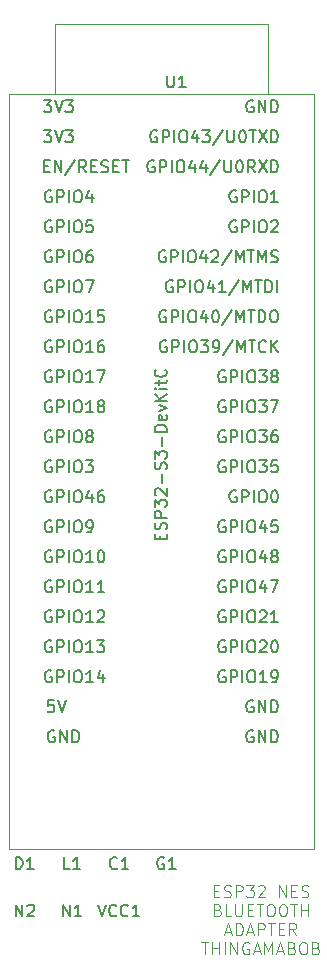
<source format=gto>
%TF.GenerationSoftware,KiCad,Pcbnew,9.0.2*%
%TF.CreationDate,2025-07-06T23:36:38+02:00*%
%TF.ProjectId,wireless-nes-adapter,77697265-6c65-4737-932d-6e65732d6164,rev?*%
%TF.SameCoordinates,Original*%
%TF.FileFunction,Legend,Top*%
%TF.FilePolarity,Positive*%
%FSLAX46Y46*%
G04 Gerber Fmt 4.6, Leading zero omitted, Abs format (unit mm)*
G04 Created by KiCad (PCBNEW 9.0.2) date 2025-07-06 23:36:38*
%MOMM*%
%LPD*%
G01*
G04 APERTURE LIST*
%ADD10C,0.100000*%
%ADD11C,0.150000*%
%ADD12C,0.120000*%
G04 APERTURE END LIST*
D10*
X118523809Y-124518693D02*
X118857142Y-124518693D01*
X118999999Y-125042503D02*
X118523809Y-125042503D01*
X118523809Y-125042503D02*
X118523809Y-124042503D01*
X118523809Y-124042503D02*
X118999999Y-124042503D01*
X119380952Y-124994884D02*
X119523809Y-125042503D01*
X119523809Y-125042503D02*
X119761904Y-125042503D01*
X119761904Y-125042503D02*
X119857142Y-124994884D01*
X119857142Y-124994884D02*
X119904761Y-124947264D01*
X119904761Y-124947264D02*
X119952380Y-124852026D01*
X119952380Y-124852026D02*
X119952380Y-124756788D01*
X119952380Y-124756788D02*
X119904761Y-124661550D01*
X119904761Y-124661550D02*
X119857142Y-124613931D01*
X119857142Y-124613931D02*
X119761904Y-124566312D01*
X119761904Y-124566312D02*
X119571428Y-124518693D01*
X119571428Y-124518693D02*
X119476190Y-124471074D01*
X119476190Y-124471074D02*
X119428571Y-124423455D01*
X119428571Y-124423455D02*
X119380952Y-124328217D01*
X119380952Y-124328217D02*
X119380952Y-124232979D01*
X119380952Y-124232979D02*
X119428571Y-124137741D01*
X119428571Y-124137741D02*
X119476190Y-124090122D01*
X119476190Y-124090122D02*
X119571428Y-124042503D01*
X119571428Y-124042503D02*
X119809523Y-124042503D01*
X119809523Y-124042503D02*
X119952380Y-124090122D01*
X120380952Y-125042503D02*
X120380952Y-124042503D01*
X120380952Y-124042503D02*
X120761904Y-124042503D01*
X120761904Y-124042503D02*
X120857142Y-124090122D01*
X120857142Y-124090122D02*
X120904761Y-124137741D01*
X120904761Y-124137741D02*
X120952380Y-124232979D01*
X120952380Y-124232979D02*
X120952380Y-124375836D01*
X120952380Y-124375836D02*
X120904761Y-124471074D01*
X120904761Y-124471074D02*
X120857142Y-124518693D01*
X120857142Y-124518693D02*
X120761904Y-124566312D01*
X120761904Y-124566312D02*
X120380952Y-124566312D01*
X121285714Y-124042503D02*
X121904761Y-124042503D01*
X121904761Y-124042503D02*
X121571428Y-124423455D01*
X121571428Y-124423455D02*
X121714285Y-124423455D01*
X121714285Y-124423455D02*
X121809523Y-124471074D01*
X121809523Y-124471074D02*
X121857142Y-124518693D01*
X121857142Y-124518693D02*
X121904761Y-124613931D01*
X121904761Y-124613931D02*
X121904761Y-124852026D01*
X121904761Y-124852026D02*
X121857142Y-124947264D01*
X121857142Y-124947264D02*
X121809523Y-124994884D01*
X121809523Y-124994884D02*
X121714285Y-125042503D01*
X121714285Y-125042503D02*
X121428571Y-125042503D01*
X121428571Y-125042503D02*
X121333333Y-124994884D01*
X121333333Y-124994884D02*
X121285714Y-124947264D01*
X122285714Y-124137741D02*
X122333333Y-124090122D01*
X122333333Y-124090122D02*
X122428571Y-124042503D01*
X122428571Y-124042503D02*
X122666666Y-124042503D01*
X122666666Y-124042503D02*
X122761904Y-124090122D01*
X122761904Y-124090122D02*
X122809523Y-124137741D01*
X122809523Y-124137741D02*
X122857142Y-124232979D01*
X122857142Y-124232979D02*
X122857142Y-124328217D01*
X122857142Y-124328217D02*
X122809523Y-124471074D01*
X122809523Y-124471074D02*
X122238095Y-125042503D01*
X122238095Y-125042503D02*
X122857142Y-125042503D01*
X124047619Y-125042503D02*
X124047619Y-124042503D01*
X124047619Y-124042503D02*
X124619047Y-125042503D01*
X124619047Y-125042503D02*
X124619047Y-124042503D01*
X125095238Y-124518693D02*
X125428571Y-124518693D01*
X125571428Y-125042503D02*
X125095238Y-125042503D01*
X125095238Y-125042503D02*
X125095238Y-124042503D01*
X125095238Y-124042503D02*
X125571428Y-124042503D01*
X125952381Y-124994884D02*
X126095238Y-125042503D01*
X126095238Y-125042503D02*
X126333333Y-125042503D01*
X126333333Y-125042503D02*
X126428571Y-124994884D01*
X126428571Y-124994884D02*
X126476190Y-124947264D01*
X126476190Y-124947264D02*
X126523809Y-124852026D01*
X126523809Y-124852026D02*
X126523809Y-124756788D01*
X126523809Y-124756788D02*
X126476190Y-124661550D01*
X126476190Y-124661550D02*
X126428571Y-124613931D01*
X126428571Y-124613931D02*
X126333333Y-124566312D01*
X126333333Y-124566312D02*
X126142857Y-124518693D01*
X126142857Y-124518693D02*
X126047619Y-124471074D01*
X126047619Y-124471074D02*
X126000000Y-124423455D01*
X126000000Y-124423455D02*
X125952381Y-124328217D01*
X125952381Y-124328217D02*
X125952381Y-124232979D01*
X125952381Y-124232979D02*
X126000000Y-124137741D01*
X126000000Y-124137741D02*
X126047619Y-124090122D01*
X126047619Y-124090122D02*
X126142857Y-124042503D01*
X126142857Y-124042503D02*
X126380952Y-124042503D01*
X126380952Y-124042503D02*
X126523809Y-124090122D01*
X118857142Y-126128637D02*
X118999999Y-126176256D01*
X118999999Y-126176256D02*
X119047618Y-126223875D01*
X119047618Y-126223875D02*
X119095237Y-126319113D01*
X119095237Y-126319113D02*
X119095237Y-126461970D01*
X119095237Y-126461970D02*
X119047618Y-126557208D01*
X119047618Y-126557208D02*
X118999999Y-126604828D01*
X118999999Y-126604828D02*
X118904761Y-126652447D01*
X118904761Y-126652447D02*
X118523809Y-126652447D01*
X118523809Y-126652447D02*
X118523809Y-125652447D01*
X118523809Y-125652447D02*
X118857142Y-125652447D01*
X118857142Y-125652447D02*
X118952380Y-125700066D01*
X118952380Y-125700066D02*
X118999999Y-125747685D01*
X118999999Y-125747685D02*
X119047618Y-125842923D01*
X119047618Y-125842923D02*
X119047618Y-125938161D01*
X119047618Y-125938161D02*
X118999999Y-126033399D01*
X118999999Y-126033399D02*
X118952380Y-126081018D01*
X118952380Y-126081018D02*
X118857142Y-126128637D01*
X118857142Y-126128637D02*
X118523809Y-126128637D01*
X119999999Y-126652447D02*
X119523809Y-126652447D01*
X119523809Y-126652447D02*
X119523809Y-125652447D01*
X120333333Y-125652447D02*
X120333333Y-126461970D01*
X120333333Y-126461970D02*
X120380952Y-126557208D01*
X120380952Y-126557208D02*
X120428571Y-126604828D01*
X120428571Y-126604828D02*
X120523809Y-126652447D01*
X120523809Y-126652447D02*
X120714285Y-126652447D01*
X120714285Y-126652447D02*
X120809523Y-126604828D01*
X120809523Y-126604828D02*
X120857142Y-126557208D01*
X120857142Y-126557208D02*
X120904761Y-126461970D01*
X120904761Y-126461970D02*
X120904761Y-125652447D01*
X121380952Y-126128637D02*
X121714285Y-126128637D01*
X121857142Y-126652447D02*
X121380952Y-126652447D01*
X121380952Y-126652447D02*
X121380952Y-125652447D01*
X121380952Y-125652447D02*
X121857142Y-125652447D01*
X122142857Y-125652447D02*
X122714285Y-125652447D01*
X122428571Y-126652447D02*
X122428571Y-125652447D01*
X123238095Y-125652447D02*
X123428571Y-125652447D01*
X123428571Y-125652447D02*
X123523809Y-125700066D01*
X123523809Y-125700066D02*
X123619047Y-125795304D01*
X123619047Y-125795304D02*
X123666666Y-125985780D01*
X123666666Y-125985780D02*
X123666666Y-126319113D01*
X123666666Y-126319113D02*
X123619047Y-126509589D01*
X123619047Y-126509589D02*
X123523809Y-126604828D01*
X123523809Y-126604828D02*
X123428571Y-126652447D01*
X123428571Y-126652447D02*
X123238095Y-126652447D01*
X123238095Y-126652447D02*
X123142857Y-126604828D01*
X123142857Y-126604828D02*
X123047619Y-126509589D01*
X123047619Y-126509589D02*
X123000000Y-126319113D01*
X123000000Y-126319113D02*
X123000000Y-125985780D01*
X123000000Y-125985780D02*
X123047619Y-125795304D01*
X123047619Y-125795304D02*
X123142857Y-125700066D01*
X123142857Y-125700066D02*
X123238095Y-125652447D01*
X124285714Y-125652447D02*
X124476190Y-125652447D01*
X124476190Y-125652447D02*
X124571428Y-125700066D01*
X124571428Y-125700066D02*
X124666666Y-125795304D01*
X124666666Y-125795304D02*
X124714285Y-125985780D01*
X124714285Y-125985780D02*
X124714285Y-126319113D01*
X124714285Y-126319113D02*
X124666666Y-126509589D01*
X124666666Y-126509589D02*
X124571428Y-126604828D01*
X124571428Y-126604828D02*
X124476190Y-126652447D01*
X124476190Y-126652447D02*
X124285714Y-126652447D01*
X124285714Y-126652447D02*
X124190476Y-126604828D01*
X124190476Y-126604828D02*
X124095238Y-126509589D01*
X124095238Y-126509589D02*
X124047619Y-126319113D01*
X124047619Y-126319113D02*
X124047619Y-125985780D01*
X124047619Y-125985780D02*
X124095238Y-125795304D01*
X124095238Y-125795304D02*
X124190476Y-125700066D01*
X124190476Y-125700066D02*
X124285714Y-125652447D01*
X125000000Y-125652447D02*
X125571428Y-125652447D01*
X125285714Y-126652447D02*
X125285714Y-125652447D01*
X125904762Y-126652447D02*
X125904762Y-125652447D01*
X125904762Y-126128637D02*
X126476190Y-126128637D01*
X126476190Y-126652447D02*
X126476190Y-125652447D01*
X119500000Y-127976676D02*
X119976190Y-127976676D01*
X119404762Y-128262391D02*
X119738095Y-127262391D01*
X119738095Y-127262391D02*
X120071428Y-128262391D01*
X120404762Y-128262391D02*
X120404762Y-127262391D01*
X120404762Y-127262391D02*
X120642857Y-127262391D01*
X120642857Y-127262391D02*
X120785714Y-127310010D01*
X120785714Y-127310010D02*
X120880952Y-127405248D01*
X120880952Y-127405248D02*
X120928571Y-127500486D01*
X120928571Y-127500486D02*
X120976190Y-127690962D01*
X120976190Y-127690962D02*
X120976190Y-127833819D01*
X120976190Y-127833819D02*
X120928571Y-128024295D01*
X120928571Y-128024295D02*
X120880952Y-128119533D01*
X120880952Y-128119533D02*
X120785714Y-128214772D01*
X120785714Y-128214772D02*
X120642857Y-128262391D01*
X120642857Y-128262391D02*
X120404762Y-128262391D01*
X121357143Y-127976676D02*
X121833333Y-127976676D01*
X121261905Y-128262391D02*
X121595238Y-127262391D01*
X121595238Y-127262391D02*
X121928571Y-128262391D01*
X122261905Y-128262391D02*
X122261905Y-127262391D01*
X122261905Y-127262391D02*
X122642857Y-127262391D01*
X122642857Y-127262391D02*
X122738095Y-127310010D01*
X122738095Y-127310010D02*
X122785714Y-127357629D01*
X122785714Y-127357629D02*
X122833333Y-127452867D01*
X122833333Y-127452867D02*
X122833333Y-127595724D01*
X122833333Y-127595724D02*
X122785714Y-127690962D01*
X122785714Y-127690962D02*
X122738095Y-127738581D01*
X122738095Y-127738581D02*
X122642857Y-127786200D01*
X122642857Y-127786200D02*
X122261905Y-127786200D01*
X123119048Y-127262391D02*
X123690476Y-127262391D01*
X123404762Y-128262391D02*
X123404762Y-127262391D01*
X124023810Y-127738581D02*
X124357143Y-127738581D01*
X124500000Y-128262391D02*
X124023810Y-128262391D01*
X124023810Y-128262391D02*
X124023810Y-127262391D01*
X124023810Y-127262391D02*
X124500000Y-127262391D01*
X125500000Y-128262391D02*
X125166667Y-127786200D01*
X124928572Y-128262391D02*
X124928572Y-127262391D01*
X124928572Y-127262391D02*
X125309524Y-127262391D01*
X125309524Y-127262391D02*
X125404762Y-127310010D01*
X125404762Y-127310010D02*
X125452381Y-127357629D01*
X125452381Y-127357629D02*
X125500000Y-127452867D01*
X125500000Y-127452867D02*
X125500000Y-127595724D01*
X125500000Y-127595724D02*
X125452381Y-127690962D01*
X125452381Y-127690962D02*
X125404762Y-127738581D01*
X125404762Y-127738581D02*
X125309524Y-127786200D01*
X125309524Y-127786200D02*
X124928572Y-127786200D01*
X117476191Y-128872335D02*
X118047619Y-128872335D01*
X117761905Y-129872335D02*
X117761905Y-128872335D01*
X118380953Y-129872335D02*
X118380953Y-128872335D01*
X118380953Y-129348525D02*
X118952381Y-129348525D01*
X118952381Y-129872335D02*
X118952381Y-128872335D01*
X119428572Y-129872335D02*
X119428572Y-128872335D01*
X119904762Y-129872335D02*
X119904762Y-128872335D01*
X119904762Y-128872335D02*
X120476190Y-129872335D01*
X120476190Y-129872335D02*
X120476190Y-128872335D01*
X121476190Y-128919954D02*
X121380952Y-128872335D01*
X121380952Y-128872335D02*
X121238095Y-128872335D01*
X121238095Y-128872335D02*
X121095238Y-128919954D01*
X121095238Y-128919954D02*
X121000000Y-129015192D01*
X121000000Y-129015192D02*
X120952381Y-129110430D01*
X120952381Y-129110430D02*
X120904762Y-129300906D01*
X120904762Y-129300906D02*
X120904762Y-129443763D01*
X120904762Y-129443763D02*
X120952381Y-129634239D01*
X120952381Y-129634239D02*
X121000000Y-129729477D01*
X121000000Y-129729477D02*
X121095238Y-129824716D01*
X121095238Y-129824716D02*
X121238095Y-129872335D01*
X121238095Y-129872335D02*
X121333333Y-129872335D01*
X121333333Y-129872335D02*
X121476190Y-129824716D01*
X121476190Y-129824716D02*
X121523809Y-129777096D01*
X121523809Y-129777096D02*
X121523809Y-129443763D01*
X121523809Y-129443763D02*
X121333333Y-129443763D01*
X121904762Y-129586620D02*
X122380952Y-129586620D01*
X121809524Y-129872335D02*
X122142857Y-128872335D01*
X122142857Y-128872335D02*
X122476190Y-129872335D01*
X122809524Y-129872335D02*
X122809524Y-128872335D01*
X122809524Y-128872335D02*
X123142857Y-129586620D01*
X123142857Y-129586620D02*
X123476190Y-128872335D01*
X123476190Y-128872335D02*
X123476190Y-129872335D01*
X123904762Y-129586620D02*
X124380952Y-129586620D01*
X123809524Y-129872335D02*
X124142857Y-128872335D01*
X124142857Y-128872335D02*
X124476190Y-129872335D01*
X125142857Y-129348525D02*
X125285714Y-129396144D01*
X125285714Y-129396144D02*
X125333333Y-129443763D01*
X125333333Y-129443763D02*
X125380952Y-129539001D01*
X125380952Y-129539001D02*
X125380952Y-129681858D01*
X125380952Y-129681858D02*
X125333333Y-129777096D01*
X125333333Y-129777096D02*
X125285714Y-129824716D01*
X125285714Y-129824716D02*
X125190476Y-129872335D01*
X125190476Y-129872335D02*
X124809524Y-129872335D01*
X124809524Y-129872335D02*
X124809524Y-128872335D01*
X124809524Y-128872335D02*
X125142857Y-128872335D01*
X125142857Y-128872335D02*
X125238095Y-128919954D01*
X125238095Y-128919954D02*
X125285714Y-128967573D01*
X125285714Y-128967573D02*
X125333333Y-129062811D01*
X125333333Y-129062811D02*
X125333333Y-129158049D01*
X125333333Y-129158049D02*
X125285714Y-129253287D01*
X125285714Y-129253287D02*
X125238095Y-129300906D01*
X125238095Y-129300906D02*
X125142857Y-129348525D01*
X125142857Y-129348525D02*
X124809524Y-129348525D01*
X126000000Y-128872335D02*
X126190476Y-128872335D01*
X126190476Y-128872335D02*
X126285714Y-128919954D01*
X126285714Y-128919954D02*
X126380952Y-129015192D01*
X126380952Y-129015192D02*
X126428571Y-129205668D01*
X126428571Y-129205668D02*
X126428571Y-129539001D01*
X126428571Y-129539001D02*
X126380952Y-129729477D01*
X126380952Y-129729477D02*
X126285714Y-129824716D01*
X126285714Y-129824716D02*
X126190476Y-129872335D01*
X126190476Y-129872335D02*
X126000000Y-129872335D01*
X126000000Y-129872335D02*
X125904762Y-129824716D01*
X125904762Y-129824716D02*
X125809524Y-129729477D01*
X125809524Y-129729477D02*
X125761905Y-129539001D01*
X125761905Y-129539001D02*
X125761905Y-129205668D01*
X125761905Y-129205668D02*
X125809524Y-129015192D01*
X125809524Y-129015192D02*
X125904762Y-128919954D01*
X125904762Y-128919954D02*
X126000000Y-128872335D01*
X127190476Y-129348525D02*
X127333333Y-129396144D01*
X127333333Y-129396144D02*
X127380952Y-129443763D01*
X127380952Y-129443763D02*
X127428571Y-129539001D01*
X127428571Y-129539001D02*
X127428571Y-129681858D01*
X127428571Y-129681858D02*
X127380952Y-129777096D01*
X127380952Y-129777096D02*
X127333333Y-129824716D01*
X127333333Y-129824716D02*
X127238095Y-129872335D01*
X127238095Y-129872335D02*
X126857143Y-129872335D01*
X126857143Y-129872335D02*
X126857143Y-128872335D01*
X126857143Y-128872335D02*
X127190476Y-128872335D01*
X127190476Y-128872335D02*
X127285714Y-128919954D01*
X127285714Y-128919954D02*
X127333333Y-128967573D01*
X127333333Y-128967573D02*
X127380952Y-129062811D01*
X127380952Y-129062811D02*
X127380952Y-129158049D01*
X127380952Y-129158049D02*
X127333333Y-129253287D01*
X127333333Y-129253287D02*
X127285714Y-129300906D01*
X127285714Y-129300906D02*
X127190476Y-129348525D01*
X127190476Y-129348525D02*
X126857143Y-129348525D01*
D11*
X114285714Y-121722438D02*
X114190476Y-121674819D01*
X114190476Y-121674819D02*
X114047619Y-121674819D01*
X114047619Y-121674819D02*
X113904762Y-121722438D01*
X113904762Y-121722438D02*
X113809524Y-121817676D01*
X113809524Y-121817676D02*
X113761905Y-121912914D01*
X113761905Y-121912914D02*
X113714286Y-122103390D01*
X113714286Y-122103390D02*
X113714286Y-122246247D01*
X113714286Y-122246247D02*
X113761905Y-122436723D01*
X113761905Y-122436723D02*
X113809524Y-122531961D01*
X113809524Y-122531961D02*
X113904762Y-122627200D01*
X113904762Y-122627200D02*
X114047619Y-122674819D01*
X114047619Y-122674819D02*
X114142857Y-122674819D01*
X114142857Y-122674819D02*
X114285714Y-122627200D01*
X114285714Y-122627200D02*
X114333333Y-122579580D01*
X114333333Y-122579580D02*
X114333333Y-122246247D01*
X114333333Y-122246247D02*
X114142857Y-122246247D01*
X115285714Y-122674819D02*
X114714286Y-122674819D01*
X115000000Y-122674819D02*
X115000000Y-121674819D01*
X115000000Y-121674819D02*
X114904762Y-121817676D01*
X114904762Y-121817676D02*
X114809524Y-121912914D01*
X114809524Y-121912914D02*
X114714286Y-121960533D01*
X101738095Y-126674819D02*
X101738095Y-125674819D01*
X101738095Y-125674819D02*
X102309523Y-126674819D01*
X102309523Y-126674819D02*
X102309523Y-125674819D01*
X102738095Y-125770057D02*
X102785714Y-125722438D01*
X102785714Y-125722438D02*
X102880952Y-125674819D01*
X102880952Y-125674819D02*
X103119047Y-125674819D01*
X103119047Y-125674819D02*
X103214285Y-125722438D01*
X103214285Y-125722438D02*
X103261904Y-125770057D01*
X103261904Y-125770057D02*
X103309523Y-125865295D01*
X103309523Y-125865295D02*
X103309523Y-125960533D01*
X103309523Y-125960533D02*
X103261904Y-126103390D01*
X103261904Y-126103390D02*
X102690476Y-126674819D01*
X102690476Y-126674819D02*
X103309523Y-126674819D01*
X105738095Y-126674819D02*
X105738095Y-125674819D01*
X105738095Y-125674819D02*
X106309523Y-126674819D01*
X106309523Y-126674819D02*
X106309523Y-125674819D01*
X107309523Y-126674819D02*
X106738095Y-126674819D01*
X107023809Y-126674819D02*
X107023809Y-125674819D01*
X107023809Y-125674819D02*
X106928571Y-125817676D01*
X106928571Y-125817676D02*
X106833333Y-125912914D01*
X106833333Y-125912914D02*
X106738095Y-125960533D01*
X101761905Y-122674819D02*
X101761905Y-121674819D01*
X101761905Y-121674819D02*
X102000000Y-121674819D01*
X102000000Y-121674819D02*
X102142857Y-121722438D01*
X102142857Y-121722438D02*
X102238095Y-121817676D01*
X102238095Y-121817676D02*
X102285714Y-121912914D01*
X102285714Y-121912914D02*
X102333333Y-122103390D01*
X102333333Y-122103390D02*
X102333333Y-122246247D01*
X102333333Y-122246247D02*
X102285714Y-122436723D01*
X102285714Y-122436723D02*
X102238095Y-122531961D01*
X102238095Y-122531961D02*
X102142857Y-122627200D01*
X102142857Y-122627200D02*
X102000000Y-122674819D01*
X102000000Y-122674819D02*
X101761905Y-122674819D01*
X103285714Y-122674819D02*
X102714286Y-122674819D01*
X103000000Y-122674819D02*
X103000000Y-121674819D01*
X103000000Y-121674819D02*
X102904762Y-121817676D01*
X102904762Y-121817676D02*
X102809524Y-121912914D01*
X102809524Y-121912914D02*
X102714286Y-121960533D01*
X106333333Y-122674819D02*
X105857143Y-122674819D01*
X105857143Y-122674819D02*
X105857143Y-121674819D01*
X107190476Y-122674819D02*
X106619048Y-122674819D01*
X106904762Y-122674819D02*
X106904762Y-121674819D01*
X106904762Y-121674819D02*
X106809524Y-121817676D01*
X106809524Y-121817676D02*
X106714286Y-121912914D01*
X106714286Y-121912914D02*
X106619048Y-121960533D01*
X110333333Y-122579580D02*
X110285714Y-122627200D01*
X110285714Y-122627200D02*
X110142857Y-122674819D01*
X110142857Y-122674819D02*
X110047619Y-122674819D01*
X110047619Y-122674819D02*
X109904762Y-122627200D01*
X109904762Y-122627200D02*
X109809524Y-122531961D01*
X109809524Y-122531961D02*
X109761905Y-122436723D01*
X109761905Y-122436723D02*
X109714286Y-122246247D01*
X109714286Y-122246247D02*
X109714286Y-122103390D01*
X109714286Y-122103390D02*
X109761905Y-121912914D01*
X109761905Y-121912914D02*
X109809524Y-121817676D01*
X109809524Y-121817676D02*
X109904762Y-121722438D01*
X109904762Y-121722438D02*
X110047619Y-121674819D01*
X110047619Y-121674819D02*
X110142857Y-121674819D01*
X110142857Y-121674819D02*
X110285714Y-121722438D01*
X110285714Y-121722438D02*
X110333333Y-121770057D01*
X111285714Y-122674819D02*
X110714286Y-122674819D01*
X111000000Y-122674819D02*
X111000000Y-121674819D01*
X111000000Y-121674819D02*
X110904762Y-121817676D01*
X110904762Y-121817676D02*
X110809524Y-121912914D01*
X110809524Y-121912914D02*
X110714286Y-121960533D01*
X108690476Y-125674819D02*
X109023809Y-126674819D01*
X109023809Y-126674819D02*
X109357142Y-125674819D01*
X110261904Y-126579580D02*
X110214285Y-126627200D01*
X110214285Y-126627200D02*
X110071428Y-126674819D01*
X110071428Y-126674819D02*
X109976190Y-126674819D01*
X109976190Y-126674819D02*
X109833333Y-126627200D01*
X109833333Y-126627200D02*
X109738095Y-126531961D01*
X109738095Y-126531961D02*
X109690476Y-126436723D01*
X109690476Y-126436723D02*
X109642857Y-126246247D01*
X109642857Y-126246247D02*
X109642857Y-126103390D01*
X109642857Y-126103390D02*
X109690476Y-125912914D01*
X109690476Y-125912914D02*
X109738095Y-125817676D01*
X109738095Y-125817676D02*
X109833333Y-125722438D01*
X109833333Y-125722438D02*
X109976190Y-125674819D01*
X109976190Y-125674819D02*
X110071428Y-125674819D01*
X110071428Y-125674819D02*
X110214285Y-125722438D01*
X110214285Y-125722438D02*
X110261904Y-125770057D01*
X111261904Y-126579580D02*
X111214285Y-126627200D01*
X111214285Y-126627200D02*
X111071428Y-126674819D01*
X111071428Y-126674819D02*
X110976190Y-126674819D01*
X110976190Y-126674819D02*
X110833333Y-126627200D01*
X110833333Y-126627200D02*
X110738095Y-126531961D01*
X110738095Y-126531961D02*
X110690476Y-126436723D01*
X110690476Y-126436723D02*
X110642857Y-126246247D01*
X110642857Y-126246247D02*
X110642857Y-126103390D01*
X110642857Y-126103390D02*
X110690476Y-125912914D01*
X110690476Y-125912914D02*
X110738095Y-125817676D01*
X110738095Y-125817676D02*
X110833333Y-125722438D01*
X110833333Y-125722438D02*
X110976190Y-125674819D01*
X110976190Y-125674819D02*
X111071428Y-125674819D01*
X111071428Y-125674819D02*
X111214285Y-125722438D01*
X111214285Y-125722438D02*
X111261904Y-125770057D01*
X112214285Y-126674819D02*
X111642857Y-126674819D01*
X111928571Y-126674819D02*
X111928571Y-125674819D01*
X111928571Y-125674819D02*
X111833333Y-125817676D01*
X111833333Y-125817676D02*
X111738095Y-125912914D01*
X111738095Y-125912914D02*
X111642857Y-125960533D01*
X114578095Y-55494819D02*
X114578095Y-56304342D01*
X114578095Y-56304342D02*
X114625714Y-56399580D01*
X114625714Y-56399580D02*
X114673333Y-56447200D01*
X114673333Y-56447200D02*
X114768571Y-56494819D01*
X114768571Y-56494819D02*
X114959047Y-56494819D01*
X114959047Y-56494819D02*
X115054285Y-56447200D01*
X115054285Y-56447200D02*
X115101904Y-56399580D01*
X115101904Y-56399580D02*
X115149523Y-56304342D01*
X115149523Y-56304342D02*
X115149523Y-55494819D01*
X116149523Y-56494819D02*
X115578095Y-56494819D01*
X115863809Y-56494819D02*
X115863809Y-55494819D01*
X115863809Y-55494819D02*
X115768571Y-55637676D01*
X115768571Y-55637676D02*
X115673333Y-55732914D01*
X115673333Y-55732914D02*
X115578095Y-55780533D01*
X113997329Y-94767946D02*
X113997329Y-94434613D01*
X114521139Y-94291756D02*
X114521139Y-94767946D01*
X114521139Y-94767946D02*
X113521139Y-94767946D01*
X113521139Y-94767946D02*
X113521139Y-94291756D01*
X114473520Y-93910803D02*
X114521139Y-93767946D01*
X114521139Y-93767946D02*
X114521139Y-93529851D01*
X114521139Y-93529851D02*
X114473520Y-93434613D01*
X114473520Y-93434613D02*
X114425900Y-93386994D01*
X114425900Y-93386994D02*
X114330662Y-93339375D01*
X114330662Y-93339375D02*
X114235424Y-93339375D01*
X114235424Y-93339375D02*
X114140186Y-93386994D01*
X114140186Y-93386994D02*
X114092567Y-93434613D01*
X114092567Y-93434613D02*
X114044948Y-93529851D01*
X114044948Y-93529851D02*
X113997329Y-93720327D01*
X113997329Y-93720327D02*
X113949710Y-93815565D01*
X113949710Y-93815565D02*
X113902091Y-93863184D01*
X113902091Y-93863184D02*
X113806853Y-93910803D01*
X113806853Y-93910803D02*
X113711615Y-93910803D01*
X113711615Y-93910803D02*
X113616377Y-93863184D01*
X113616377Y-93863184D02*
X113568758Y-93815565D01*
X113568758Y-93815565D02*
X113521139Y-93720327D01*
X113521139Y-93720327D02*
X113521139Y-93482232D01*
X113521139Y-93482232D02*
X113568758Y-93339375D01*
X114521139Y-92910803D02*
X113521139Y-92910803D01*
X113521139Y-92910803D02*
X113521139Y-92529851D01*
X113521139Y-92529851D02*
X113568758Y-92434613D01*
X113568758Y-92434613D02*
X113616377Y-92386994D01*
X113616377Y-92386994D02*
X113711615Y-92339375D01*
X113711615Y-92339375D02*
X113854472Y-92339375D01*
X113854472Y-92339375D02*
X113949710Y-92386994D01*
X113949710Y-92386994D02*
X113997329Y-92434613D01*
X113997329Y-92434613D02*
X114044948Y-92529851D01*
X114044948Y-92529851D02*
X114044948Y-92910803D01*
X113521139Y-92006041D02*
X113521139Y-91386994D01*
X113521139Y-91386994D02*
X113902091Y-91720327D01*
X113902091Y-91720327D02*
X113902091Y-91577470D01*
X113902091Y-91577470D02*
X113949710Y-91482232D01*
X113949710Y-91482232D02*
X113997329Y-91434613D01*
X113997329Y-91434613D02*
X114092567Y-91386994D01*
X114092567Y-91386994D02*
X114330662Y-91386994D01*
X114330662Y-91386994D02*
X114425900Y-91434613D01*
X114425900Y-91434613D02*
X114473520Y-91482232D01*
X114473520Y-91482232D02*
X114521139Y-91577470D01*
X114521139Y-91577470D02*
X114521139Y-91863184D01*
X114521139Y-91863184D02*
X114473520Y-91958422D01*
X114473520Y-91958422D02*
X114425900Y-92006041D01*
X113616377Y-91006041D02*
X113568758Y-90958422D01*
X113568758Y-90958422D02*
X113521139Y-90863184D01*
X113521139Y-90863184D02*
X113521139Y-90625089D01*
X113521139Y-90625089D02*
X113568758Y-90529851D01*
X113568758Y-90529851D02*
X113616377Y-90482232D01*
X113616377Y-90482232D02*
X113711615Y-90434613D01*
X113711615Y-90434613D02*
X113806853Y-90434613D01*
X113806853Y-90434613D02*
X113949710Y-90482232D01*
X113949710Y-90482232D02*
X114521139Y-91053660D01*
X114521139Y-91053660D02*
X114521139Y-90434613D01*
X114140186Y-90006041D02*
X114140186Y-89244137D01*
X114473520Y-88815565D02*
X114521139Y-88672708D01*
X114521139Y-88672708D02*
X114521139Y-88434613D01*
X114521139Y-88434613D02*
X114473520Y-88339375D01*
X114473520Y-88339375D02*
X114425900Y-88291756D01*
X114425900Y-88291756D02*
X114330662Y-88244137D01*
X114330662Y-88244137D02*
X114235424Y-88244137D01*
X114235424Y-88244137D02*
X114140186Y-88291756D01*
X114140186Y-88291756D02*
X114092567Y-88339375D01*
X114092567Y-88339375D02*
X114044948Y-88434613D01*
X114044948Y-88434613D02*
X113997329Y-88625089D01*
X113997329Y-88625089D02*
X113949710Y-88720327D01*
X113949710Y-88720327D02*
X113902091Y-88767946D01*
X113902091Y-88767946D02*
X113806853Y-88815565D01*
X113806853Y-88815565D02*
X113711615Y-88815565D01*
X113711615Y-88815565D02*
X113616377Y-88767946D01*
X113616377Y-88767946D02*
X113568758Y-88720327D01*
X113568758Y-88720327D02*
X113521139Y-88625089D01*
X113521139Y-88625089D02*
X113521139Y-88386994D01*
X113521139Y-88386994D02*
X113568758Y-88244137D01*
X113521139Y-87910803D02*
X113521139Y-87291756D01*
X113521139Y-87291756D02*
X113902091Y-87625089D01*
X113902091Y-87625089D02*
X113902091Y-87482232D01*
X113902091Y-87482232D02*
X113949710Y-87386994D01*
X113949710Y-87386994D02*
X113997329Y-87339375D01*
X113997329Y-87339375D02*
X114092567Y-87291756D01*
X114092567Y-87291756D02*
X114330662Y-87291756D01*
X114330662Y-87291756D02*
X114425900Y-87339375D01*
X114425900Y-87339375D02*
X114473520Y-87386994D01*
X114473520Y-87386994D02*
X114521139Y-87482232D01*
X114521139Y-87482232D02*
X114521139Y-87767946D01*
X114521139Y-87767946D02*
X114473520Y-87863184D01*
X114473520Y-87863184D02*
X114425900Y-87910803D01*
X114140186Y-86863184D02*
X114140186Y-86101280D01*
X114521139Y-85625089D02*
X113521139Y-85625089D01*
X113521139Y-85625089D02*
X113521139Y-85386994D01*
X113521139Y-85386994D02*
X113568758Y-85244137D01*
X113568758Y-85244137D02*
X113663996Y-85148899D01*
X113663996Y-85148899D02*
X113759234Y-85101280D01*
X113759234Y-85101280D02*
X113949710Y-85053661D01*
X113949710Y-85053661D02*
X114092567Y-85053661D01*
X114092567Y-85053661D02*
X114283043Y-85101280D01*
X114283043Y-85101280D02*
X114378281Y-85148899D01*
X114378281Y-85148899D02*
X114473520Y-85244137D01*
X114473520Y-85244137D02*
X114521139Y-85386994D01*
X114521139Y-85386994D02*
X114521139Y-85625089D01*
X114473520Y-84244137D02*
X114521139Y-84339375D01*
X114521139Y-84339375D02*
X114521139Y-84529851D01*
X114521139Y-84529851D02*
X114473520Y-84625089D01*
X114473520Y-84625089D02*
X114378281Y-84672708D01*
X114378281Y-84672708D02*
X113997329Y-84672708D01*
X113997329Y-84672708D02*
X113902091Y-84625089D01*
X113902091Y-84625089D02*
X113854472Y-84529851D01*
X113854472Y-84529851D02*
X113854472Y-84339375D01*
X113854472Y-84339375D02*
X113902091Y-84244137D01*
X113902091Y-84244137D02*
X113997329Y-84196518D01*
X113997329Y-84196518D02*
X114092567Y-84196518D01*
X114092567Y-84196518D02*
X114187805Y-84672708D01*
X113854472Y-83863184D02*
X114521139Y-83625089D01*
X114521139Y-83625089D02*
X113854472Y-83386994D01*
X114521139Y-83006041D02*
X113521139Y-83006041D01*
X114521139Y-82434613D02*
X113949710Y-82863184D01*
X113521139Y-82434613D02*
X114092567Y-83006041D01*
X114521139Y-82006041D02*
X113854472Y-82006041D01*
X113521139Y-82006041D02*
X113568758Y-82053660D01*
X113568758Y-82053660D02*
X113616377Y-82006041D01*
X113616377Y-82006041D02*
X113568758Y-81958422D01*
X113568758Y-81958422D02*
X113521139Y-82006041D01*
X113521139Y-82006041D02*
X113616377Y-82006041D01*
X113854472Y-81672708D02*
X113854472Y-81291756D01*
X113521139Y-81529851D02*
X114378281Y-81529851D01*
X114378281Y-81529851D02*
X114473520Y-81482232D01*
X114473520Y-81482232D02*
X114521139Y-81386994D01*
X114521139Y-81386994D02*
X114521139Y-81291756D01*
X114425900Y-80386994D02*
X114473520Y-80434613D01*
X114473520Y-80434613D02*
X114521139Y-80577470D01*
X114521139Y-80577470D02*
X114521139Y-80672708D01*
X114521139Y-80672708D02*
X114473520Y-80815565D01*
X114473520Y-80815565D02*
X114378281Y-80910803D01*
X114378281Y-80910803D02*
X114283043Y-80958422D01*
X114283043Y-80958422D02*
X114092567Y-81006041D01*
X114092567Y-81006041D02*
X113949710Y-81006041D01*
X113949710Y-81006041D02*
X113759234Y-80958422D01*
X113759234Y-80958422D02*
X113663996Y-80910803D01*
X113663996Y-80910803D02*
X113568758Y-80815565D01*
X113568758Y-80815565D02*
X113521139Y-80672708D01*
X113521139Y-80672708D02*
X113521139Y-80577470D01*
X113521139Y-80577470D02*
X113568758Y-80434613D01*
X113568758Y-80434613D02*
X113616377Y-80386994D01*
X104770588Y-85582438D02*
X104675350Y-85534819D01*
X104675350Y-85534819D02*
X104532493Y-85534819D01*
X104532493Y-85534819D02*
X104389636Y-85582438D01*
X104389636Y-85582438D02*
X104294398Y-85677676D01*
X104294398Y-85677676D02*
X104246779Y-85772914D01*
X104246779Y-85772914D02*
X104199160Y-85963390D01*
X104199160Y-85963390D02*
X104199160Y-86106247D01*
X104199160Y-86106247D02*
X104246779Y-86296723D01*
X104246779Y-86296723D02*
X104294398Y-86391961D01*
X104294398Y-86391961D02*
X104389636Y-86487200D01*
X104389636Y-86487200D02*
X104532493Y-86534819D01*
X104532493Y-86534819D02*
X104627731Y-86534819D01*
X104627731Y-86534819D02*
X104770588Y-86487200D01*
X104770588Y-86487200D02*
X104818207Y-86439580D01*
X104818207Y-86439580D02*
X104818207Y-86106247D01*
X104818207Y-86106247D02*
X104627731Y-86106247D01*
X105246779Y-86534819D02*
X105246779Y-85534819D01*
X105246779Y-85534819D02*
X105627731Y-85534819D01*
X105627731Y-85534819D02*
X105722969Y-85582438D01*
X105722969Y-85582438D02*
X105770588Y-85630057D01*
X105770588Y-85630057D02*
X105818207Y-85725295D01*
X105818207Y-85725295D02*
X105818207Y-85868152D01*
X105818207Y-85868152D02*
X105770588Y-85963390D01*
X105770588Y-85963390D02*
X105722969Y-86011009D01*
X105722969Y-86011009D02*
X105627731Y-86058628D01*
X105627731Y-86058628D02*
X105246779Y-86058628D01*
X106246779Y-86534819D02*
X106246779Y-85534819D01*
X106913445Y-85534819D02*
X107103921Y-85534819D01*
X107103921Y-85534819D02*
X107199159Y-85582438D01*
X107199159Y-85582438D02*
X107294397Y-85677676D01*
X107294397Y-85677676D02*
X107342016Y-85868152D01*
X107342016Y-85868152D02*
X107342016Y-86201485D01*
X107342016Y-86201485D02*
X107294397Y-86391961D01*
X107294397Y-86391961D02*
X107199159Y-86487200D01*
X107199159Y-86487200D02*
X107103921Y-86534819D01*
X107103921Y-86534819D02*
X106913445Y-86534819D01*
X106913445Y-86534819D02*
X106818207Y-86487200D01*
X106818207Y-86487200D02*
X106722969Y-86391961D01*
X106722969Y-86391961D02*
X106675350Y-86201485D01*
X106675350Y-86201485D02*
X106675350Y-85868152D01*
X106675350Y-85868152D02*
X106722969Y-85677676D01*
X106722969Y-85677676D02*
X106818207Y-85582438D01*
X106818207Y-85582438D02*
X106913445Y-85534819D01*
X107913445Y-85963390D02*
X107818207Y-85915771D01*
X107818207Y-85915771D02*
X107770588Y-85868152D01*
X107770588Y-85868152D02*
X107722969Y-85772914D01*
X107722969Y-85772914D02*
X107722969Y-85725295D01*
X107722969Y-85725295D02*
X107770588Y-85630057D01*
X107770588Y-85630057D02*
X107818207Y-85582438D01*
X107818207Y-85582438D02*
X107913445Y-85534819D01*
X107913445Y-85534819D02*
X108103921Y-85534819D01*
X108103921Y-85534819D02*
X108199159Y-85582438D01*
X108199159Y-85582438D02*
X108246778Y-85630057D01*
X108246778Y-85630057D02*
X108294397Y-85725295D01*
X108294397Y-85725295D02*
X108294397Y-85772914D01*
X108294397Y-85772914D02*
X108246778Y-85868152D01*
X108246778Y-85868152D02*
X108199159Y-85915771D01*
X108199159Y-85915771D02*
X108103921Y-85963390D01*
X108103921Y-85963390D02*
X107913445Y-85963390D01*
X107913445Y-85963390D02*
X107818207Y-86011009D01*
X107818207Y-86011009D02*
X107770588Y-86058628D01*
X107770588Y-86058628D02*
X107722969Y-86153866D01*
X107722969Y-86153866D02*
X107722969Y-86344342D01*
X107722969Y-86344342D02*
X107770588Y-86439580D01*
X107770588Y-86439580D02*
X107818207Y-86487200D01*
X107818207Y-86487200D02*
X107913445Y-86534819D01*
X107913445Y-86534819D02*
X108103921Y-86534819D01*
X108103921Y-86534819D02*
X108199159Y-86487200D01*
X108199159Y-86487200D02*
X108246778Y-86439580D01*
X108246778Y-86439580D02*
X108294397Y-86344342D01*
X108294397Y-86344342D02*
X108294397Y-86153866D01*
X108294397Y-86153866D02*
X108246778Y-86058628D01*
X108246778Y-86058628D02*
X108199159Y-86011009D01*
X108199159Y-86011009D02*
X108103921Y-85963390D01*
X104770588Y-77962438D02*
X104675350Y-77914819D01*
X104675350Y-77914819D02*
X104532493Y-77914819D01*
X104532493Y-77914819D02*
X104389636Y-77962438D01*
X104389636Y-77962438D02*
X104294398Y-78057676D01*
X104294398Y-78057676D02*
X104246779Y-78152914D01*
X104246779Y-78152914D02*
X104199160Y-78343390D01*
X104199160Y-78343390D02*
X104199160Y-78486247D01*
X104199160Y-78486247D02*
X104246779Y-78676723D01*
X104246779Y-78676723D02*
X104294398Y-78771961D01*
X104294398Y-78771961D02*
X104389636Y-78867200D01*
X104389636Y-78867200D02*
X104532493Y-78914819D01*
X104532493Y-78914819D02*
X104627731Y-78914819D01*
X104627731Y-78914819D02*
X104770588Y-78867200D01*
X104770588Y-78867200D02*
X104818207Y-78819580D01*
X104818207Y-78819580D02*
X104818207Y-78486247D01*
X104818207Y-78486247D02*
X104627731Y-78486247D01*
X105246779Y-78914819D02*
X105246779Y-77914819D01*
X105246779Y-77914819D02*
X105627731Y-77914819D01*
X105627731Y-77914819D02*
X105722969Y-77962438D01*
X105722969Y-77962438D02*
X105770588Y-78010057D01*
X105770588Y-78010057D02*
X105818207Y-78105295D01*
X105818207Y-78105295D02*
X105818207Y-78248152D01*
X105818207Y-78248152D02*
X105770588Y-78343390D01*
X105770588Y-78343390D02*
X105722969Y-78391009D01*
X105722969Y-78391009D02*
X105627731Y-78438628D01*
X105627731Y-78438628D02*
X105246779Y-78438628D01*
X106246779Y-78914819D02*
X106246779Y-77914819D01*
X106913445Y-77914819D02*
X107103921Y-77914819D01*
X107103921Y-77914819D02*
X107199159Y-77962438D01*
X107199159Y-77962438D02*
X107294397Y-78057676D01*
X107294397Y-78057676D02*
X107342016Y-78248152D01*
X107342016Y-78248152D02*
X107342016Y-78581485D01*
X107342016Y-78581485D02*
X107294397Y-78771961D01*
X107294397Y-78771961D02*
X107199159Y-78867200D01*
X107199159Y-78867200D02*
X107103921Y-78914819D01*
X107103921Y-78914819D02*
X106913445Y-78914819D01*
X106913445Y-78914819D02*
X106818207Y-78867200D01*
X106818207Y-78867200D02*
X106722969Y-78771961D01*
X106722969Y-78771961D02*
X106675350Y-78581485D01*
X106675350Y-78581485D02*
X106675350Y-78248152D01*
X106675350Y-78248152D02*
X106722969Y-78057676D01*
X106722969Y-78057676D02*
X106818207Y-77962438D01*
X106818207Y-77962438D02*
X106913445Y-77914819D01*
X108294397Y-78914819D02*
X107722969Y-78914819D01*
X108008683Y-78914819D02*
X108008683Y-77914819D01*
X108008683Y-77914819D02*
X107913445Y-78057676D01*
X107913445Y-78057676D02*
X107818207Y-78152914D01*
X107818207Y-78152914D02*
X107722969Y-78200533D01*
X109151540Y-77914819D02*
X108961064Y-77914819D01*
X108961064Y-77914819D02*
X108865826Y-77962438D01*
X108865826Y-77962438D02*
X108818207Y-78010057D01*
X108818207Y-78010057D02*
X108722969Y-78152914D01*
X108722969Y-78152914D02*
X108675350Y-78343390D01*
X108675350Y-78343390D02*
X108675350Y-78724342D01*
X108675350Y-78724342D02*
X108722969Y-78819580D01*
X108722969Y-78819580D02*
X108770588Y-78867200D01*
X108770588Y-78867200D02*
X108865826Y-78914819D01*
X108865826Y-78914819D02*
X109056302Y-78914819D01*
X109056302Y-78914819D02*
X109151540Y-78867200D01*
X109151540Y-78867200D02*
X109199159Y-78819580D01*
X109199159Y-78819580D02*
X109246778Y-78724342D01*
X109246778Y-78724342D02*
X109246778Y-78486247D01*
X109246778Y-78486247D02*
X109199159Y-78391009D01*
X109199159Y-78391009D02*
X109151540Y-78343390D01*
X109151540Y-78343390D02*
X109056302Y-78295771D01*
X109056302Y-78295771D02*
X108865826Y-78295771D01*
X108865826Y-78295771D02*
X108770588Y-78343390D01*
X108770588Y-78343390D02*
X108722969Y-78391009D01*
X108722969Y-78391009D02*
X108675350Y-78486247D01*
X119464649Y-95742438D02*
X119369411Y-95694819D01*
X119369411Y-95694819D02*
X119226554Y-95694819D01*
X119226554Y-95694819D02*
X119083697Y-95742438D01*
X119083697Y-95742438D02*
X118988459Y-95837676D01*
X118988459Y-95837676D02*
X118940840Y-95932914D01*
X118940840Y-95932914D02*
X118893221Y-96123390D01*
X118893221Y-96123390D02*
X118893221Y-96266247D01*
X118893221Y-96266247D02*
X118940840Y-96456723D01*
X118940840Y-96456723D02*
X118988459Y-96551961D01*
X118988459Y-96551961D02*
X119083697Y-96647200D01*
X119083697Y-96647200D02*
X119226554Y-96694819D01*
X119226554Y-96694819D02*
X119321792Y-96694819D01*
X119321792Y-96694819D02*
X119464649Y-96647200D01*
X119464649Y-96647200D02*
X119512268Y-96599580D01*
X119512268Y-96599580D02*
X119512268Y-96266247D01*
X119512268Y-96266247D02*
X119321792Y-96266247D01*
X119940840Y-96694819D02*
X119940840Y-95694819D01*
X119940840Y-95694819D02*
X120321792Y-95694819D01*
X120321792Y-95694819D02*
X120417030Y-95742438D01*
X120417030Y-95742438D02*
X120464649Y-95790057D01*
X120464649Y-95790057D02*
X120512268Y-95885295D01*
X120512268Y-95885295D02*
X120512268Y-96028152D01*
X120512268Y-96028152D02*
X120464649Y-96123390D01*
X120464649Y-96123390D02*
X120417030Y-96171009D01*
X120417030Y-96171009D02*
X120321792Y-96218628D01*
X120321792Y-96218628D02*
X119940840Y-96218628D01*
X120940840Y-96694819D02*
X120940840Y-95694819D01*
X121607506Y-95694819D02*
X121797982Y-95694819D01*
X121797982Y-95694819D02*
X121893220Y-95742438D01*
X121893220Y-95742438D02*
X121988458Y-95837676D01*
X121988458Y-95837676D02*
X122036077Y-96028152D01*
X122036077Y-96028152D02*
X122036077Y-96361485D01*
X122036077Y-96361485D02*
X121988458Y-96551961D01*
X121988458Y-96551961D02*
X121893220Y-96647200D01*
X121893220Y-96647200D02*
X121797982Y-96694819D01*
X121797982Y-96694819D02*
X121607506Y-96694819D01*
X121607506Y-96694819D02*
X121512268Y-96647200D01*
X121512268Y-96647200D02*
X121417030Y-96551961D01*
X121417030Y-96551961D02*
X121369411Y-96361485D01*
X121369411Y-96361485D02*
X121369411Y-96028152D01*
X121369411Y-96028152D02*
X121417030Y-95837676D01*
X121417030Y-95837676D02*
X121512268Y-95742438D01*
X121512268Y-95742438D02*
X121607506Y-95694819D01*
X122893220Y-96028152D02*
X122893220Y-96694819D01*
X122655125Y-95647200D02*
X122417030Y-96361485D01*
X122417030Y-96361485D02*
X123036077Y-96361485D01*
X123559887Y-96123390D02*
X123464649Y-96075771D01*
X123464649Y-96075771D02*
X123417030Y-96028152D01*
X123417030Y-96028152D02*
X123369411Y-95932914D01*
X123369411Y-95932914D02*
X123369411Y-95885295D01*
X123369411Y-95885295D02*
X123417030Y-95790057D01*
X123417030Y-95790057D02*
X123464649Y-95742438D01*
X123464649Y-95742438D02*
X123559887Y-95694819D01*
X123559887Y-95694819D02*
X123750363Y-95694819D01*
X123750363Y-95694819D02*
X123845601Y-95742438D01*
X123845601Y-95742438D02*
X123893220Y-95790057D01*
X123893220Y-95790057D02*
X123940839Y-95885295D01*
X123940839Y-95885295D02*
X123940839Y-95932914D01*
X123940839Y-95932914D02*
X123893220Y-96028152D01*
X123893220Y-96028152D02*
X123845601Y-96075771D01*
X123845601Y-96075771D02*
X123750363Y-96123390D01*
X123750363Y-96123390D02*
X123559887Y-96123390D01*
X123559887Y-96123390D02*
X123464649Y-96171009D01*
X123464649Y-96171009D02*
X123417030Y-96218628D01*
X123417030Y-96218628D02*
X123369411Y-96313866D01*
X123369411Y-96313866D02*
X123369411Y-96504342D01*
X123369411Y-96504342D02*
X123417030Y-96599580D01*
X123417030Y-96599580D02*
X123464649Y-96647200D01*
X123464649Y-96647200D02*
X123559887Y-96694819D01*
X123559887Y-96694819D02*
X123750363Y-96694819D01*
X123750363Y-96694819D02*
X123845601Y-96647200D01*
X123845601Y-96647200D02*
X123893220Y-96599580D01*
X123893220Y-96599580D02*
X123940839Y-96504342D01*
X123940839Y-96504342D02*
X123940839Y-96313866D01*
X123940839Y-96313866D02*
X123893220Y-96218628D01*
X123893220Y-96218628D02*
X123845601Y-96171009D01*
X123845601Y-96171009D02*
X123750363Y-96123390D01*
X104770588Y-88122438D02*
X104675350Y-88074819D01*
X104675350Y-88074819D02*
X104532493Y-88074819D01*
X104532493Y-88074819D02*
X104389636Y-88122438D01*
X104389636Y-88122438D02*
X104294398Y-88217676D01*
X104294398Y-88217676D02*
X104246779Y-88312914D01*
X104246779Y-88312914D02*
X104199160Y-88503390D01*
X104199160Y-88503390D02*
X104199160Y-88646247D01*
X104199160Y-88646247D02*
X104246779Y-88836723D01*
X104246779Y-88836723D02*
X104294398Y-88931961D01*
X104294398Y-88931961D02*
X104389636Y-89027200D01*
X104389636Y-89027200D02*
X104532493Y-89074819D01*
X104532493Y-89074819D02*
X104627731Y-89074819D01*
X104627731Y-89074819D02*
X104770588Y-89027200D01*
X104770588Y-89027200D02*
X104818207Y-88979580D01*
X104818207Y-88979580D02*
X104818207Y-88646247D01*
X104818207Y-88646247D02*
X104627731Y-88646247D01*
X105246779Y-89074819D02*
X105246779Y-88074819D01*
X105246779Y-88074819D02*
X105627731Y-88074819D01*
X105627731Y-88074819D02*
X105722969Y-88122438D01*
X105722969Y-88122438D02*
X105770588Y-88170057D01*
X105770588Y-88170057D02*
X105818207Y-88265295D01*
X105818207Y-88265295D02*
X105818207Y-88408152D01*
X105818207Y-88408152D02*
X105770588Y-88503390D01*
X105770588Y-88503390D02*
X105722969Y-88551009D01*
X105722969Y-88551009D02*
X105627731Y-88598628D01*
X105627731Y-88598628D02*
X105246779Y-88598628D01*
X106246779Y-89074819D02*
X106246779Y-88074819D01*
X106913445Y-88074819D02*
X107103921Y-88074819D01*
X107103921Y-88074819D02*
X107199159Y-88122438D01*
X107199159Y-88122438D02*
X107294397Y-88217676D01*
X107294397Y-88217676D02*
X107342016Y-88408152D01*
X107342016Y-88408152D02*
X107342016Y-88741485D01*
X107342016Y-88741485D02*
X107294397Y-88931961D01*
X107294397Y-88931961D02*
X107199159Y-89027200D01*
X107199159Y-89027200D02*
X107103921Y-89074819D01*
X107103921Y-89074819D02*
X106913445Y-89074819D01*
X106913445Y-89074819D02*
X106818207Y-89027200D01*
X106818207Y-89027200D02*
X106722969Y-88931961D01*
X106722969Y-88931961D02*
X106675350Y-88741485D01*
X106675350Y-88741485D02*
X106675350Y-88408152D01*
X106675350Y-88408152D02*
X106722969Y-88217676D01*
X106722969Y-88217676D02*
X106818207Y-88122438D01*
X106818207Y-88122438D02*
X106913445Y-88074819D01*
X107675350Y-88074819D02*
X108294397Y-88074819D01*
X108294397Y-88074819D02*
X107961064Y-88455771D01*
X107961064Y-88455771D02*
X108103921Y-88455771D01*
X108103921Y-88455771D02*
X108199159Y-88503390D01*
X108199159Y-88503390D02*
X108246778Y-88551009D01*
X108246778Y-88551009D02*
X108294397Y-88646247D01*
X108294397Y-88646247D02*
X108294397Y-88884342D01*
X108294397Y-88884342D02*
X108246778Y-88979580D01*
X108246778Y-88979580D02*
X108199159Y-89027200D01*
X108199159Y-89027200D02*
X108103921Y-89074819D01*
X108103921Y-89074819D02*
X107818207Y-89074819D01*
X107818207Y-89074819D02*
X107722969Y-89027200D01*
X107722969Y-89027200D02*
X107675350Y-88979580D01*
X120417030Y-90662438D02*
X120321792Y-90614819D01*
X120321792Y-90614819D02*
X120178935Y-90614819D01*
X120178935Y-90614819D02*
X120036078Y-90662438D01*
X120036078Y-90662438D02*
X119940840Y-90757676D01*
X119940840Y-90757676D02*
X119893221Y-90852914D01*
X119893221Y-90852914D02*
X119845602Y-91043390D01*
X119845602Y-91043390D02*
X119845602Y-91186247D01*
X119845602Y-91186247D02*
X119893221Y-91376723D01*
X119893221Y-91376723D02*
X119940840Y-91471961D01*
X119940840Y-91471961D02*
X120036078Y-91567200D01*
X120036078Y-91567200D02*
X120178935Y-91614819D01*
X120178935Y-91614819D02*
X120274173Y-91614819D01*
X120274173Y-91614819D02*
X120417030Y-91567200D01*
X120417030Y-91567200D02*
X120464649Y-91519580D01*
X120464649Y-91519580D02*
X120464649Y-91186247D01*
X120464649Y-91186247D02*
X120274173Y-91186247D01*
X120893221Y-91614819D02*
X120893221Y-90614819D01*
X120893221Y-90614819D02*
X121274173Y-90614819D01*
X121274173Y-90614819D02*
X121369411Y-90662438D01*
X121369411Y-90662438D02*
X121417030Y-90710057D01*
X121417030Y-90710057D02*
X121464649Y-90805295D01*
X121464649Y-90805295D02*
X121464649Y-90948152D01*
X121464649Y-90948152D02*
X121417030Y-91043390D01*
X121417030Y-91043390D02*
X121369411Y-91091009D01*
X121369411Y-91091009D02*
X121274173Y-91138628D01*
X121274173Y-91138628D02*
X120893221Y-91138628D01*
X121893221Y-91614819D02*
X121893221Y-90614819D01*
X122559887Y-90614819D02*
X122750363Y-90614819D01*
X122750363Y-90614819D02*
X122845601Y-90662438D01*
X122845601Y-90662438D02*
X122940839Y-90757676D01*
X122940839Y-90757676D02*
X122988458Y-90948152D01*
X122988458Y-90948152D02*
X122988458Y-91281485D01*
X122988458Y-91281485D02*
X122940839Y-91471961D01*
X122940839Y-91471961D02*
X122845601Y-91567200D01*
X122845601Y-91567200D02*
X122750363Y-91614819D01*
X122750363Y-91614819D02*
X122559887Y-91614819D01*
X122559887Y-91614819D02*
X122464649Y-91567200D01*
X122464649Y-91567200D02*
X122369411Y-91471961D01*
X122369411Y-91471961D02*
X122321792Y-91281485D01*
X122321792Y-91281485D02*
X122321792Y-90948152D01*
X122321792Y-90948152D02*
X122369411Y-90757676D01*
X122369411Y-90757676D02*
X122464649Y-90662438D01*
X122464649Y-90662438D02*
X122559887Y-90614819D01*
X123607506Y-90614819D02*
X123702744Y-90614819D01*
X123702744Y-90614819D02*
X123797982Y-90662438D01*
X123797982Y-90662438D02*
X123845601Y-90710057D01*
X123845601Y-90710057D02*
X123893220Y-90805295D01*
X123893220Y-90805295D02*
X123940839Y-90995771D01*
X123940839Y-90995771D02*
X123940839Y-91233866D01*
X123940839Y-91233866D02*
X123893220Y-91424342D01*
X123893220Y-91424342D02*
X123845601Y-91519580D01*
X123845601Y-91519580D02*
X123797982Y-91567200D01*
X123797982Y-91567200D02*
X123702744Y-91614819D01*
X123702744Y-91614819D02*
X123607506Y-91614819D01*
X123607506Y-91614819D02*
X123512268Y-91567200D01*
X123512268Y-91567200D02*
X123464649Y-91519580D01*
X123464649Y-91519580D02*
X123417030Y-91424342D01*
X123417030Y-91424342D02*
X123369411Y-91233866D01*
X123369411Y-91233866D02*
X123369411Y-90995771D01*
X123369411Y-90995771D02*
X123417030Y-90805295D01*
X123417030Y-90805295D02*
X123464649Y-90710057D01*
X123464649Y-90710057D02*
X123512268Y-90662438D01*
X123512268Y-90662438D02*
X123607506Y-90614819D01*
X105020908Y-110979718D02*
X104925670Y-110932099D01*
X104925670Y-110932099D02*
X104782813Y-110932099D01*
X104782813Y-110932099D02*
X104639956Y-110979718D01*
X104639956Y-110979718D02*
X104544718Y-111074956D01*
X104544718Y-111074956D02*
X104497099Y-111170194D01*
X104497099Y-111170194D02*
X104449480Y-111360670D01*
X104449480Y-111360670D02*
X104449480Y-111503527D01*
X104449480Y-111503527D02*
X104497099Y-111694003D01*
X104497099Y-111694003D02*
X104544718Y-111789241D01*
X104544718Y-111789241D02*
X104639956Y-111884480D01*
X104639956Y-111884480D02*
X104782813Y-111932099D01*
X104782813Y-111932099D02*
X104878051Y-111932099D01*
X104878051Y-111932099D02*
X105020908Y-111884480D01*
X105020908Y-111884480D02*
X105068527Y-111836860D01*
X105068527Y-111836860D02*
X105068527Y-111503527D01*
X105068527Y-111503527D02*
X104878051Y-111503527D01*
X105497099Y-111932099D02*
X105497099Y-110932099D01*
X105497099Y-110932099D02*
X106068527Y-111932099D01*
X106068527Y-111932099D02*
X106068527Y-110932099D01*
X106544718Y-111932099D02*
X106544718Y-110932099D01*
X106544718Y-110932099D02*
X106782813Y-110932099D01*
X106782813Y-110932099D02*
X106925670Y-110979718D01*
X106925670Y-110979718D02*
X107020908Y-111074956D01*
X107020908Y-111074956D02*
X107068527Y-111170194D01*
X107068527Y-111170194D02*
X107116146Y-111360670D01*
X107116146Y-111360670D02*
X107116146Y-111503527D01*
X107116146Y-111503527D02*
X107068527Y-111694003D01*
X107068527Y-111694003D02*
X107020908Y-111789241D01*
X107020908Y-111789241D02*
X106925670Y-111884480D01*
X106925670Y-111884480D02*
X106782813Y-111932099D01*
X106782813Y-111932099D02*
X106544718Y-111932099D01*
X119464649Y-83042438D02*
X119369411Y-82994819D01*
X119369411Y-82994819D02*
X119226554Y-82994819D01*
X119226554Y-82994819D02*
X119083697Y-83042438D01*
X119083697Y-83042438D02*
X118988459Y-83137676D01*
X118988459Y-83137676D02*
X118940840Y-83232914D01*
X118940840Y-83232914D02*
X118893221Y-83423390D01*
X118893221Y-83423390D02*
X118893221Y-83566247D01*
X118893221Y-83566247D02*
X118940840Y-83756723D01*
X118940840Y-83756723D02*
X118988459Y-83851961D01*
X118988459Y-83851961D02*
X119083697Y-83947200D01*
X119083697Y-83947200D02*
X119226554Y-83994819D01*
X119226554Y-83994819D02*
X119321792Y-83994819D01*
X119321792Y-83994819D02*
X119464649Y-83947200D01*
X119464649Y-83947200D02*
X119512268Y-83899580D01*
X119512268Y-83899580D02*
X119512268Y-83566247D01*
X119512268Y-83566247D02*
X119321792Y-83566247D01*
X119940840Y-83994819D02*
X119940840Y-82994819D01*
X119940840Y-82994819D02*
X120321792Y-82994819D01*
X120321792Y-82994819D02*
X120417030Y-83042438D01*
X120417030Y-83042438D02*
X120464649Y-83090057D01*
X120464649Y-83090057D02*
X120512268Y-83185295D01*
X120512268Y-83185295D02*
X120512268Y-83328152D01*
X120512268Y-83328152D02*
X120464649Y-83423390D01*
X120464649Y-83423390D02*
X120417030Y-83471009D01*
X120417030Y-83471009D02*
X120321792Y-83518628D01*
X120321792Y-83518628D02*
X119940840Y-83518628D01*
X120940840Y-83994819D02*
X120940840Y-82994819D01*
X121607506Y-82994819D02*
X121797982Y-82994819D01*
X121797982Y-82994819D02*
X121893220Y-83042438D01*
X121893220Y-83042438D02*
X121988458Y-83137676D01*
X121988458Y-83137676D02*
X122036077Y-83328152D01*
X122036077Y-83328152D02*
X122036077Y-83661485D01*
X122036077Y-83661485D02*
X121988458Y-83851961D01*
X121988458Y-83851961D02*
X121893220Y-83947200D01*
X121893220Y-83947200D02*
X121797982Y-83994819D01*
X121797982Y-83994819D02*
X121607506Y-83994819D01*
X121607506Y-83994819D02*
X121512268Y-83947200D01*
X121512268Y-83947200D02*
X121417030Y-83851961D01*
X121417030Y-83851961D02*
X121369411Y-83661485D01*
X121369411Y-83661485D02*
X121369411Y-83328152D01*
X121369411Y-83328152D02*
X121417030Y-83137676D01*
X121417030Y-83137676D02*
X121512268Y-83042438D01*
X121512268Y-83042438D02*
X121607506Y-82994819D01*
X122369411Y-82994819D02*
X122988458Y-82994819D01*
X122988458Y-82994819D02*
X122655125Y-83375771D01*
X122655125Y-83375771D02*
X122797982Y-83375771D01*
X122797982Y-83375771D02*
X122893220Y-83423390D01*
X122893220Y-83423390D02*
X122940839Y-83471009D01*
X122940839Y-83471009D02*
X122988458Y-83566247D01*
X122988458Y-83566247D02*
X122988458Y-83804342D01*
X122988458Y-83804342D02*
X122940839Y-83899580D01*
X122940839Y-83899580D02*
X122893220Y-83947200D01*
X122893220Y-83947200D02*
X122797982Y-83994819D01*
X122797982Y-83994819D02*
X122512268Y-83994819D01*
X122512268Y-83994819D02*
X122417030Y-83947200D01*
X122417030Y-83947200D02*
X122369411Y-83899580D01*
X123321792Y-82994819D02*
X123988458Y-82994819D01*
X123988458Y-82994819D02*
X123559887Y-83994819D01*
X119464649Y-80502438D02*
X119369411Y-80454819D01*
X119369411Y-80454819D02*
X119226554Y-80454819D01*
X119226554Y-80454819D02*
X119083697Y-80502438D01*
X119083697Y-80502438D02*
X118988459Y-80597676D01*
X118988459Y-80597676D02*
X118940840Y-80692914D01*
X118940840Y-80692914D02*
X118893221Y-80883390D01*
X118893221Y-80883390D02*
X118893221Y-81026247D01*
X118893221Y-81026247D02*
X118940840Y-81216723D01*
X118940840Y-81216723D02*
X118988459Y-81311961D01*
X118988459Y-81311961D02*
X119083697Y-81407200D01*
X119083697Y-81407200D02*
X119226554Y-81454819D01*
X119226554Y-81454819D02*
X119321792Y-81454819D01*
X119321792Y-81454819D02*
X119464649Y-81407200D01*
X119464649Y-81407200D02*
X119512268Y-81359580D01*
X119512268Y-81359580D02*
X119512268Y-81026247D01*
X119512268Y-81026247D02*
X119321792Y-81026247D01*
X119940840Y-81454819D02*
X119940840Y-80454819D01*
X119940840Y-80454819D02*
X120321792Y-80454819D01*
X120321792Y-80454819D02*
X120417030Y-80502438D01*
X120417030Y-80502438D02*
X120464649Y-80550057D01*
X120464649Y-80550057D02*
X120512268Y-80645295D01*
X120512268Y-80645295D02*
X120512268Y-80788152D01*
X120512268Y-80788152D02*
X120464649Y-80883390D01*
X120464649Y-80883390D02*
X120417030Y-80931009D01*
X120417030Y-80931009D02*
X120321792Y-80978628D01*
X120321792Y-80978628D02*
X119940840Y-80978628D01*
X120940840Y-81454819D02*
X120940840Y-80454819D01*
X121607506Y-80454819D02*
X121797982Y-80454819D01*
X121797982Y-80454819D02*
X121893220Y-80502438D01*
X121893220Y-80502438D02*
X121988458Y-80597676D01*
X121988458Y-80597676D02*
X122036077Y-80788152D01*
X122036077Y-80788152D02*
X122036077Y-81121485D01*
X122036077Y-81121485D02*
X121988458Y-81311961D01*
X121988458Y-81311961D02*
X121893220Y-81407200D01*
X121893220Y-81407200D02*
X121797982Y-81454819D01*
X121797982Y-81454819D02*
X121607506Y-81454819D01*
X121607506Y-81454819D02*
X121512268Y-81407200D01*
X121512268Y-81407200D02*
X121417030Y-81311961D01*
X121417030Y-81311961D02*
X121369411Y-81121485D01*
X121369411Y-81121485D02*
X121369411Y-80788152D01*
X121369411Y-80788152D02*
X121417030Y-80597676D01*
X121417030Y-80597676D02*
X121512268Y-80502438D01*
X121512268Y-80502438D02*
X121607506Y-80454819D01*
X122369411Y-80454819D02*
X122988458Y-80454819D01*
X122988458Y-80454819D02*
X122655125Y-80835771D01*
X122655125Y-80835771D02*
X122797982Y-80835771D01*
X122797982Y-80835771D02*
X122893220Y-80883390D01*
X122893220Y-80883390D02*
X122940839Y-80931009D01*
X122940839Y-80931009D02*
X122988458Y-81026247D01*
X122988458Y-81026247D02*
X122988458Y-81264342D01*
X122988458Y-81264342D02*
X122940839Y-81359580D01*
X122940839Y-81359580D02*
X122893220Y-81407200D01*
X122893220Y-81407200D02*
X122797982Y-81454819D01*
X122797982Y-81454819D02*
X122512268Y-81454819D01*
X122512268Y-81454819D02*
X122417030Y-81407200D01*
X122417030Y-81407200D02*
X122369411Y-81359580D01*
X123559887Y-80883390D02*
X123464649Y-80835771D01*
X123464649Y-80835771D02*
X123417030Y-80788152D01*
X123417030Y-80788152D02*
X123369411Y-80692914D01*
X123369411Y-80692914D02*
X123369411Y-80645295D01*
X123369411Y-80645295D02*
X123417030Y-80550057D01*
X123417030Y-80550057D02*
X123464649Y-80502438D01*
X123464649Y-80502438D02*
X123559887Y-80454819D01*
X123559887Y-80454819D02*
X123750363Y-80454819D01*
X123750363Y-80454819D02*
X123845601Y-80502438D01*
X123845601Y-80502438D02*
X123893220Y-80550057D01*
X123893220Y-80550057D02*
X123940839Y-80645295D01*
X123940839Y-80645295D02*
X123940839Y-80692914D01*
X123940839Y-80692914D02*
X123893220Y-80788152D01*
X123893220Y-80788152D02*
X123845601Y-80835771D01*
X123845601Y-80835771D02*
X123750363Y-80883390D01*
X123750363Y-80883390D02*
X123559887Y-80883390D01*
X123559887Y-80883390D02*
X123464649Y-80931009D01*
X123464649Y-80931009D02*
X123417030Y-80978628D01*
X123417030Y-80978628D02*
X123369411Y-81073866D01*
X123369411Y-81073866D02*
X123369411Y-81264342D01*
X123369411Y-81264342D02*
X123417030Y-81359580D01*
X123417030Y-81359580D02*
X123464649Y-81407200D01*
X123464649Y-81407200D02*
X123559887Y-81454819D01*
X123559887Y-81454819D02*
X123750363Y-81454819D01*
X123750363Y-81454819D02*
X123845601Y-81407200D01*
X123845601Y-81407200D02*
X123893220Y-81359580D01*
X123893220Y-81359580D02*
X123940839Y-81264342D01*
X123940839Y-81264342D02*
X123940839Y-81073866D01*
X123940839Y-81073866D02*
X123893220Y-80978628D01*
X123893220Y-80978628D02*
X123845601Y-80931009D01*
X123845601Y-80931009D02*
X123750363Y-80883390D01*
X120417030Y-67802438D02*
X120321792Y-67754819D01*
X120321792Y-67754819D02*
X120178935Y-67754819D01*
X120178935Y-67754819D02*
X120036078Y-67802438D01*
X120036078Y-67802438D02*
X119940840Y-67897676D01*
X119940840Y-67897676D02*
X119893221Y-67992914D01*
X119893221Y-67992914D02*
X119845602Y-68183390D01*
X119845602Y-68183390D02*
X119845602Y-68326247D01*
X119845602Y-68326247D02*
X119893221Y-68516723D01*
X119893221Y-68516723D02*
X119940840Y-68611961D01*
X119940840Y-68611961D02*
X120036078Y-68707200D01*
X120036078Y-68707200D02*
X120178935Y-68754819D01*
X120178935Y-68754819D02*
X120274173Y-68754819D01*
X120274173Y-68754819D02*
X120417030Y-68707200D01*
X120417030Y-68707200D02*
X120464649Y-68659580D01*
X120464649Y-68659580D02*
X120464649Y-68326247D01*
X120464649Y-68326247D02*
X120274173Y-68326247D01*
X120893221Y-68754819D02*
X120893221Y-67754819D01*
X120893221Y-67754819D02*
X121274173Y-67754819D01*
X121274173Y-67754819D02*
X121369411Y-67802438D01*
X121369411Y-67802438D02*
X121417030Y-67850057D01*
X121417030Y-67850057D02*
X121464649Y-67945295D01*
X121464649Y-67945295D02*
X121464649Y-68088152D01*
X121464649Y-68088152D02*
X121417030Y-68183390D01*
X121417030Y-68183390D02*
X121369411Y-68231009D01*
X121369411Y-68231009D02*
X121274173Y-68278628D01*
X121274173Y-68278628D02*
X120893221Y-68278628D01*
X121893221Y-68754819D02*
X121893221Y-67754819D01*
X122559887Y-67754819D02*
X122750363Y-67754819D01*
X122750363Y-67754819D02*
X122845601Y-67802438D01*
X122845601Y-67802438D02*
X122940839Y-67897676D01*
X122940839Y-67897676D02*
X122988458Y-68088152D01*
X122988458Y-68088152D02*
X122988458Y-68421485D01*
X122988458Y-68421485D02*
X122940839Y-68611961D01*
X122940839Y-68611961D02*
X122845601Y-68707200D01*
X122845601Y-68707200D02*
X122750363Y-68754819D01*
X122750363Y-68754819D02*
X122559887Y-68754819D01*
X122559887Y-68754819D02*
X122464649Y-68707200D01*
X122464649Y-68707200D02*
X122369411Y-68611961D01*
X122369411Y-68611961D02*
X122321792Y-68421485D01*
X122321792Y-68421485D02*
X122321792Y-68088152D01*
X122321792Y-68088152D02*
X122369411Y-67897676D01*
X122369411Y-67897676D02*
X122464649Y-67802438D01*
X122464649Y-67802438D02*
X122559887Y-67754819D01*
X123369411Y-67850057D02*
X123417030Y-67802438D01*
X123417030Y-67802438D02*
X123512268Y-67754819D01*
X123512268Y-67754819D02*
X123750363Y-67754819D01*
X123750363Y-67754819D02*
X123845601Y-67802438D01*
X123845601Y-67802438D02*
X123893220Y-67850057D01*
X123893220Y-67850057D02*
X123940839Y-67945295D01*
X123940839Y-67945295D02*
X123940839Y-68040533D01*
X123940839Y-68040533D02*
X123893220Y-68183390D01*
X123893220Y-68183390D02*
X123321792Y-68754819D01*
X123321792Y-68754819D02*
X123940839Y-68754819D01*
X104770588Y-72882438D02*
X104675350Y-72834819D01*
X104675350Y-72834819D02*
X104532493Y-72834819D01*
X104532493Y-72834819D02*
X104389636Y-72882438D01*
X104389636Y-72882438D02*
X104294398Y-72977676D01*
X104294398Y-72977676D02*
X104246779Y-73072914D01*
X104246779Y-73072914D02*
X104199160Y-73263390D01*
X104199160Y-73263390D02*
X104199160Y-73406247D01*
X104199160Y-73406247D02*
X104246779Y-73596723D01*
X104246779Y-73596723D02*
X104294398Y-73691961D01*
X104294398Y-73691961D02*
X104389636Y-73787200D01*
X104389636Y-73787200D02*
X104532493Y-73834819D01*
X104532493Y-73834819D02*
X104627731Y-73834819D01*
X104627731Y-73834819D02*
X104770588Y-73787200D01*
X104770588Y-73787200D02*
X104818207Y-73739580D01*
X104818207Y-73739580D02*
X104818207Y-73406247D01*
X104818207Y-73406247D02*
X104627731Y-73406247D01*
X105246779Y-73834819D02*
X105246779Y-72834819D01*
X105246779Y-72834819D02*
X105627731Y-72834819D01*
X105627731Y-72834819D02*
X105722969Y-72882438D01*
X105722969Y-72882438D02*
X105770588Y-72930057D01*
X105770588Y-72930057D02*
X105818207Y-73025295D01*
X105818207Y-73025295D02*
X105818207Y-73168152D01*
X105818207Y-73168152D02*
X105770588Y-73263390D01*
X105770588Y-73263390D02*
X105722969Y-73311009D01*
X105722969Y-73311009D02*
X105627731Y-73358628D01*
X105627731Y-73358628D02*
X105246779Y-73358628D01*
X106246779Y-73834819D02*
X106246779Y-72834819D01*
X106913445Y-72834819D02*
X107103921Y-72834819D01*
X107103921Y-72834819D02*
X107199159Y-72882438D01*
X107199159Y-72882438D02*
X107294397Y-72977676D01*
X107294397Y-72977676D02*
X107342016Y-73168152D01*
X107342016Y-73168152D02*
X107342016Y-73501485D01*
X107342016Y-73501485D02*
X107294397Y-73691961D01*
X107294397Y-73691961D02*
X107199159Y-73787200D01*
X107199159Y-73787200D02*
X107103921Y-73834819D01*
X107103921Y-73834819D02*
X106913445Y-73834819D01*
X106913445Y-73834819D02*
X106818207Y-73787200D01*
X106818207Y-73787200D02*
X106722969Y-73691961D01*
X106722969Y-73691961D02*
X106675350Y-73501485D01*
X106675350Y-73501485D02*
X106675350Y-73168152D01*
X106675350Y-73168152D02*
X106722969Y-72977676D01*
X106722969Y-72977676D02*
X106818207Y-72882438D01*
X106818207Y-72882438D02*
X106913445Y-72834819D01*
X107675350Y-72834819D02*
X108342016Y-72834819D01*
X108342016Y-72834819D02*
X107913445Y-73834819D01*
X119464649Y-105902438D02*
X119369411Y-105854819D01*
X119369411Y-105854819D02*
X119226554Y-105854819D01*
X119226554Y-105854819D02*
X119083697Y-105902438D01*
X119083697Y-105902438D02*
X118988459Y-105997676D01*
X118988459Y-105997676D02*
X118940840Y-106092914D01*
X118940840Y-106092914D02*
X118893221Y-106283390D01*
X118893221Y-106283390D02*
X118893221Y-106426247D01*
X118893221Y-106426247D02*
X118940840Y-106616723D01*
X118940840Y-106616723D02*
X118988459Y-106711961D01*
X118988459Y-106711961D02*
X119083697Y-106807200D01*
X119083697Y-106807200D02*
X119226554Y-106854819D01*
X119226554Y-106854819D02*
X119321792Y-106854819D01*
X119321792Y-106854819D02*
X119464649Y-106807200D01*
X119464649Y-106807200D02*
X119512268Y-106759580D01*
X119512268Y-106759580D02*
X119512268Y-106426247D01*
X119512268Y-106426247D02*
X119321792Y-106426247D01*
X119940840Y-106854819D02*
X119940840Y-105854819D01*
X119940840Y-105854819D02*
X120321792Y-105854819D01*
X120321792Y-105854819D02*
X120417030Y-105902438D01*
X120417030Y-105902438D02*
X120464649Y-105950057D01*
X120464649Y-105950057D02*
X120512268Y-106045295D01*
X120512268Y-106045295D02*
X120512268Y-106188152D01*
X120512268Y-106188152D02*
X120464649Y-106283390D01*
X120464649Y-106283390D02*
X120417030Y-106331009D01*
X120417030Y-106331009D02*
X120321792Y-106378628D01*
X120321792Y-106378628D02*
X119940840Y-106378628D01*
X120940840Y-106854819D02*
X120940840Y-105854819D01*
X121607506Y-105854819D02*
X121797982Y-105854819D01*
X121797982Y-105854819D02*
X121893220Y-105902438D01*
X121893220Y-105902438D02*
X121988458Y-105997676D01*
X121988458Y-105997676D02*
X122036077Y-106188152D01*
X122036077Y-106188152D02*
X122036077Y-106521485D01*
X122036077Y-106521485D02*
X121988458Y-106711961D01*
X121988458Y-106711961D02*
X121893220Y-106807200D01*
X121893220Y-106807200D02*
X121797982Y-106854819D01*
X121797982Y-106854819D02*
X121607506Y-106854819D01*
X121607506Y-106854819D02*
X121512268Y-106807200D01*
X121512268Y-106807200D02*
X121417030Y-106711961D01*
X121417030Y-106711961D02*
X121369411Y-106521485D01*
X121369411Y-106521485D02*
X121369411Y-106188152D01*
X121369411Y-106188152D02*
X121417030Y-105997676D01*
X121417030Y-105997676D02*
X121512268Y-105902438D01*
X121512268Y-105902438D02*
X121607506Y-105854819D01*
X122988458Y-106854819D02*
X122417030Y-106854819D01*
X122702744Y-106854819D02*
X122702744Y-105854819D01*
X122702744Y-105854819D02*
X122607506Y-105997676D01*
X122607506Y-105997676D02*
X122512268Y-106092914D01*
X122512268Y-106092914D02*
X122417030Y-106140533D01*
X123464649Y-106854819D02*
X123655125Y-106854819D01*
X123655125Y-106854819D02*
X123750363Y-106807200D01*
X123750363Y-106807200D02*
X123797982Y-106759580D01*
X123797982Y-106759580D02*
X123893220Y-106616723D01*
X123893220Y-106616723D02*
X123940839Y-106426247D01*
X123940839Y-106426247D02*
X123940839Y-106045295D01*
X123940839Y-106045295D02*
X123893220Y-105950057D01*
X123893220Y-105950057D02*
X123845601Y-105902438D01*
X123845601Y-105902438D02*
X123750363Y-105854819D01*
X123750363Y-105854819D02*
X123559887Y-105854819D01*
X123559887Y-105854819D02*
X123464649Y-105902438D01*
X123464649Y-105902438D02*
X123417030Y-105950057D01*
X123417030Y-105950057D02*
X123369411Y-106045295D01*
X123369411Y-106045295D02*
X123369411Y-106283390D01*
X123369411Y-106283390D02*
X123417030Y-106378628D01*
X123417030Y-106378628D02*
X123464649Y-106426247D01*
X123464649Y-106426247D02*
X123559887Y-106473866D01*
X123559887Y-106473866D02*
X123750363Y-106473866D01*
X123750363Y-106473866D02*
X123845601Y-106426247D01*
X123845601Y-106426247D02*
X123893220Y-106378628D01*
X123893220Y-106378628D02*
X123940839Y-106283390D01*
X119464649Y-93202438D02*
X119369411Y-93154819D01*
X119369411Y-93154819D02*
X119226554Y-93154819D01*
X119226554Y-93154819D02*
X119083697Y-93202438D01*
X119083697Y-93202438D02*
X118988459Y-93297676D01*
X118988459Y-93297676D02*
X118940840Y-93392914D01*
X118940840Y-93392914D02*
X118893221Y-93583390D01*
X118893221Y-93583390D02*
X118893221Y-93726247D01*
X118893221Y-93726247D02*
X118940840Y-93916723D01*
X118940840Y-93916723D02*
X118988459Y-94011961D01*
X118988459Y-94011961D02*
X119083697Y-94107200D01*
X119083697Y-94107200D02*
X119226554Y-94154819D01*
X119226554Y-94154819D02*
X119321792Y-94154819D01*
X119321792Y-94154819D02*
X119464649Y-94107200D01*
X119464649Y-94107200D02*
X119512268Y-94059580D01*
X119512268Y-94059580D02*
X119512268Y-93726247D01*
X119512268Y-93726247D02*
X119321792Y-93726247D01*
X119940840Y-94154819D02*
X119940840Y-93154819D01*
X119940840Y-93154819D02*
X120321792Y-93154819D01*
X120321792Y-93154819D02*
X120417030Y-93202438D01*
X120417030Y-93202438D02*
X120464649Y-93250057D01*
X120464649Y-93250057D02*
X120512268Y-93345295D01*
X120512268Y-93345295D02*
X120512268Y-93488152D01*
X120512268Y-93488152D02*
X120464649Y-93583390D01*
X120464649Y-93583390D02*
X120417030Y-93631009D01*
X120417030Y-93631009D02*
X120321792Y-93678628D01*
X120321792Y-93678628D02*
X119940840Y-93678628D01*
X120940840Y-94154819D02*
X120940840Y-93154819D01*
X121607506Y-93154819D02*
X121797982Y-93154819D01*
X121797982Y-93154819D02*
X121893220Y-93202438D01*
X121893220Y-93202438D02*
X121988458Y-93297676D01*
X121988458Y-93297676D02*
X122036077Y-93488152D01*
X122036077Y-93488152D02*
X122036077Y-93821485D01*
X122036077Y-93821485D02*
X121988458Y-94011961D01*
X121988458Y-94011961D02*
X121893220Y-94107200D01*
X121893220Y-94107200D02*
X121797982Y-94154819D01*
X121797982Y-94154819D02*
X121607506Y-94154819D01*
X121607506Y-94154819D02*
X121512268Y-94107200D01*
X121512268Y-94107200D02*
X121417030Y-94011961D01*
X121417030Y-94011961D02*
X121369411Y-93821485D01*
X121369411Y-93821485D02*
X121369411Y-93488152D01*
X121369411Y-93488152D02*
X121417030Y-93297676D01*
X121417030Y-93297676D02*
X121512268Y-93202438D01*
X121512268Y-93202438D02*
X121607506Y-93154819D01*
X122893220Y-93488152D02*
X122893220Y-94154819D01*
X122655125Y-93107200D02*
X122417030Y-93821485D01*
X122417030Y-93821485D02*
X123036077Y-93821485D01*
X123893220Y-93154819D02*
X123417030Y-93154819D01*
X123417030Y-93154819D02*
X123369411Y-93631009D01*
X123369411Y-93631009D02*
X123417030Y-93583390D01*
X123417030Y-93583390D02*
X123512268Y-93535771D01*
X123512268Y-93535771D02*
X123750363Y-93535771D01*
X123750363Y-93535771D02*
X123845601Y-93583390D01*
X123845601Y-93583390D02*
X123893220Y-93631009D01*
X123893220Y-93631009D02*
X123940839Y-93726247D01*
X123940839Y-93726247D02*
X123940839Y-93964342D01*
X123940839Y-93964342D02*
X123893220Y-94059580D01*
X123893220Y-94059580D02*
X123845601Y-94107200D01*
X123845601Y-94107200D02*
X123750363Y-94154819D01*
X123750363Y-94154819D02*
X123512268Y-94154819D01*
X123512268Y-94154819D02*
X123417030Y-94107200D01*
X123417030Y-94107200D02*
X123369411Y-94059580D01*
X119464649Y-88122438D02*
X119369411Y-88074819D01*
X119369411Y-88074819D02*
X119226554Y-88074819D01*
X119226554Y-88074819D02*
X119083697Y-88122438D01*
X119083697Y-88122438D02*
X118988459Y-88217676D01*
X118988459Y-88217676D02*
X118940840Y-88312914D01*
X118940840Y-88312914D02*
X118893221Y-88503390D01*
X118893221Y-88503390D02*
X118893221Y-88646247D01*
X118893221Y-88646247D02*
X118940840Y-88836723D01*
X118940840Y-88836723D02*
X118988459Y-88931961D01*
X118988459Y-88931961D02*
X119083697Y-89027200D01*
X119083697Y-89027200D02*
X119226554Y-89074819D01*
X119226554Y-89074819D02*
X119321792Y-89074819D01*
X119321792Y-89074819D02*
X119464649Y-89027200D01*
X119464649Y-89027200D02*
X119512268Y-88979580D01*
X119512268Y-88979580D02*
X119512268Y-88646247D01*
X119512268Y-88646247D02*
X119321792Y-88646247D01*
X119940840Y-89074819D02*
X119940840Y-88074819D01*
X119940840Y-88074819D02*
X120321792Y-88074819D01*
X120321792Y-88074819D02*
X120417030Y-88122438D01*
X120417030Y-88122438D02*
X120464649Y-88170057D01*
X120464649Y-88170057D02*
X120512268Y-88265295D01*
X120512268Y-88265295D02*
X120512268Y-88408152D01*
X120512268Y-88408152D02*
X120464649Y-88503390D01*
X120464649Y-88503390D02*
X120417030Y-88551009D01*
X120417030Y-88551009D02*
X120321792Y-88598628D01*
X120321792Y-88598628D02*
X119940840Y-88598628D01*
X120940840Y-89074819D02*
X120940840Y-88074819D01*
X121607506Y-88074819D02*
X121797982Y-88074819D01*
X121797982Y-88074819D02*
X121893220Y-88122438D01*
X121893220Y-88122438D02*
X121988458Y-88217676D01*
X121988458Y-88217676D02*
X122036077Y-88408152D01*
X122036077Y-88408152D02*
X122036077Y-88741485D01*
X122036077Y-88741485D02*
X121988458Y-88931961D01*
X121988458Y-88931961D02*
X121893220Y-89027200D01*
X121893220Y-89027200D02*
X121797982Y-89074819D01*
X121797982Y-89074819D02*
X121607506Y-89074819D01*
X121607506Y-89074819D02*
X121512268Y-89027200D01*
X121512268Y-89027200D02*
X121417030Y-88931961D01*
X121417030Y-88931961D02*
X121369411Y-88741485D01*
X121369411Y-88741485D02*
X121369411Y-88408152D01*
X121369411Y-88408152D02*
X121417030Y-88217676D01*
X121417030Y-88217676D02*
X121512268Y-88122438D01*
X121512268Y-88122438D02*
X121607506Y-88074819D01*
X122369411Y-88074819D02*
X122988458Y-88074819D01*
X122988458Y-88074819D02*
X122655125Y-88455771D01*
X122655125Y-88455771D02*
X122797982Y-88455771D01*
X122797982Y-88455771D02*
X122893220Y-88503390D01*
X122893220Y-88503390D02*
X122940839Y-88551009D01*
X122940839Y-88551009D02*
X122988458Y-88646247D01*
X122988458Y-88646247D02*
X122988458Y-88884342D01*
X122988458Y-88884342D02*
X122940839Y-88979580D01*
X122940839Y-88979580D02*
X122893220Y-89027200D01*
X122893220Y-89027200D02*
X122797982Y-89074819D01*
X122797982Y-89074819D02*
X122512268Y-89074819D01*
X122512268Y-89074819D02*
X122417030Y-89027200D01*
X122417030Y-89027200D02*
X122369411Y-88979580D01*
X123893220Y-88074819D02*
X123417030Y-88074819D01*
X123417030Y-88074819D02*
X123369411Y-88551009D01*
X123369411Y-88551009D02*
X123417030Y-88503390D01*
X123417030Y-88503390D02*
X123512268Y-88455771D01*
X123512268Y-88455771D02*
X123750363Y-88455771D01*
X123750363Y-88455771D02*
X123845601Y-88503390D01*
X123845601Y-88503390D02*
X123893220Y-88551009D01*
X123893220Y-88551009D02*
X123940839Y-88646247D01*
X123940839Y-88646247D02*
X123940839Y-88884342D01*
X123940839Y-88884342D02*
X123893220Y-88979580D01*
X123893220Y-88979580D02*
X123845601Y-89027200D01*
X123845601Y-89027200D02*
X123750363Y-89074819D01*
X123750363Y-89074819D02*
X123512268Y-89074819D01*
X123512268Y-89074819D02*
X123417030Y-89027200D01*
X123417030Y-89027200D02*
X123369411Y-88979580D01*
X104770588Y-100822438D02*
X104675350Y-100774819D01*
X104675350Y-100774819D02*
X104532493Y-100774819D01*
X104532493Y-100774819D02*
X104389636Y-100822438D01*
X104389636Y-100822438D02*
X104294398Y-100917676D01*
X104294398Y-100917676D02*
X104246779Y-101012914D01*
X104246779Y-101012914D02*
X104199160Y-101203390D01*
X104199160Y-101203390D02*
X104199160Y-101346247D01*
X104199160Y-101346247D02*
X104246779Y-101536723D01*
X104246779Y-101536723D02*
X104294398Y-101631961D01*
X104294398Y-101631961D02*
X104389636Y-101727200D01*
X104389636Y-101727200D02*
X104532493Y-101774819D01*
X104532493Y-101774819D02*
X104627731Y-101774819D01*
X104627731Y-101774819D02*
X104770588Y-101727200D01*
X104770588Y-101727200D02*
X104818207Y-101679580D01*
X104818207Y-101679580D02*
X104818207Y-101346247D01*
X104818207Y-101346247D02*
X104627731Y-101346247D01*
X105246779Y-101774819D02*
X105246779Y-100774819D01*
X105246779Y-100774819D02*
X105627731Y-100774819D01*
X105627731Y-100774819D02*
X105722969Y-100822438D01*
X105722969Y-100822438D02*
X105770588Y-100870057D01*
X105770588Y-100870057D02*
X105818207Y-100965295D01*
X105818207Y-100965295D02*
X105818207Y-101108152D01*
X105818207Y-101108152D02*
X105770588Y-101203390D01*
X105770588Y-101203390D02*
X105722969Y-101251009D01*
X105722969Y-101251009D02*
X105627731Y-101298628D01*
X105627731Y-101298628D02*
X105246779Y-101298628D01*
X106246779Y-101774819D02*
X106246779Y-100774819D01*
X106913445Y-100774819D02*
X107103921Y-100774819D01*
X107103921Y-100774819D02*
X107199159Y-100822438D01*
X107199159Y-100822438D02*
X107294397Y-100917676D01*
X107294397Y-100917676D02*
X107342016Y-101108152D01*
X107342016Y-101108152D02*
X107342016Y-101441485D01*
X107342016Y-101441485D02*
X107294397Y-101631961D01*
X107294397Y-101631961D02*
X107199159Y-101727200D01*
X107199159Y-101727200D02*
X107103921Y-101774819D01*
X107103921Y-101774819D02*
X106913445Y-101774819D01*
X106913445Y-101774819D02*
X106818207Y-101727200D01*
X106818207Y-101727200D02*
X106722969Y-101631961D01*
X106722969Y-101631961D02*
X106675350Y-101441485D01*
X106675350Y-101441485D02*
X106675350Y-101108152D01*
X106675350Y-101108152D02*
X106722969Y-100917676D01*
X106722969Y-100917676D02*
X106818207Y-100822438D01*
X106818207Y-100822438D02*
X106913445Y-100774819D01*
X108294397Y-101774819D02*
X107722969Y-101774819D01*
X108008683Y-101774819D02*
X108008683Y-100774819D01*
X108008683Y-100774819D02*
X107913445Y-100917676D01*
X107913445Y-100917676D02*
X107818207Y-101012914D01*
X107818207Y-101012914D02*
X107722969Y-101060533D01*
X108675350Y-100870057D02*
X108722969Y-100822438D01*
X108722969Y-100822438D02*
X108818207Y-100774819D01*
X108818207Y-100774819D02*
X109056302Y-100774819D01*
X109056302Y-100774819D02*
X109151540Y-100822438D01*
X109151540Y-100822438D02*
X109199159Y-100870057D01*
X109199159Y-100870057D02*
X109246778Y-100965295D01*
X109246778Y-100965295D02*
X109246778Y-101060533D01*
X109246778Y-101060533D02*
X109199159Y-101203390D01*
X109199159Y-101203390D02*
X108627731Y-101774819D01*
X108627731Y-101774819D02*
X109246778Y-101774819D01*
X121845601Y-108442438D02*
X121750363Y-108394819D01*
X121750363Y-108394819D02*
X121607506Y-108394819D01*
X121607506Y-108394819D02*
X121464649Y-108442438D01*
X121464649Y-108442438D02*
X121369411Y-108537676D01*
X121369411Y-108537676D02*
X121321792Y-108632914D01*
X121321792Y-108632914D02*
X121274173Y-108823390D01*
X121274173Y-108823390D02*
X121274173Y-108966247D01*
X121274173Y-108966247D02*
X121321792Y-109156723D01*
X121321792Y-109156723D02*
X121369411Y-109251961D01*
X121369411Y-109251961D02*
X121464649Y-109347200D01*
X121464649Y-109347200D02*
X121607506Y-109394819D01*
X121607506Y-109394819D02*
X121702744Y-109394819D01*
X121702744Y-109394819D02*
X121845601Y-109347200D01*
X121845601Y-109347200D02*
X121893220Y-109299580D01*
X121893220Y-109299580D02*
X121893220Y-108966247D01*
X121893220Y-108966247D02*
X121702744Y-108966247D01*
X122321792Y-109394819D02*
X122321792Y-108394819D01*
X122321792Y-108394819D02*
X122893220Y-109394819D01*
X122893220Y-109394819D02*
X122893220Y-108394819D01*
X123369411Y-109394819D02*
X123369411Y-108394819D01*
X123369411Y-108394819D02*
X123607506Y-108394819D01*
X123607506Y-108394819D02*
X123750363Y-108442438D01*
X123750363Y-108442438D02*
X123845601Y-108537676D01*
X123845601Y-108537676D02*
X123893220Y-108632914D01*
X123893220Y-108632914D02*
X123940839Y-108823390D01*
X123940839Y-108823390D02*
X123940839Y-108966247D01*
X123940839Y-108966247D02*
X123893220Y-109156723D01*
X123893220Y-109156723D02*
X123845601Y-109251961D01*
X123845601Y-109251961D02*
X123750363Y-109347200D01*
X123750363Y-109347200D02*
X123607506Y-109394819D01*
X123607506Y-109394819D02*
X123369411Y-109394819D01*
X119464649Y-98282438D02*
X119369411Y-98234819D01*
X119369411Y-98234819D02*
X119226554Y-98234819D01*
X119226554Y-98234819D02*
X119083697Y-98282438D01*
X119083697Y-98282438D02*
X118988459Y-98377676D01*
X118988459Y-98377676D02*
X118940840Y-98472914D01*
X118940840Y-98472914D02*
X118893221Y-98663390D01*
X118893221Y-98663390D02*
X118893221Y-98806247D01*
X118893221Y-98806247D02*
X118940840Y-98996723D01*
X118940840Y-98996723D02*
X118988459Y-99091961D01*
X118988459Y-99091961D02*
X119083697Y-99187200D01*
X119083697Y-99187200D02*
X119226554Y-99234819D01*
X119226554Y-99234819D02*
X119321792Y-99234819D01*
X119321792Y-99234819D02*
X119464649Y-99187200D01*
X119464649Y-99187200D02*
X119512268Y-99139580D01*
X119512268Y-99139580D02*
X119512268Y-98806247D01*
X119512268Y-98806247D02*
X119321792Y-98806247D01*
X119940840Y-99234819D02*
X119940840Y-98234819D01*
X119940840Y-98234819D02*
X120321792Y-98234819D01*
X120321792Y-98234819D02*
X120417030Y-98282438D01*
X120417030Y-98282438D02*
X120464649Y-98330057D01*
X120464649Y-98330057D02*
X120512268Y-98425295D01*
X120512268Y-98425295D02*
X120512268Y-98568152D01*
X120512268Y-98568152D02*
X120464649Y-98663390D01*
X120464649Y-98663390D02*
X120417030Y-98711009D01*
X120417030Y-98711009D02*
X120321792Y-98758628D01*
X120321792Y-98758628D02*
X119940840Y-98758628D01*
X120940840Y-99234819D02*
X120940840Y-98234819D01*
X121607506Y-98234819D02*
X121797982Y-98234819D01*
X121797982Y-98234819D02*
X121893220Y-98282438D01*
X121893220Y-98282438D02*
X121988458Y-98377676D01*
X121988458Y-98377676D02*
X122036077Y-98568152D01*
X122036077Y-98568152D02*
X122036077Y-98901485D01*
X122036077Y-98901485D02*
X121988458Y-99091961D01*
X121988458Y-99091961D02*
X121893220Y-99187200D01*
X121893220Y-99187200D02*
X121797982Y-99234819D01*
X121797982Y-99234819D02*
X121607506Y-99234819D01*
X121607506Y-99234819D02*
X121512268Y-99187200D01*
X121512268Y-99187200D02*
X121417030Y-99091961D01*
X121417030Y-99091961D02*
X121369411Y-98901485D01*
X121369411Y-98901485D02*
X121369411Y-98568152D01*
X121369411Y-98568152D02*
X121417030Y-98377676D01*
X121417030Y-98377676D02*
X121512268Y-98282438D01*
X121512268Y-98282438D02*
X121607506Y-98234819D01*
X122893220Y-98568152D02*
X122893220Y-99234819D01*
X122655125Y-98187200D02*
X122417030Y-98901485D01*
X122417030Y-98901485D02*
X123036077Y-98901485D01*
X123321792Y-98234819D02*
X123988458Y-98234819D01*
X123988458Y-98234819D02*
X123559887Y-99234819D01*
X119464649Y-100822438D02*
X119369411Y-100774819D01*
X119369411Y-100774819D02*
X119226554Y-100774819D01*
X119226554Y-100774819D02*
X119083697Y-100822438D01*
X119083697Y-100822438D02*
X118988459Y-100917676D01*
X118988459Y-100917676D02*
X118940840Y-101012914D01*
X118940840Y-101012914D02*
X118893221Y-101203390D01*
X118893221Y-101203390D02*
X118893221Y-101346247D01*
X118893221Y-101346247D02*
X118940840Y-101536723D01*
X118940840Y-101536723D02*
X118988459Y-101631961D01*
X118988459Y-101631961D02*
X119083697Y-101727200D01*
X119083697Y-101727200D02*
X119226554Y-101774819D01*
X119226554Y-101774819D02*
X119321792Y-101774819D01*
X119321792Y-101774819D02*
X119464649Y-101727200D01*
X119464649Y-101727200D02*
X119512268Y-101679580D01*
X119512268Y-101679580D02*
X119512268Y-101346247D01*
X119512268Y-101346247D02*
X119321792Y-101346247D01*
X119940840Y-101774819D02*
X119940840Y-100774819D01*
X119940840Y-100774819D02*
X120321792Y-100774819D01*
X120321792Y-100774819D02*
X120417030Y-100822438D01*
X120417030Y-100822438D02*
X120464649Y-100870057D01*
X120464649Y-100870057D02*
X120512268Y-100965295D01*
X120512268Y-100965295D02*
X120512268Y-101108152D01*
X120512268Y-101108152D02*
X120464649Y-101203390D01*
X120464649Y-101203390D02*
X120417030Y-101251009D01*
X120417030Y-101251009D02*
X120321792Y-101298628D01*
X120321792Y-101298628D02*
X119940840Y-101298628D01*
X120940840Y-101774819D02*
X120940840Y-100774819D01*
X121607506Y-100774819D02*
X121797982Y-100774819D01*
X121797982Y-100774819D02*
X121893220Y-100822438D01*
X121893220Y-100822438D02*
X121988458Y-100917676D01*
X121988458Y-100917676D02*
X122036077Y-101108152D01*
X122036077Y-101108152D02*
X122036077Y-101441485D01*
X122036077Y-101441485D02*
X121988458Y-101631961D01*
X121988458Y-101631961D02*
X121893220Y-101727200D01*
X121893220Y-101727200D02*
X121797982Y-101774819D01*
X121797982Y-101774819D02*
X121607506Y-101774819D01*
X121607506Y-101774819D02*
X121512268Y-101727200D01*
X121512268Y-101727200D02*
X121417030Y-101631961D01*
X121417030Y-101631961D02*
X121369411Y-101441485D01*
X121369411Y-101441485D02*
X121369411Y-101108152D01*
X121369411Y-101108152D02*
X121417030Y-100917676D01*
X121417030Y-100917676D02*
X121512268Y-100822438D01*
X121512268Y-100822438D02*
X121607506Y-100774819D01*
X122417030Y-100870057D02*
X122464649Y-100822438D01*
X122464649Y-100822438D02*
X122559887Y-100774819D01*
X122559887Y-100774819D02*
X122797982Y-100774819D01*
X122797982Y-100774819D02*
X122893220Y-100822438D01*
X122893220Y-100822438D02*
X122940839Y-100870057D01*
X122940839Y-100870057D02*
X122988458Y-100965295D01*
X122988458Y-100965295D02*
X122988458Y-101060533D01*
X122988458Y-101060533D02*
X122940839Y-101203390D01*
X122940839Y-101203390D02*
X122369411Y-101774819D01*
X122369411Y-101774819D02*
X122988458Y-101774819D01*
X123940839Y-101774819D02*
X123369411Y-101774819D01*
X123655125Y-101774819D02*
X123655125Y-100774819D01*
X123655125Y-100774819D02*
X123559887Y-100917676D01*
X123559887Y-100917676D02*
X123464649Y-101012914D01*
X123464649Y-101012914D02*
X123369411Y-101060533D01*
X104770588Y-65262438D02*
X104675350Y-65214819D01*
X104675350Y-65214819D02*
X104532493Y-65214819D01*
X104532493Y-65214819D02*
X104389636Y-65262438D01*
X104389636Y-65262438D02*
X104294398Y-65357676D01*
X104294398Y-65357676D02*
X104246779Y-65452914D01*
X104246779Y-65452914D02*
X104199160Y-65643390D01*
X104199160Y-65643390D02*
X104199160Y-65786247D01*
X104199160Y-65786247D02*
X104246779Y-65976723D01*
X104246779Y-65976723D02*
X104294398Y-66071961D01*
X104294398Y-66071961D02*
X104389636Y-66167200D01*
X104389636Y-66167200D02*
X104532493Y-66214819D01*
X104532493Y-66214819D02*
X104627731Y-66214819D01*
X104627731Y-66214819D02*
X104770588Y-66167200D01*
X104770588Y-66167200D02*
X104818207Y-66119580D01*
X104818207Y-66119580D02*
X104818207Y-65786247D01*
X104818207Y-65786247D02*
X104627731Y-65786247D01*
X105246779Y-66214819D02*
X105246779Y-65214819D01*
X105246779Y-65214819D02*
X105627731Y-65214819D01*
X105627731Y-65214819D02*
X105722969Y-65262438D01*
X105722969Y-65262438D02*
X105770588Y-65310057D01*
X105770588Y-65310057D02*
X105818207Y-65405295D01*
X105818207Y-65405295D02*
X105818207Y-65548152D01*
X105818207Y-65548152D02*
X105770588Y-65643390D01*
X105770588Y-65643390D02*
X105722969Y-65691009D01*
X105722969Y-65691009D02*
X105627731Y-65738628D01*
X105627731Y-65738628D02*
X105246779Y-65738628D01*
X106246779Y-66214819D02*
X106246779Y-65214819D01*
X106913445Y-65214819D02*
X107103921Y-65214819D01*
X107103921Y-65214819D02*
X107199159Y-65262438D01*
X107199159Y-65262438D02*
X107294397Y-65357676D01*
X107294397Y-65357676D02*
X107342016Y-65548152D01*
X107342016Y-65548152D02*
X107342016Y-65881485D01*
X107342016Y-65881485D02*
X107294397Y-66071961D01*
X107294397Y-66071961D02*
X107199159Y-66167200D01*
X107199159Y-66167200D02*
X107103921Y-66214819D01*
X107103921Y-66214819D02*
X106913445Y-66214819D01*
X106913445Y-66214819D02*
X106818207Y-66167200D01*
X106818207Y-66167200D02*
X106722969Y-66071961D01*
X106722969Y-66071961D02*
X106675350Y-65881485D01*
X106675350Y-65881485D02*
X106675350Y-65548152D01*
X106675350Y-65548152D02*
X106722969Y-65357676D01*
X106722969Y-65357676D02*
X106818207Y-65262438D01*
X106818207Y-65262438D02*
X106913445Y-65214819D01*
X108199159Y-65548152D02*
X108199159Y-66214819D01*
X107961064Y-65167200D02*
X107722969Y-65881485D01*
X107722969Y-65881485D02*
X108342016Y-65881485D01*
X114464649Y-75422438D02*
X114369411Y-75374819D01*
X114369411Y-75374819D02*
X114226554Y-75374819D01*
X114226554Y-75374819D02*
X114083697Y-75422438D01*
X114083697Y-75422438D02*
X113988459Y-75517676D01*
X113988459Y-75517676D02*
X113940840Y-75612914D01*
X113940840Y-75612914D02*
X113893221Y-75803390D01*
X113893221Y-75803390D02*
X113893221Y-75946247D01*
X113893221Y-75946247D02*
X113940840Y-76136723D01*
X113940840Y-76136723D02*
X113988459Y-76231961D01*
X113988459Y-76231961D02*
X114083697Y-76327200D01*
X114083697Y-76327200D02*
X114226554Y-76374819D01*
X114226554Y-76374819D02*
X114321792Y-76374819D01*
X114321792Y-76374819D02*
X114464649Y-76327200D01*
X114464649Y-76327200D02*
X114512268Y-76279580D01*
X114512268Y-76279580D02*
X114512268Y-75946247D01*
X114512268Y-75946247D02*
X114321792Y-75946247D01*
X114940840Y-76374819D02*
X114940840Y-75374819D01*
X114940840Y-75374819D02*
X115321792Y-75374819D01*
X115321792Y-75374819D02*
X115417030Y-75422438D01*
X115417030Y-75422438D02*
X115464649Y-75470057D01*
X115464649Y-75470057D02*
X115512268Y-75565295D01*
X115512268Y-75565295D02*
X115512268Y-75708152D01*
X115512268Y-75708152D02*
X115464649Y-75803390D01*
X115464649Y-75803390D02*
X115417030Y-75851009D01*
X115417030Y-75851009D02*
X115321792Y-75898628D01*
X115321792Y-75898628D02*
X114940840Y-75898628D01*
X115940840Y-76374819D02*
X115940840Y-75374819D01*
X116607506Y-75374819D02*
X116797982Y-75374819D01*
X116797982Y-75374819D02*
X116893220Y-75422438D01*
X116893220Y-75422438D02*
X116988458Y-75517676D01*
X116988458Y-75517676D02*
X117036077Y-75708152D01*
X117036077Y-75708152D02*
X117036077Y-76041485D01*
X117036077Y-76041485D02*
X116988458Y-76231961D01*
X116988458Y-76231961D02*
X116893220Y-76327200D01*
X116893220Y-76327200D02*
X116797982Y-76374819D01*
X116797982Y-76374819D02*
X116607506Y-76374819D01*
X116607506Y-76374819D02*
X116512268Y-76327200D01*
X116512268Y-76327200D02*
X116417030Y-76231961D01*
X116417030Y-76231961D02*
X116369411Y-76041485D01*
X116369411Y-76041485D02*
X116369411Y-75708152D01*
X116369411Y-75708152D02*
X116417030Y-75517676D01*
X116417030Y-75517676D02*
X116512268Y-75422438D01*
X116512268Y-75422438D02*
X116607506Y-75374819D01*
X117893220Y-75708152D02*
X117893220Y-76374819D01*
X117655125Y-75327200D02*
X117417030Y-76041485D01*
X117417030Y-76041485D02*
X118036077Y-76041485D01*
X118607506Y-75374819D02*
X118702744Y-75374819D01*
X118702744Y-75374819D02*
X118797982Y-75422438D01*
X118797982Y-75422438D02*
X118845601Y-75470057D01*
X118845601Y-75470057D02*
X118893220Y-75565295D01*
X118893220Y-75565295D02*
X118940839Y-75755771D01*
X118940839Y-75755771D02*
X118940839Y-75993866D01*
X118940839Y-75993866D02*
X118893220Y-76184342D01*
X118893220Y-76184342D02*
X118845601Y-76279580D01*
X118845601Y-76279580D02*
X118797982Y-76327200D01*
X118797982Y-76327200D02*
X118702744Y-76374819D01*
X118702744Y-76374819D02*
X118607506Y-76374819D01*
X118607506Y-76374819D02*
X118512268Y-76327200D01*
X118512268Y-76327200D02*
X118464649Y-76279580D01*
X118464649Y-76279580D02*
X118417030Y-76184342D01*
X118417030Y-76184342D02*
X118369411Y-75993866D01*
X118369411Y-75993866D02*
X118369411Y-75755771D01*
X118369411Y-75755771D02*
X118417030Y-75565295D01*
X118417030Y-75565295D02*
X118464649Y-75470057D01*
X118464649Y-75470057D02*
X118512268Y-75422438D01*
X118512268Y-75422438D02*
X118607506Y-75374819D01*
X120083696Y-75327200D02*
X119226554Y-76612914D01*
X120417030Y-76374819D02*
X120417030Y-75374819D01*
X120417030Y-75374819D02*
X120750363Y-76089104D01*
X120750363Y-76089104D02*
X121083696Y-75374819D01*
X121083696Y-75374819D02*
X121083696Y-76374819D01*
X121417030Y-75374819D02*
X121988458Y-75374819D01*
X121702744Y-76374819D02*
X121702744Y-75374819D01*
X122321792Y-76374819D02*
X122321792Y-75374819D01*
X122321792Y-75374819D02*
X122559887Y-75374819D01*
X122559887Y-75374819D02*
X122702744Y-75422438D01*
X122702744Y-75422438D02*
X122797982Y-75517676D01*
X122797982Y-75517676D02*
X122845601Y-75612914D01*
X122845601Y-75612914D02*
X122893220Y-75803390D01*
X122893220Y-75803390D02*
X122893220Y-75946247D01*
X122893220Y-75946247D02*
X122845601Y-76136723D01*
X122845601Y-76136723D02*
X122797982Y-76231961D01*
X122797982Y-76231961D02*
X122702744Y-76327200D01*
X122702744Y-76327200D02*
X122559887Y-76374819D01*
X122559887Y-76374819D02*
X122321792Y-76374819D01*
X123512268Y-75374819D02*
X123702744Y-75374819D01*
X123702744Y-75374819D02*
X123797982Y-75422438D01*
X123797982Y-75422438D02*
X123893220Y-75517676D01*
X123893220Y-75517676D02*
X123940839Y-75708152D01*
X123940839Y-75708152D02*
X123940839Y-76041485D01*
X123940839Y-76041485D02*
X123893220Y-76231961D01*
X123893220Y-76231961D02*
X123797982Y-76327200D01*
X123797982Y-76327200D02*
X123702744Y-76374819D01*
X123702744Y-76374819D02*
X123512268Y-76374819D01*
X123512268Y-76374819D02*
X123417030Y-76327200D01*
X123417030Y-76327200D02*
X123321792Y-76231961D01*
X123321792Y-76231961D02*
X123274173Y-76041485D01*
X123274173Y-76041485D02*
X123274173Y-75708152D01*
X123274173Y-75708152D02*
X123321792Y-75517676D01*
X123321792Y-75517676D02*
X123417030Y-75422438D01*
X123417030Y-75422438D02*
X123512268Y-75374819D01*
X113464649Y-62722438D02*
X113369411Y-62674819D01*
X113369411Y-62674819D02*
X113226554Y-62674819D01*
X113226554Y-62674819D02*
X113083697Y-62722438D01*
X113083697Y-62722438D02*
X112988459Y-62817676D01*
X112988459Y-62817676D02*
X112940840Y-62912914D01*
X112940840Y-62912914D02*
X112893221Y-63103390D01*
X112893221Y-63103390D02*
X112893221Y-63246247D01*
X112893221Y-63246247D02*
X112940840Y-63436723D01*
X112940840Y-63436723D02*
X112988459Y-63531961D01*
X112988459Y-63531961D02*
X113083697Y-63627200D01*
X113083697Y-63627200D02*
X113226554Y-63674819D01*
X113226554Y-63674819D02*
X113321792Y-63674819D01*
X113321792Y-63674819D02*
X113464649Y-63627200D01*
X113464649Y-63627200D02*
X113512268Y-63579580D01*
X113512268Y-63579580D02*
X113512268Y-63246247D01*
X113512268Y-63246247D02*
X113321792Y-63246247D01*
X113940840Y-63674819D02*
X113940840Y-62674819D01*
X113940840Y-62674819D02*
X114321792Y-62674819D01*
X114321792Y-62674819D02*
X114417030Y-62722438D01*
X114417030Y-62722438D02*
X114464649Y-62770057D01*
X114464649Y-62770057D02*
X114512268Y-62865295D01*
X114512268Y-62865295D02*
X114512268Y-63008152D01*
X114512268Y-63008152D02*
X114464649Y-63103390D01*
X114464649Y-63103390D02*
X114417030Y-63151009D01*
X114417030Y-63151009D02*
X114321792Y-63198628D01*
X114321792Y-63198628D02*
X113940840Y-63198628D01*
X114940840Y-63674819D02*
X114940840Y-62674819D01*
X115607506Y-62674819D02*
X115797982Y-62674819D01*
X115797982Y-62674819D02*
X115893220Y-62722438D01*
X115893220Y-62722438D02*
X115988458Y-62817676D01*
X115988458Y-62817676D02*
X116036077Y-63008152D01*
X116036077Y-63008152D02*
X116036077Y-63341485D01*
X116036077Y-63341485D02*
X115988458Y-63531961D01*
X115988458Y-63531961D02*
X115893220Y-63627200D01*
X115893220Y-63627200D02*
X115797982Y-63674819D01*
X115797982Y-63674819D02*
X115607506Y-63674819D01*
X115607506Y-63674819D02*
X115512268Y-63627200D01*
X115512268Y-63627200D02*
X115417030Y-63531961D01*
X115417030Y-63531961D02*
X115369411Y-63341485D01*
X115369411Y-63341485D02*
X115369411Y-63008152D01*
X115369411Y-63008152D02*
X115417030Y-62817676D01*
X115417030Y-62817676D02*
X115512268Y-62722438D01*
X115512268Y-62722438D02*
X115607506Y-62674819D01*
X116893220Y-63008152D02*
X116893220Y-63674819D01*
X116655125Y-62627200D02*
X116417030Y-63341485D01*
X116417030Y-63341485D02*
X117036077Y-63341485D01*
X117845601Y-63008152D02*
X117845601Y-63674819D01*
X117607506Y-62627200D02*
X117369411Y-63341485D01*
X117369411Y-63341485D02*
X117988458Y-63341485D01*
X119083696Y-62627200D02*
X118226554Y-63912914D01*
X119417030Y-62674819D02*
X119417030Y-63484342D01*
X119417030Y-63484342D02*
X119464649Y-63579580D01*
X119464649Y-63579580D02*
X119512268Y-63627200D01*
X119512268Y-63627200D02*
X119607506Y-63674819D01*
X119607506Y-63674819D02*
X119797982Y-63674819D01*
X119797982Y-63674819D02*
X119893220Y-63627200D01*
X119893220Y-63627200D02*
X119940839Y-63579580D01*
X119940839Y-63579580D02*
X119988458Y-63484342D01*
X119988458Y-63484342D02*
X119988458Y-62674819D01*
X120655125Y-62674819D02*
X120750363Y-62674819D01*
X120750363Y-62674819D02*
X120845601Y-62722438D01*
X120845601Y-62722438D02*
X120893220Y-62770057D01*
X120893220Y-62770057D02*
X120940839Y-62865295D01*
X120940839Y-62865295D02*
X120988458Y-63055771D01*
X120988458Y-63055771D02*
X120988458Y-63293866D01*
X120988458Y-63293866D02*
X120940839Y-63484342D01*
X120940839Y-63484342D02*
X120893220Y-63579580D01*
X120893220Y-63579580D02*
X120845601Y-63627200D01*
X120845601Y-63627200D02*
X120750363Y-63674819D01*
X120750363Y-63674819D02*
X120655125Y-63674819D01*
X120655125Y-63674819D02*
X120559887Y-63627200D01*
X120559887Y-63627200D02*
X120512268Y-63579580D01*
X120512268Y-63579580D02*
X120464649Y-63484342D01*
X120464649Y-63484342D02*
X120417030Y-63293866D01*
X120417030Y-63293866D02*
X120417030Y-63055771D01*
X120417030Y-63055771D02*
X120464649Y-62865295D01*
X120464649Y-62865295D02*
X120512268Y-62770057D01*
X120512268Y-62770057D02*
X120559887Y-62722438D01*
X120559887Y-62722438D02*
X120655125Y-62674819D01*
X121988458Y-63674819D02*
X121655125Y-63198628D01*
X121417030Y-63674819D02*
X121417030Y-62674819D01*
X121417030Y-62674819D02*
X121797982Y-62674819D01*
X121797982Y-62674819D02*
X121893220Y-62722438D01*
X121893220Y-62722438D02*
X121940839Y-62770057D01*
X121940839Y-62770057D02*
X121988458Y-62865295D01*
X121988458Y-62865295D02*
X121988458Y-63008152D01*
X121988458Y-63008152D02*
X121940839Y-63103390D01*
X121940839Y-63103390D02*
X121893220Y-63151009D01*
X121893220Y-63151009D02*
X121797982Y-63198628D01*
X121797982Y-63198628D02*
X121417030Y-63198628D01*
X122321792Y-62674819D02*
X122988458Y-63674819D01*
X122988458Y-62674819D02*
X122321792Y-63674819D01*
X123369411Y-63674819D02*
X123369411Y-62674819D01*
X123369411Y-62674819D02*
X123607506Y-62674819D01*
X123607506Y-62674819D02*
X123750363Y-62722438D01*
X123750363Y-62722438D02*
X123845601Y-62817676D01*
X123845601Y-62817676D02*
X123893220Y-62912914D01*
X123893220Y-62912914D02*
X123940839Y-63103390D01*
X123940839Y-63103390D02*
X123940839Y-63246247D01*
X123940839Y-63246247D02*
X123893220Y-63436723D01*
X123893220Y-63436723D02*
X123845601Y-63531961D01*
X123845601Y-63531961D02*
X123750363Y-63627200D01*
X123750363Y-63627200D02*
X123607506Y-63674819D01*
X123607506Y-63674819D02*
X123369411Y-63674819D01*
X104770588Y-105902438D02*
X104675350Y-105854819D01*
X104675350Y-105854819D02*
X104532493Y-105854819D01*
X104532493Y-105854819D02*
X104389636Y-105902438D01*
X104389636Y-105902438D02*
X104294398Y-105997676D01*
X104294398Y-105997676D02*
X104246779Y-106092914D01*
X104246779Y-106092914D02*
X104199160Y-106283390D01*
X104199160Y-106283390D02*
X104199160Y-106426247D01*
X104199160Y-106426247D02*
X104246779Y-106616723D01*
X104246779Y-106616723D02*
X104294398Y-106711961D01*
X104294398Y-106711961D02*
X104389636Y-106807200D01*
X104389636Y-106807200D02*
X104532493Y-106854819D01*
X104532493Y-106854819D02*
X104627731Y-106854819D01*
X104627731Y-106854819D02*
X104770588Y-106807200D01*
X104770588Y-106807200D02*
X104818207Y-106759580D01*
X104818207Y-106759580D02*
X104818207Y-106426247D01*
X104818207Y-106426247D02*
X104627731Y-106426247D01*
X105246779Y-106854819D02*
X105246779Y-105854819D01*
X105246779Y-105854819D02*
X105627731Y-105854819D01*
X105627731Y-105854819D02*
X105722969Y-105902438D01*
X105722969Y-105902438D02*
X105770588Y-105950057D01*
X105770588Y-105950057D02*
X105818207Y-106045295D01*
X105818207Y-106045295D02*
X105818207Y-106188152D01*
X105818207Y-106188152D02*
X105770588Y-106283390D01*
X105770588Y-106283390D02*
X105722969Y-106331009D01*
X105722969Y-106331009D02*
X105627731Y-106378628D01*
X105627731Y-106378628D02*
X105246779Y-106378628D01*
X106246779Y-106854819D02*
X106246779Y-105854819D01*
X106913445Y-105854819D02*
X107103921Y-105854819D01*
X107103921Y-105854819D02*
X107199159Y-105902438D01*
X107199159Y-105902438D02*
X107294397Y-105997676D01*
X107294397Y-105997676D02*
X107342016Y-106188152D01*
X107342016Y-106188152D02*
X107342016Y-106521485D01*
X107342016Y-106521485D02*
X107294397Y-106711961D01*
X107294397Y-106711961D02*
X107199159Y-106807200D01*
X107199159Y-106807200D02*
X107103921Y-106854819D01*
X107103921Y-106854819D02*
X106913445Y-106854819D01*
X106913445Y-106854819D02*
X106818207Y-106807200D01*
X106818207Y-106807200D02*
X106722969Y-106711961D01*
X106722969Y-106711961D02*
X106675350Y-106521485D01*
X106675350Y-106521485D02*
X106675350Y-106188152D01*
X106675350Y-106188152D02*
X106722969Y-105997676D01*
X106722969Y-105997676D02*
X106818207Y-105902438D01*
X106818207Y-105902438D02*
X106913445Y-105854819D01*
X108294397Y-106854819D02*
X107722969Y-106854819D01*
X108008683Y-106854819D02*
X108008683Y-105854819D01*
X108008683Y-105854819D02*
X107913445Y-105997676D01*
X107913445Y-105997676D02*
X107818207Y-106092914D01*
X107818207Y-106092914D02*
X107722969Y-106140533D01*
X109151540Y-106188152D02*
X109151540Y-106854819D01*
X108913445Y-105807200D02*
X108675350Y-106521485D01*
X108675350Y-106521485D02*
X109294397Y-106521485D01*
X104770588Y-70342438D02*
X104675350Y-70294819D01*
X104675350Y-70294819D02*
X104532493Y-70294819D01*
X104532493Y-70294819D02*
X104389636Y-70342438D01*
X104389636Y-70342438D02*
X104294398Y-70437676D01*
X104294398Y-70437676D02*
X104246779Y-70532914D01*
X104246779Y-70532914D02*
X104199160Y-70723390D01*
X104199160Y-70723390D02*
X104199160Y-70866247D01*
X104199160Y-70866247D02*
X104246779Y-71056723D01*
X104246779Y-71056723D02*
X104294398Y-71151961D01*
X104294398Y-71151961D02*
X104389636Y-71247200D01*
X104389636Y-71247200D02*
X104532493Y-71294819D01*
X104532493Y-71294819D02*
X104627731Y-71294819D01*
X104627731Y-71294819D02*
X104770588Y-71247200D01*
X104770588Y-71247200D02*
X104818207Y-71199580D01*
X104818207Y-71199580D02*
X104818207Y-70866247D01*
X104818207Y-70866247D02*
X104627731Y-70866247D01*
X105246779Y-71294819D02*
X105246779Y-70294819D01*
X105246779Y-70294819D02*
X105627731Y-70294819D01*
X105627731Y-70294819D02*
X105722969Y-70342438D01*
X105722969Y-70342438D02*
X105770588Y-70390057D01*
X105770588Y-70390057D02*
X105818207Y-70485295D01*
X105818207Y-70485295D02*
X105818207Y-70628152D01*
X105818207Y-70628152D02*
X105770588Y-70723390D01*
X105770588Y-70723390D02*
X105722969Y-70771009D01*
X105722969Y-70771009D02*
X105627731Y-70818628D01*
X105627731Y-70818628D02*
X105246779Y-70818628D01*
X106246779Y-71294819D02*
X106246779Y-70294819D01*
X106913445Y-70294819D02*
X107103921Y-70294819D01*
X107103921Y-70294819D02*
X107199159Y-70342438D01*
X107199159Y-70342438D02*
X107294397Y-70437676D01*
X107294397Y-70437676D02*
X107342016Y-70628152D01*
X107342016Y-70628152D02*
X107342016Y-70961485D01*
X107342016Y-70961485D02*
X107294397Y-71151961D01*
X107294397Y-71151961D02*
X107199159Y-71247200D01*
X107199159Y-71247200D02*
X107103921Y-71294819D01*
X107103921Y-71294819D02*
X106913445Y-71294819D01*
X106913445Y-71294819D02*
X106818207Y-71247200D01*
X106818207Y-71247200D02*
X106722969Y-71151961D01*
X106722969Y-71151961D02*
X106675350Y-70961485D01*
X106675350Y-70961485D02*
X106675350Y-70628152D01*
X106675350Y-70628152D02*
X106722969Y-70437676D01*
X106722969Y-70437676D02*
X106818207Y-70342438D01*
X106818207Y-70342438D02*
X106913445Y-70294819D01*
X108199159Y-70294819D02*
X108008683Y-70294819D01*
X108008683Y-70294819D02*
X107913445Y-70342438D01*
X107913445Y-70342438D02*
X107865826Y-70390057D01*
X107865826Y-70390057D02*
X107770588Y-70532914D01*
X107770588Y-70532914D02*
X107722969Y-70723390D01*
X107722969Y-70723390D02*
X107722969Y-71104342D01*
X107722969Y-71104342D02*
X107770588Y-71199580D01*
X107770588Y-71199580D02*
X107818207Y-71247200D01*
X107818207Y-71247200D02*
X107913445Y-71294819D01*
X107913445Y-71294819D02*
X108103921Y-71294819D01*
X108103921Y-71294819D02*
X108199159Y-71247200D01*
X108199159Y-71247200D02*
X108246778Y-71199580D01*
X108246778Y-71199580D02*
X108294397Y-71104342D01*
X108294397Y-71104342D02*
X108294397Y-70866247D01*
X108294397Y-70866247D02*
X108246778Y-70771009D01*
X108246778Y-70771009D02*
X108199159Y-70723390D01*
X108199159Y-70723390D02*
X108103921Y-70675771D01*
X108103921Y-70675771D02*
X107913445Y-70675771D01*
X107913445Y-70675771D02*
X107818207Y-70723390D01*
X107818207Y-70723390D02*
X107770588Y-70771009D01*
X107770588Y-70771009D02*
X107722969Y-70866247D01*
X104973289Y-108392099D02*
X104497099Y-108392099D01*
X104497099Y-108392099D02*
X104449480Y-108868289D01*
X104449480Y-108868289D02*
X104497099Y-108820670D01*
X104497099Y-108820670D02*
X104592337Y-108773051D01*
X104592337Y-108773051D02*
X104830432Y-108773051D01*
X104830432Y-108773051D02*
X104925670Y-108820670D01*
X104925670Y-108820670D02*
X104973289Y-108868289D01*
X104973289Y-108868289D02*
X105020908Y-108963527D01*
X105020908Y-108963527D02*
X105020908Y-109201622D01*
X105020908Y-109201622D02*
X104973289Y-109296860D01*
X104973289Y-109296860D02*
X104925670Y-109344480D01*
X104925670Y-109344480D02*
X104830432Y-109392099D01*
X104830432Y-109392099D02*
X104592337Y-109392099D01*
X104592337Y-109392099D02*
X104497099Y-109344480D01*
X104497099Y-109344480D02*
X104449480Y-109296860D01*
X105306623Y-108392099D02*
X105639956Y-109392099D01*
X105639956Y-109392099D02*
X105973289Y-108392099D01*
X104770588Y-67802438D02*
X104675350Y-67754819D01*
X104675350Y-67754819D02*
X104532493Y-67754819D01*
X104532493Y-67754819D02*
X104389636Y-67802438D01*
X104389636Y-67802438D02*
X104294398Y-67897676D01*
X104294398Y-67897676D02*
X104246779Y-67992914D01*
X104246779Y-67992914D02*
X104199160Y-68183390D01*
X104199160Y-68183390D02*
X104199160Y-68326247D01*
X104199160Y-68326247D02*
X104246779Y-68516723D01*
X104246779Y-68516723D02*
X104294398Y-68611961D01*
X104294398Y-68611961D02*
X104389636Y-68707200D01*
X104389636Y-68707200D02*
X104532493Y-68754819D01*
X104532493Y-68754819D02*
X104627731Y-68754819D01*
X104627731Y-68754819D02*
X104770588Y-68707200D01*
X104770588Y-68707200D02*
X104818207Y-68659580D01*
X104818207Y-68659580D02*
X104818207Y-68326247D01*
X104818207Y-68326247D02*
X104627731Y-68326247D01*
X105246779Y-68754819D02*
X105246779Y-67754819D01*
X105246779Y-67754819D02*
X105627731Y-67754819D01*
X105627731Y-67754819D02*
X105722969Y-67802438D01*
X105722969Y-67802438D02*
X105770588Y-67850057D01*
X105770588Y-67850057D02*
X105818207Y-67945295D01*
X105818207Y-67945295D02*
X105818207Y-68088152D01*
X105818207Y-68088152D02*
X105770588Y-68183390D01*
X105770588Y-68183390D02*
X105722969Y-68231009D01*
X105722969Y-68231009D02*
X105627731Y-68278628D01*
X105627731Y-68278628D02*
X105246779Y-68278628D01*
X106246779Y-68754819D02*
X106246779Y-67754819D01*
X106913445Y-67754819D02*
X107103921Y-67754819D01*
X107103921Y-67754819D02*
X107199159Y-67802438D01*
X107199159Y-67802438D02*
X107294397Y-67897676D01*
X107294397Y-67897676D02*
X107342016Y-68088152D01*
X107342016Y-68088152D02*
X107342016Y-68421485D01*
X107342016Y-68421485D02*
X107294397Y-68611961D01*
X107294397Y-68611961D02*
X107199159Y-68707200D01*
X107199159Y-68707200D02*
X107103921Y-68754819D01*
X107103921Y-68754819D02*
X106913445Y-68754819D01*
X106913445Y-68754819D02*
X106818207Y-68707200D01*
X106818207Y-68707200D02*
X106722969Y-68611961D01*
X106722969Y-68611961D02*
X106675350Y-68421485D01*
X106675350Y-68421485D02*
X106675350Y-68088152D01*
X106675350Y-68088152D02*
X106722969Y-67897676D01*
X106722969Y-67897676D02*
X106818207Y-67802438D01*
X106818207Y-67802438D02*
X106913445Y-67754819D01*
X108246778Y-67754819D02*
X107770588Y-67754819D01*
X107770588Y-67754819D02*
X107722969Y-68231009D01*
X107722969Y-68231009D02*
X107770588Y-68183390D01*
X107770588Y-68183390D02*
X107865826Y-68135771D01*
X107865826Y-68135771D02*
X108103921Y-68135771D01*
X108103921Y-68135771D02*
X108199159Y-68183390D01*
X108199159Y-68183390D02*
X108246778Y-68231009D01*
X108246778Y-68231009D02*
X108294397Y-68326247D01*
X108294397Y-68326247D02*
X108294397Y-68564342D01*
X108294397Y-68564342D02*
X108246778Y-68659580D01*
X108246778Y-68659580D02*
X108199159Y-68707200D01*
X108199159Y-68707200D02*
X108103921Y-68754819D01*
X108103921Y-68754819D02*
X107865826Y-68754819D01*
X107865826Y-68754819D02*
X107770588Y-68707200D01*
X107770588Y-68707200D02*
X107722969Y-68659580D01*
X104770588Y-83042438D02*
X104675350Y-82994819D01*
X104675350Y-82994819D02*
X104532493Y-82994819D01*
X104532493Y-82994819D02*
X104389636Y-83042438D01*
X104389636Y-83042438D02*
X104294398Y-83137676D01*
X104294398Y-83137676D02*
X104246779Y-83232914D01*
X104246779Y-83232914D02*
X104199160Y-83423390D01*
X104199160Y-83423390D02*
X104199160Y-83566247D01*
X104199160Y-83566247D02*
X104246779Y-83756723D01*
X104246779Y-83756723D02*
X104294398Y-83851961D01*
X104294398Y-83851961D02*
X104389636Y-83947200D01*
X104389636Y-83947200D02*
X104532493Y-83994819D01*
X104532493Y-83994819D02*
X104627731Y-83994819D01*
X104627731Y-83994819D02*
X104770588Y-83947200D01*
X104770588Y-83947200D02*
X104818207Y-83899580D01*
X104818207Y-83899580D02*
X104818207Y-83566247D01*
X104818207Y-83566247D02*
X104627731Y-83566247D01*
X105246779Y-83994819D02*
X105246779Y-82994819D01*
X105246779Y-82994819D02*
X105627731Y-82994819D01*
X105627731Y-82994819D02*
X105722969Y-83042438D01*
X105722969Y-83042438D02*
X105770588Y-83090057D01*
X105770588Y-83090057D02*
X105818207Y-83185295D01*
X105818207Y-83185295D02*
X105818207Y-83328152D01*
X105818207Y-83328152D02*
X105770588Y-83423390D01*
X105770588Y-83423390D02*
X105722969Y-83471009D01*
X105722969Y-83471009D02*
X105627731Y-83518628D01*
X105627731Y-83518628D02*
X105246779Y-83518628D01*
X106246779Y-83994819D02*
X106246779Y-82994819D01*
X106913445Y-82994819D02*
X107103921Y-82994819D01*
X107103921Y-82994819D02*
X107199159Y-83042438D01*
X107199159Y-83042438D02*
X107294397Y-83137676D01*
X107294397Y-83137676D02*
X107342016Y-83328152D01*
X107342016Y-83328152D02*
X107342016Y-83661485D01*
X107342016Y-83661485D02*
X107294397Y-83851961D01*
X107294397Y-83851961D02*
X107199159Y-83947200D01*
X107199159Y-83947200D02*
X107103921Y-83994819D01*
X107103921Y-83994819D02*
X106913445Y-83994819D01*
X106913445Y-83994819D02*
X106818207Y-83947200D01*
X106818207Y-83947200D02*
X106722969Y-83851961D01*
X106722969Y-83851961D02*
X106675350Y-83661485D01*
X106675350Y-83661485D02*
X106675350Y-83328152D01*
X106675350Y-83328152D02*
X106722969Y-83137676D01*
X106722969Y-83137676D02*
X106818207Y-83042438D01*
X106818207Y-83042438D02*
X106913445Y-82994819D01*
X108294397Y-83994819D02*
X107722969Y-83994819D01*
X108008683Y-83994819D02*
X108008683Y-82994819D01*
X108008683Y-82994819D02*
X107913445Y-83137676D01*
X107913445Y-83137676D02*
X107818207Y-83232914D01*
X107818207Y-83232914D02*
X107722969Y-83280533D01*
X108865826Y-83423390D02*
X108770588Y-83375771D01*
X108770588Y-83375771D02*
X108722969Y-83328152D01*
X108722969Y-83328152D02*
X108675350Y-83232914D01*
X108675350Y-83232914D02*
X108675350Y-83185295D01*
X108675350Y-83185295D02*
X108722969Y-83090057D01*
X108722969Y-83090057D02*
X108770588Y-83042438D01*
X108770588Y-83042438D02*
X108865826Y-82994819D01*
X108865826Y-82994819D02*
X109056302Y-82994819D01*
X109056302Y-82994819D02*
X109151540Y-83042438D01*
X109151540Y-83042438D02*
X109199159Y-83090057D01*
X109199159Y-83090057D02*
X109246778Y-83185295D01*
X109246778Y-83185295D02*
X109246778Y-83232914D01*
X109246778Y-83232914D02*
X109199159Y-83328152D01*
X109199159Y-83328152D02*
X109151540Y-83375771D01*
X109151540Y-83375771D02*
X109056302Y-83423390D01*
X109056302Y-83423390D02*
X108865826Y-83423390D01*
X108865826Y-83423390D02*
X108770588Y-83471009D01*
X108770588Y-83471009D02*
X108722969Y-83518628D01*
X108722969Y-83518628D02*
X108675350Y-83613866D01*
X108675350Y-83613866D02*
X108675350Y-83804342D01*
X108675350Y-83804342D02*
X108722969Y-83899580D01*
X108722969Y-83899580D02*
X108770588Y-83947200D01*
X108770588Y-83947200D02*
X108865826Y-83994819D01*
X108865826Y-83994819D02*
X109056302Y-83994819D01*
X109056302Y-83994819D02*
X109151540Y-83947200D01*
X109151540Y-83947200D02*
X109199159Y-83899580D01*
X109199159Y-83899580D02*
X109246778Y-83804342D01*
X109246778Y-83804342D02*
X109246778Y-83613866D01*
X109246778Y-83613866D02*
X109199159Y-83518628D01*
X109199159Y-83518628D02*
X109151540Y-83471009D01*
X109151540Y-83471009D02*
X109056302Y-83423390D01*
X104770588Y-93202438D02*
X104675350Y-93154819D01*
X104675350Y-93154819D02*
X104532493Y-93154819D01*
X104532493Y-93154819D02*
X104389636Y-93202438D01*
X104389636Y-93202438D02*
X104294398Y-93297676D01*
X104294398Y-93297676D02*
X104246779Y-93392914D01*
X104246779Y-93392914D02*
X104199160Y-93583390D01*
X104199160Y-93583390D02*
X104199160Y-93726247D01*
X104199160Y-93726247D02*
X104246779Y-93916723D01*
X104246779Y-93916723D02*
X104294398Y-94011961D01*
X104294398Y-94011961D02*
X104389636Y-94107200D01*
X104389636Y-94107200D02*
X104532493Y-94154819D01*
X104532493Y-94154819D02*
X104627731Y-94154819D01*
X104627731Y-94154819D02*
X104770588Y-94107200D01*
X104770588Y-94107200D02*
X104818207Y-94059580D01*
X104818207Y-94059580D02*
X104818207Y-93726247D01*
X104818207Y-93726247D02*
X104627731Y-93726247D01*
X105246779Y-94154819D02*
X105246779Y-93154819D01*
X105246779Y-93154819D02*
X105627731Y-93154819D01*
X105627731Y-93154819D02*
X105722969Y-93202438D01*
X105722969Y-93202438D02*
X105770588Y-93250057D01*
X105770588Y-93250057D02*
X105818207Y-93345295D01*
X105818207Y-93345295D02*
X105818207Y-93488152D01*
X105818207Y-93488152D02*
X105770588Y-93583390D01*
X105770588Y-93583390D02*
X105722969Y-93631009D01*
X105722969Y-93631009D02*
X105627731Y-93678628D01*
X105627731Y-93678628D02*
X105246779Y-93678628D01*
X106246779Y-94154819D02*
X106246779Y-93154819D01*
X106913445Y-93154819D02*
X107103921Y-93154819D01*
X107103921Y-93154819D02*
X107199159Y-93202438D01*
X107199159Y-93202438D02*
X107294397Y-93297676D01*
X107294397Y-93297676D02*
X107342016Y-93488152D01*
X107342016Y-93488152D02*
X107342016Y-93821485D01*
X107342016Y-93821485D02*
X107294397Y-94011961D01*
X107294397Y-94011961D02*
X107199159Y-94107200D01*
X107199159Y-94107200D02*
X107103921Y-94154819D01*
X107103921Y-94154819D02*
X106913445Y-94154819D01*
X106913445Y-94154819D02*
X106818207Y-94107200D01*
X106818207Y-94107200D02*
X106722969Y-94011961D01*
X106722969Y-94011961D02*
X106675350Y-93821485D01*
X106675350Y-93821485D02*
X106675350Y-93488152D01*
X106675350Y-93488152D02*
X106722969Y-93297676D01*
X106722969Y-93297676D02*
X106818207Y-93202438D01*
X106818207Y-93202438D02*
X106913445Y-93154819D01*
X107818207Y-94154819D02*
X108008683Y-94154819D01*
X108008683Y-94154819D02*
X108103921Y-94107200D01*
X108103921Y-94107200D02*
X108151540Y-94059580D01*
X108151540Y-94059580D02*
X108246778Y-93916723D01*
X108246778Y-93916723D02*
X108294397Y-93726247D01*
X108294397Y-93726247D02*
X108294397Y-93345295D01*
X108294397Y-93345295D02*
X108246778Y-93250057D01*
X108246778Y-93250057D02*
X108199159Y-93202438D01*
X108199159Y-93202438D02*
X108103921Y-93154819D01*
X108103921Y-93154819D02*
X107913445Y-93154819D01*
X107913445Y-93154819D02*
X107818207Y-93202438D01*
X107818207Y-93202438D02*
X107770588Y-93250057D01*
X107770588Y-93250057D02*
X107722969Y-93345295D01*
X107722969Y-93345295D02*
X107722969Y-93583390D01*
X107722969Y-93583390D02*
X107770588Y-93678628D01*
X107770588Y-93678628D02*
X107818207Y-93726247D01*
X107818207Y-93726247D02*
X107913445Y-93773866D01*
X107913445Y-93773866D02*
X108103921Y-93773866D01*
X108103921Y-93773866D02*
X108199159Y-93726247D01*
X108199159Y-93726247D02*
X108246778Y-93678628D01*
X108246778Y-93678628D02*
X108294397Y-93583390D01*
X121845601Y-57642438D02*
X121750363Y-57594819D01*
X121750363Y-57594819D02*
X121607506Y-57594819D01*
X121607506Y-57594819D02*
X121464649Y-57642438D01*
X121464649Y-57642438D02*
X121369411Y-57737676D01*
X121369411Y-57737676D02*
X121321792Y-57832914D01*
X121321792Y-57832914D02*
X121274173Y-58023390D01*
X121274173Y-58023390D02*
X121274173Y-58166247D01*
X121274173Y-58166247D02*
X121321792Y-58356723D01*
X121321792Y-58356723D02*
X121369411Y-58451961D01*
X121369411Y-58451961D02*
X121464649Y-58547200D01*
X121464649Y-58547200D02*
X121607506Y-58594819D01*
X121607506Y-58594819D02*
X121702744Y-58594819D01*
X121702744Y-58594819D02*
X121845601Y-58547200D01*
X121845601Y-58547200D02*
X121893220Y-58499580D01*
X121893220Y-58499580D02*
X121893220Y-58166247D01*
X121893220Y-58166247D02*
X121702744Y-58166247D01*
X122321792Y-58594819D02*
X122321792Y-57594819D01*
X122321792Y-57594819D02*
X122893220Y-58594819D01*
X122893220Y-58594819D02*
X122893220Y-57594819D01*
X123369411Y-58594819D02*
X123369411Y-57594819D01*
X123369411Y-57594819D02*
X123607506Y-57594819D01*
X123607506Y-57594819D02*
X123750363Y-57642438D01*
X123750363Y-57642438D02*
X123845601Y-57737676D01*
X123845601Y-57737676D02*
X123893220Y-57832914D01*
X123893220Y-57832914D02*
X123940839Y-58023390D01*
X123940839Y-58023390D02*
X123940839Y-58166247D01*
X123940839Y-58166247D02*
X123893220Y-58356723D01*
X123893220Y-58356723D02*
X123845601Y-58451961D01*
X123845601Y-58451961D02*
X123750363Y-58547200D01*
X123750363Y-58547200D02*
X123607506Y-58594819D01*
X123607506Y-58594819D02*
X123369411Y-58594819D01*
X104151541Y-60134819D02*
X104770588Y-60134819D01*
X104770588Y-60134819D02*
X104437255Y-60515771D01*
X104437255Y-60515771D02*
X104580112Y-60515771D01*
X104580112Y-60515771D02*
X104675350Y-60563390D01*
X104675350Y-60563390D02*
X104722969Y-60611009D01*
X104722969Y-60611009D02*
X104770588Y-60706247D01*
X104770588Y-60706247D02*
X104770588Y-60944342D01*
X104770588Y-60944342D02*
X104722969Y-61039580D01*
X104722969Y-61039580D02*
X104675350Y-61087200D01*
X104675350Y-61087200D02*
X104580112Y-61134819D01*
X104580112Y-61134819D02*
X104294398Y-61134819D01*
X104294398Y-61134819D02*
X104199160Y-61087200D01*
X104199160Y-61087200D02*
X104151541Y-61039580D01*
X105056303Y-60134819D02*
X105389636Y-61134819D01*
X105389636Y-61134819D02*
X105722969Y-60134819D01*
X105961065Y-60134819D02*
X106580112Y-60134819D01*
X106580112Y-60134819D02*
X106246779Y-60515771D01*
X106246779Y-60515771D02*
X106389636Y-60515771D01*
X106389636Y-60515771D02*
X106484874Y-60563390D01*
X106484874Y-60563390D02*
X106532493Y-60611009D01*
X106532493Y-60611009D02*
X106580112Y-60706247D01*
X106580112Y-60706247D02*
X106580112Y-60944342D01*
X106580112Y-60944342D02*
X106532493Y-61039580D01*
X106532493Y-61039580D02*
X106484874Y-61087200D01*
X106484874Y-61087200D02*
X106389636Y-61134819D01*
X106389636Y-61134819D02*
X106103922Y-61134819D01*
X106103922Y-61134819D02*
X106008684Y-61087200D01*
X106008684Y-61087200D02*
X105961065Y-61039580D01*
X120417030Y-65262438D02*
X120321792Y-65214819D01*
X120321792Y-65214819D02*
X120178935Y-65214819D01*
X120178935Y-65214819D02*
X120036078Y-65262438D01*
X120036078Y-65262438D02*
X119940840Y-65357676D01*
X119940840Y-65357676D02*
X119893221Y-65452914D01*
X119893221Y-65452914D02*
X119845602Y-65643390D01*
X119845602Y-65643390D02*
X119845602Y-65786247D01*
X119845602Y-65786247D02*
X119893221Y-65976723D01*
X119893221Y-65976723D02*
X119940840Y-66071961D01*
X119940840Y-66071961D02*
X120036078Y-66167200D01*
X120036078Y-66167200D02*
X120178935Y-66214819D01*
X120178935Y-66214819D02*
X120274173Y-66214819D01*
X120274173Y-66214819D02*
X120417030Y-66167200D01*
X120417030Y-66167200D02*
X120464649Y-66119580D01*
X120464649Y-66119580D02*
X120464649Y-65786247D01*
X120464649Y-65786247D02*
X120274173Y-65786247D01*
X120893221Y-66214819D02*
X120893221Y-65214819D01*
X120893221Y-65214819D02*
X121274173Y-65214819D01*
X121274173Y-65214819D02*
X121369411Y-65262438D01*
X121369411Y-65262438D02*
X121417030Y-65310057D01*
X121417030Y-65310057D02*
X121464649Y-65405295D01*
X121464649Y-65405295D02*
X121464649Y-65548152D01*
X121464649Y-65548152D02*
X121417030Y-65643390D01*
X121417030Y-65643390D02*
X121369411Y-65691009D01*
X121369411Y-65691009D02*
X121274173Y-65738628D01*
X121274173Y-65738628D02*
X120893221Y-65738628D01*
X121893221Y-66214819D02*
X121893221Y-65214819D01*
X122559887Y-65214819D02*
X122750363Y-65214819D01*
X122750363Y-65214819D02*
X122845601Y-65262438D01*
X122845601Y-65262438D02*
X122940839Y-65357676D01*
X122940839Y-65357676D02*
X122988458Y-65548152D01*
X122988458Y-65548152D02*
X122988458Y-65881485D01*
X122988458Y-65881485D02*
X122940839Y-66071961D01*
X122940839Y-66071961D02*
X122845601Y-66167200D01*
X122845601Y-66167200D02*
X122750363Y-66214819D01*
X122750363Y-66214819D02*
X122559887Y-66214819D01*
X122559887Y-66214819D02*
X122464649Y-66167200D01*
X122464649Y-66167200D02*
X122369411Y-66071961D01*
X122369411Y-66071961D02*
X122321792Y-65881485D01*
X122321792Y-65881485D02*
X122321792Y-65548152D01*
X122321792Y-65548152D02*
X122369411Y-65357676D01*
X122369411Y-65357676D02*
X122464649Y-65262438D01*
X122464649Y-65262438D02*
X122559887Y-65214819D01*
X123940839Y-66214819D02*
X123369411Y-66214819D01*
X123655125Y-66214819D02*
X123655125Y-65214819D01*
X123655125Y-65214819D02*
X123559887Y-65357676D01*
X123559887Y-65357676D02*
X123464649Y-65452914D01*
X123464649Y-65452914D02*
X123369411Y-65500533D01*
X114512268Y-77962438D02*
X114417030Y-77914819D01*
X114417030Y-77914819D02*
X114274173Y-77914819D01*
X114274173Y-77914819D02*
X114131316Y-77962438D01*
X114131316Y-77962438D02*
X114036078Y-78057676D01*
X114036078Y-78057676D02*
X113988459Y-78152914D01*
X113988459Y-78152914D02*
X113940840Y-78343390D01*
X113940840Y-78343390D02*
X113940840Y-78486247D01*
X113940840Y-78486247D02*
X113988459Y-78676723D01*
X113988459Y-78676723D02*
X114036078Y-78771961D01*
X114036078Y-78771961D02*
X114131316Y-78867200D01*
X114131316Y-78867200D02*
X114274173Y-78914819D01*
X114274173Y-78914819D02*
X114369411Y-78914819D01*
X114369411Y-78914819D02*
X114512268Y-78867200D01*
X114512268Y-78867200D02*
X114559887Y-78819580D01*
X114559887Y-78819580D02*
X114559887Y-78486247D01*
X114559887Y-78486247D02*
X114369411Y-78486247D01*
X114988459Y-78914819D02*
X114988459Y-77914819D01*
X114988459Y-77914819D02*
X115369411Y-77914819D01*
X115369411Y-77914819D02*
X115464649Y-77962438D01*
X115464649Y-77962438D02*
X115512268Y-78010057D01*
X115512268Y-78010057D02*
X115559887Y-78105295D01*
X115559887Y-78105295D02*
X115559887Y-78248152D01*
X115559887Y-78248152D02*
X115512268Y-78343390D01*
X115512268Y-78343390D02*
X115464649Y-78391009D01*
X115464649Y-78391009D02*
X115369411Y-78438628D01*
X115369411Y-78438628D02*
X114988459Y-78438628D01*
X115988459Y-78914819D02*
X115988459Y-77914819D01*
X116655125Y-77914819D02*
X116845601Y-77914819D01*
X116845601Y-77914819D02*
X116940839Y-77962438D01*
X116940839Y-77962438D02*
X117036077Y-78057676D01*
X117036077Y-78057676D02*
X117083696Y-78248152D01*
X117083696Y-78248152D02*
X117083696Y-78581485D01*
X117083696Y-78581485D02*
X117036077Y-78771961D01*
X117036077Y-78771961D02*
X116940839Y-78867200D01*
X116940839Y-78867200D02*
X116845601Y-78914819D01*
X116845601Y-78914819D02*
X116655125Y-78914819D01*
X116655125Y-78914819D02*
X116559887Y-78867200D01*
X116559887Y-78867200D02*
X116464649Y-78771961D01*
X116464649Y-78771961D02*
X116417030Y-78581485D01*
X116417030Y-78581485D02*
X116417030Y-78248152D01*
X116417030Y-78248152D02*
X116464649Y-78057676D01*
X116464649Y-78057676D02*
X116559887Y-77962438D01*
X116559887Y-77962438D02*
X116655125Y-77914819D01*
X117417030Y-77914819D02*
X118036077Y-77914819D01*
X118036077Y-77914819D02*
X117702744Y-78295771D01*
X117702744Y-78295771D02*
X117845601Y-78295771D01*
X117845601Y-78295771D02*
X117940839Y-78343390D01*
X117940839Y-78343390D02*
X117988458Y-78391009D01*
X117988458Y-78391009D02*
X118036077Y-78486247D01*
X118036077Y-78486247D02*
X118036077Y-78724342D01*
X118036077Y-78724342D02*
X117988458Y-78819580D01*
X117988458Y-78819580D02*
X117940839Y-78867200D01*
X117940839Y-78867200D02*
X117845601Y-78914819D01*
X117845601Y-78914819D02*
X117559887Y-78914819D01*
X117559887Y-78914819D02*
X117464649Y-78867200D01*
X117464649Y-78867200D02*
X117417030Y-78819580D01*
X118512268Y-78914819D02*
X118702744Y-78914819D01*
X118702744Y-78914819D02*
X118797982Y-78867200D01*
X118797982Y-78867200D02*
X118845601Y-78819580D01*
X118845601Y-78819580D02*
X118940839Y-78676723D01*
X118940839Y-78676723D02*
X118988458Y-78486247D01*
X118988458Y-78486247D02*
X118988458Y-78105295D01*
X118988458Y-78105295D02*
X118940839Y-78010057D01*
X118940839Y-78010057D02*
X118893220Y-77962438D01*
X118893220Y-77962438D02*
X118797982Y-77914819D01*
X118797982Y-77914819D02*
X118607506Y-77914819D01*
X118607506Y-77914819D02*
X118512268Y-77962438D01*
X118512268Y-77962438D02*
X118464649Y-78010057D01*
X118464649Y-78010057D02*
X118417030Y-78105295D01*
X118417030Y-78105295D02*
X118417030Y-78343390D01*
X118417030Y-78343390D02*
X118464649Y-78438628D01*
X118464649Y-78438628D02*
X118512268Y-78486247D01*
X118512268Y-78486247D02*
X118607506Y-78533866D01*
X118607506Y-78533866D02*
X118797982Y-78533866D01*
X118797982Y-78533866D02*
X118893220Y-78486247D01*
X118893220Y-78486247D02*
X118940839Y-78438628D01*
X118940839Y-78438628D02*
X118988458Y-78343390D01*
X120131315Y-77867200D02*
X119274173Y-79152914D01*
X120464649Y-78914819D02*
X120464649Y-77914819D01*
X120464649Y-77914819D02*
X120797982Y-78629104D01*
X120797982Y-78629104D02*
X121131315Y-77914819D01*
X121131315Y-77914819D02*
X121131315Y-78914819D01*
X121464649Y-77914819D02*
X122036077Y-77914819D01*
X121750363Y-78914819D02*
X121750363Y-77914819D01*
X122940839Y-78819580D02*
X122893220Y-78867200D01*
X122893220Y-78867200D02*
X122750363Y-78914819D01*
X122750363Y-78914819D02*
X122655125Y-78914819D01*
X122655125Y-78914819D02*
X122512268Y-78867200D01*
X122512268Y-78867200D02*
X122417030Y-78771961D01*
X122417030Y-78771961D02*
X122369411Y-78676723D01*
X122369411Y-78676723D02*
X122321792Y-78486247D01*
X122321792Y-78486247D02*
X122321792Y-78343390D01*
X122321792Y-78343390D02*
X122369411Y-78152914D01*
X122369411Y-78152914D02*
X122417030Y-78057676D01*
X122417030Y-78057676D02*
X122512268Y-77962438D01*
X122512268Y-77962438D02*
X122655125Y-77914819D01*
X122655125Y-77914819D02*
X122750363Y-77914819D01*
X122750363Y-77914819D02*
X122893220Y-77962438D01*
X122893220Y-77962438D02*
X122940839Y-78010057D01*
X123369411Y-78914819D02*
X123369411Y-77914819D01*
X123940839Y-78914819D02*
X123512268Y-78343390D01*
X123940839Y-77914819D02*
X123369411Y-78486247D01*
X113702744Y-60182438D02*
X113607506Y-60134819D01*
X113607506Y-60134819D02*
X113464649Y-60134819D01*
X113464649Y-60134819D02*
X113321792Y-60182438D01*
X113321792Y-60182438D02*
X113226554Y-60277676D01*
X113226554Y-60277676D02*
X113178935Y-60372914D01*
X113178935Y-60372914D02*
X113131316Y-60563390D01*
X113131316Y-60563390D02*
X113131316Y-60706247D01*
X113131316Y-60706247D02*
X113178935Y-60896723D01*
X113178935Y-60896723D02*
X113226554Y-60991961D01*
X113226554Y-60991961D02*
X113321792Y-61087200D01*
X113321792Y-61087200D02*
X113464649Y-61134819D01*
X113464649Y-61134819D02*
X113559887Y-61134819D01*
X113559887Y-61134819D02*
X113702744Y-61087200D01*
X113702744Y-61087200D02*
X113750363Y-61039580D01*
X113750363Y-61039580D02*
X113750363Y-60706247D01*
X113750363Y-60706247D02*
X113559887Y-60706247D01*
X114178935Y-61134819D02*
X114178935Y-60134819D01*
X114178935Y-60134819D02*
X114559887Y-60134819D01*
X114559887Y-60134819D02*
X114655125Y-60182438D01*
X114655125Y-60182438D02*
X114702744Y-60230057D01*
X114702744Y-60230057D02*
X114750363Y-60325295D01*
X114750363Y-60325295D02*
X114750363Y-60468152D01*
X114750363Y-60468152D02*
X114702744Y-60563390D01*
X114702744Y-60563390D02*
X114655125Y-60611009D01*
X114655125Y-60611009D02*
X114559887Y-60658628D01*
X114559887Y-60658628D02*
X114178935Y-60658628D01*
X115178935Y-61134819D02*
X115178935Y-60134819D01*
X115845601Y-60134819D02*
X116036077Y-60134819D01*
X116036077Y-60134819D02*
X116131315Y-60182438D01*
X116131315Y-60182438D02*
X116226553Y-60277676D01*
X116226553Y-60277676D02*
X116274172Y-60468152D01*
X116274172Y-60468152D02*
X116274172Y-60801485D01*
X116274172Y-60801485D02*
X116226553Y-60991961D01*
X116226553Y-60991961D02*
X116131315Y-61087200D01*
X116131315Y-61087200D02*
X116036077Y-61134819D01*
X116036077Y-61134819D02*
X115845601Y-61134819D01*
X115845601Y-61134819D02*
X115750363Y-61087200D01*
X115750363Y-61087200D02*
X115655125Y-60991961D01*
X115655125Y-60991961D02*
X115607506Y-60801485D01*
X115607506Y-60801485D02*
X115607506Y-60468152D01*
X115607506Y-60468152D02*
X115655125Y-60277676D01*
X115655125Y-60277676D02*
X115750363Y-60182438D01*
X115750363Y-60182438D02*
X115845601Y-60134819D01*
X117131315Y-60468152D02*
X117131315Y-61134819D01*
X116893220Y-60087200D02*
X116655125Y-60801485D01*
X116655125Y-60801485D02*
X117274172Y-60801485D01*
X117559887Y-60134819D02*
X118178934Y-60134819D01*
X118178934Y-60134819D02*
X117845601Y-60515771D01*
X117845601Y-60515771D02*
X117988458Y-60515771D01*
X117988458Y-60515771D02*
X118083696Y-60563390D01*
X118083696Y-60563390D02*
X118131315Y-60611009D01*
X118131315Y-60611009D02*
X118178934Y-60706247D01*
X118178934Y-60706247D02*
X118178934Y-60944342D01*
X118178934Y-60944342D02*
X118131315Y-61039580D01*
X118131315Y-61039580D02*
X118083696Y-61087200D01*
X118083696Y-61087200D02*
X117988458Y-61134819D01*
X117988458Y-61134819D02*
X117702744Y-61134819D01*
X117702744Y-61134819D02*
X117607506Y-61087200D01*
X117607506Y-61087200D02*
X117559887Y-61039580D01*
X119321791Y-60087200D02*
X118464649Y-61372914D01*
X119655125Y-60134819D02*
X119655125Y-60944342D01*
X119655125Y-60944342D02*
X119702744Y-61039580D01*
X119702744Y-61039580D02*
X119750363Y-61087200D01*
X119750363Y-61087200D02*
X119845601Y-61134819D01*
X119845601Y-61134819D02*
X120036077Y-61134819D01*
X120036077Y-61134819D02*
X120131315Y-61087200D01*
X120131315Y-61087200D02*
X120178934Y-61039580D01*
X120178934Y-61039580D02*
X120226553Y-60944342D01*
X120226553Y-60944342D02*
X120226553Y-60134819D01*
X120893220Y-60134819D02*
X120988458Y-60134819D01*
X120988458Y-60134819D02*
X121083696Y-60182438D01*
X121083696Y-60182438D02*
X121131315Y-60230057D01*
X121131315Y-60230057D02*
X121178934Y-60325295D01*
X121178934Y-60325295D02*
X121226553Y-60515771D01*
X121226553Y-60515771D02*
X121226553Y-60753866D01*
X121226553Y-60753866D02*
X121178934Y-60944342D01*
X121178934Y-60944342D02*
X121131315Y-61039580D01*
X121131315Y-61039580D02*
X121083696Y-61087200D01*
X121083696Y-61087200D02*
X120988458Y-61134819D01*
X120988458Y-61134819D02*
X120893220Y-61134819D01*
X120893220Y-61134819D02*
X120797982Y-61087200D01*
X120797982Y-61087200D02*
X120750363Y-61039580D01*
X120750363Y-61039580D02*
X120702744Y-60944342D01*
X120702744Y-60944342D02*
X120655125Y-60753866D01*
X120655125Y-60753866D02*
X120655125Y-60515771D01*
X120655125Y-60515771D02*
X120702744Y-60325295D01*
X120702744Y-60325295D02*
X120750363Y-60230057D01*
X120750363Y-60230057D02*
X120797982Y-60182438D01*
X120797982Y-60182438D02*
X120893220Y-60134819D01*
X121512268Y-60134819D02*
X122083696Y-60134819D01*
X121797982Y-61134819D02*
X121797982Y-60134819D01*
X122321792Y-60134819D02*
X122988458Y-61134819D01*
X122988458Y-60134819D02*
X122321792Y-61134819D01*
X123369411Y-61134819D02*
X123369411Y-60134819D01*
X123369411Y-60134819D02*
X123607506Y-60134819D01*
X123607506Y-60134819D02*
X123750363Y-60182438D01*
X123750363Y-60182438D02*
X123845601Y-60277676D01*
X123845601Y-60277676D02*
X123893220Y-60372914D01*
X123893220Y-60372914D02*
X123940839Y-60563390D01*
X123940839Y-60563390D02*
X123940839Y-60706247D01*
X123940839Y-60706247D02*
X123893220Y-60896723D01*
X123893220Y-60896723D02*
X123845601Y-60991961D01*
X123845601Y-60991961D02*
X123750363Y-61087200D01*
X123750363Y-61087200D02*
X123607506Y-61134819D01*
X123607506Y-61134819D02*
X123369411Y-61134819D01*
X104770588Y-90662438D02*
X104675350Y-90614819D01*
X104675350Y-90614819D02*
X104532493Y-90614819D01*
X104532493Y-90614819D02*
X104389636Y-90662438D01*
X104389636Y-90662438D02*
X104294398Y-90757676D01*
X104294398Y-90757676D02*
X104246779Y-90852914D01*
X104246779Y-90852914D02*
X104199160Y-91043390D01*
X104199160Y-91043390D02*
X104199160Y-91186247D01*
X104199160Y-91186247D02*
X104246779Y-91376723D01*
X104246779Y-91376723D02*
X104294398Y-91471961D01*
X104294398Y-91471961D02*
X104389636Y-91567200D01*
X104389636Y-91567200D02*
X104532493Y-91614819D01*
X104532493Y-91614819D02*
X104627731Y-91614819D01*
X104627731Y-91614819D02*
X104770588Y-91567200D01*
X104770588Y-91567200D02*
X104818207Y-91519580D01*
X104818207Y-91519580D02*
X104818207Y-91186247D01*
X104818207Y-91186247D02*
X104627731Y-91186247D01*
X105246779Y-91614819D02*
X105246779Y-90614819D01*
X105246779Y-90614819D02*
X105627731Y-90614819D01*
X105627731Y-90614819D02*
X105722969Y-90662438D01*
X105722969Y-90662438D02*
X105770588Y-90710057D01*
X105770588Y-90710057D02*
X105818207Y-90805295D01*
X105818207Y-90805295D02*
X105818207Y-90948152D01*
X105818207Y-90948152D02*
X105770588Y-91043390D01*
X105770588Y-91043390D02*
X105722969Y-91091009D01*
X105722969Y-91091009D02*
X105627731Y-91138628D01*
X105627731Y-91138628D02*
X105246779Y-91138628D01*
X106246779Y-91614819D02*
X106246779Y-90614819D01*
X106913445Y-90614819D02*
X107103921Y-90614819D01*
X107103921Y-90614819D02*
X107199159Y-90662438D01*
X107199159Y-90662438D02*
X107294397Y-90757676D01*
X107294397Y-90757676D02*
X107342016Y-90948152D01*
X107342016Y-90948152D02*
X107342016Y-91281485D01*
X107342016Y-91281485D02*
X107294397Y-91471961D01*
X107294397Y-91471961D02*
X107199159Y-91567200D01*
X107199159Y-91567200D02*
X107103921Y-91614819D01*
X107103921Y-91614819D02*
X106913445Y-91614819D01*
X106913445Y-91614819D02*
X106818207Y-91567200D01*
X106818207Y-91567200D02*
X106722969Y-91471961D01*
X106722969Y-91471961D02*
X106675350Y-91281485D01*
X106675350Y-91281485D02*
X106675350Y-90948152D01*
X106675350Y-90948152D02*
X106722969Y-90757676D01*
X106722969Y-90757676D02*
X106818207Y-90662438D01*
X106818207Y-90662438D02*
X106913445Y-90614819D01*
X108199159Y-90948152D02*
X108199159Y-91614819D01*
X107961064Y-90567200D02*
X107722969Y-91281485D01*
X107722969Y-91281485D02*
X108342016Y-91281485D01*
X109151540Y-90614819D02*
X108961064Y-90614819D01*
X108961064Y-90614819D02*
X108865826Y-90662438D01*
X108865826Y-90662438D02*
X108818207Y-90710057D01*
X108818207Y-90710057D02*
X108722969Y-90852914D01*
X108722969Y-90852914D02*
X108675350Y-91043390D01*
X108675350Y-91043390D02*
X108675350Y-91424342D01*
X108675350Y-91424342D02*
X108722969Y-91519580D01*
X108722969Y-91519580D02*
X108770588Y-91567200D01*
X108770588Y-91567200D02*
X108865826Y-91614819D01*
X108865826Y-91614819D02*
X109056302Y-91614819D01*
X109056302Y-91614819D02*
X109151540Y-91567200D01*
X109151540Y-91567200D02*
X109199159Y-91519580D01*
X109199159Y-91519580D02*
X109246778Y-91424342D01*
X109246778Y-91424342D02*
X109246778Y-91186247D01*
X109246778Y-91186247D02*
X109199159Y-91091009D01*
X109199159Y-91091009D02*
X109151540Y-91043390D01*
X109151540Y-91043390D02*
X109056302Y-90995771D01*
X109056302Y-90995771D02*
X108865826Y-90995771D01*
X108865826Y-90995771D02*
X108770588Y-91043390D01*
X108770588Y-91043390D02*
X108722969Y-91091009D01*
X108722969Y-91091009D02*
X108675350Y-91186247D01*
X104770588Y-80502438D02*
X104675350Y-80454819D01*
X104675350Y-80454819D02*
X104532493Y-80454819D01*
X104532493Y-80454819D02*
X104389636Y-80502438D01*
X104389636Y-80502438D02*
X104294398Y-80597676D01*
X104294398Y-80597676D02*
X104246779Y-80692914D01*
X104246779Y-80692914D02*
X104199160Y-80883390D01*
X104199160Y-80883390D02*
X104199160Y-81026247D01*
X104199160Y-81026247D02*
X104246779Y-81216723D01*
X104246779Y-81216723D02*
X104294398Y-81311961D01*
X104294398Y-81311961D02*
X104389636Y-81407200D01*
X104389636Y-81407200D02*
X104532493Y-81454819D01*
X104532493Y-81454819D02*
X104627731Y-81454819D01*
X104627731Y-81454819D02*
X104770588Y-81407200D01*
X104770588Y-81407200D02*
X104818207Y-81359580D01*
X104818207Y-81359580D02*
X104818207Y-81026247D01*
X104818207Y-81026247D02*
X104627731Y-81026247D01*
X105246779Y-81454819D02*
X105246779Y-80454819D01*
X105246779Y-80454819D02*
X105627731Y-80454819D01*
X105627731Y-80454819D02*
X105722969Y-80502438D01*
X105722969Y-80502438D02*
X105770588Y-80550057D01*
X105770588Y-80550057D02*
X105818207Y-80645295D01*
X105818207Y-80645295D02*
X105818207Y-80788152D01*
X105818207Y-80788152D02*
X105770588Y-80883390D01*
X105770588Y-80883390D02*
X105722969Y-80931009D01*
X105722969Y-80931009D02*
X105627731Y-80978628D01*
X105627731Y-80978628D02*
X105246779Y-80978628D01*
X106246779Y-81454819D02*
X106246779Y-80454819D01*
X106913445Y-80454819D02*
X107103921Y-80454819D01*
X107103921Y-80454819D02*
X107199159Y-80502438D01*
X107199159Y-80502438D02*
X107294397Y-80597676D01*
X107294397Y-80597676D02*
X107342016Y-80788152D01*
X107342016Y-80788152D02*
X107342016Y-81121485D01*
X107342016Y-81121485D02*
X107294397Y-81311961D01*
X107294397Y-81311961D02*
X107199159Y-81407200D01*
X107199159Y-81407200D02*
X107103921Y-81454819D01*
X107103921Y-81454819D02*
X106913445Y-81454819D01*
X106913445Y-81454819D02*
X106818207Y-81407200D01*
X106818207Y-81407200D02*
X106722969Y-81311961D01*
X106722969Y-81311961D02*
X106675350Y-81121485D01*
X106675350Y-81121485D02*
X106675350Y-80788152D01*
X106675350Y-80788152D02*
X106722969Y-80597676D01*
X106722969Y-80597676D02*
X106818207Y-80502438D01*
X106818207Y-80502438D02*
X106913445Y-80454819D01*
X108294397Y-81454819D02*
X107722969Y-81454819D01*
X108008683Y-81454819D02*
X108008683Y-80454819D01*
X108008683Y-80454819D02*
X107913445Y-80597676D01*
X107913445Y-80597676D02*
X107818207Y-80692914D01*
X107818207Y-80692914D02*
X107722969Y-80740533D01*
X108627731Y-80454819D02*
X109294397Y-80454819D01*
X109294397Y-80454819D02*
X108865826Y-81454819D01*
X104770588Y-75422438D02*
X104675350Y-75374819D01*
X104675350Y-75374819D02*
X104532493Y-75374819D01*
X104532493Y-75374819D02*
X104389636Y-75422438D01*
X104389636Y-75422438D02*
X104294398Y-75517676D01*
X104294398Y-75517676D02*
X104246779Y-75612914D01*
X104246779Y-75612914D02*
X104199160Y-75803390D01*
X104199160Y-75803390D02*
X104199160Y-75946247D01*
X104199160Y-75946247D02*
X104246779Y-76136723D01*
X104246779Y-76136723D02*
X104294398Y-76231961D01*
X104294398Y-76231961D02*
X104389636Y-76327200D01*
X104389636Y-76327200D02*
X104532493Y-76374819D01*
X104532493Y-76374819D02*
X104627731Y-76374819D01*
X104627731Y-76374819D02*
X104770588Y-76327200D01*
X104770588Y-76327200D02*
X104818207Y-76279580D01*
X104818207Y-76279580D02*
X104818207Y-75946247D01*
X104818207Y-75946247D02*
X104627731Y-75946247D01*
X105246779Y-76374819D02*
X105246779Y-75374819D01*
X105246779Y-75374819D02*
X105627731Y-75374819D01*
X105627731Y-75374819D02*
X105722969Y-75422438D01*
X105722969Y-75422438D02*
X105770588Y-75470057D01*
X105770588Y-75470057D02*
X105818207Y-75565295D01*
X105818207Y-75565295D02*
X105818207Y-75708152D01*
X105818207Y-75708152D02*
X105770588Y-75803390D01*
X105770588Y-75803390D02*
X105722969Y-75851009D01*
X105722969Y-75851009D02*
X105627731Y-75898628D01*
X105627731Y-75898628D02*
X105246779Y-75898628D01*
X106246779Y-76374819D02*
X106246779Y-75374819D01*
X106913445Y-75374819D02*
X107103921Y-75374819D01*
X107103921Y-75374819D02*
X107199159Y-75422438D01*
X107199159Y-75422438D02*
X107294397Y-75517676D01*
X107294397Y-75517676D02*
X107342016Y-75708152D01*
X107342016Y-75708152D02*
X107342016Y-76041485D01*
X107342016Y-76041485D02*
X107294397Y-76231961D01*
X107294397Y-76231961D02*
X107199159Y-76327200D01*
X107199159Y-76327200D02*
X107103921Y-76374819D01*
X107103921Y-76374819D02*
X106913445Y-76374819D01*
X106913445Y-76374819D02*
X106818207Y-76327200D01*
X106818207Y-76327200D02*
X106722969Y-76231961D01*
X106722969Y-76231961D02*
X106675350Y-76041485D01*
X106675350Y-76041485D02*
X106675350Y-75708152D01*
X106675350Y-75708152D02*
X106722969Y-75517676D01*
X106722969Y-75517676D02*
X106818207Y-75422438D01*
X106818207Y-75422438D02*
X106913445Y-75374819D01*
X108294397Y-76374819D02*
X107722969Y-76374819D01*
X108008683Y-76374819D02*
X108008683Y-75374819D01*
X108008683Y-75374819D02*
X107913445Y-75517676D01*
X107913445Y-75517676D02*
X107818207Y-75612914D01*
X107818207Y-75612914D02*
X107722969Y-75660533D01*
X109199159Y-75374819D02*
X108722969Y-75374819D01*
X108722969Y-75374819D02*
X108675350Y-75851009D01*
X108675350Y-75851009D02*
X108722969Y-75803390D01*
X108722969Y-75803390D02*
X108818207Y-75755771D01*
X108818207Y-75755771D02*
X109056302Y-75755771D01*
X109056302Y-75755771D02*
X109151540Y-75803390D01*
X109151540Y-75803390D02*
X109199159Y-75851009D01*
X109199159Y-75851009D02*
X109246778Y-75946247D01*
X109246778Y-75946247D02*
X109246778Y-76184342D01*
X109246778Y-76184342D02*
X109199159Y-76279580D01*
X109199159Y-76279580D02*
X109151540Y-76327200D01*
X109151540Y-76327200D02*
X109056302Y-76374819D01*
X109056302Y-76374819D02*
X108818207Y-76374819D01*
X108818207Y-76374819D02*
X108722969Y-76327200D01*
X108722969Y-76327200D02*
X108675350Y-76279580D01*
X104151541Y-57594819D02*
X104770588Y-57594819D01*
X104770588Y-57594819D02*
X104437255Y-57975771D01*
X104437255Y-57975771D02*
X104580112Y-57975771D01*
X104580112Y-57975771D02*
X104675350Y-58023390D01*
X104675350Y-58023390D02*
X104722969Y-58071009D01*
X104722969Y-58071009D02*
X104770588Y-58166247D01*
X104770588Y-58166247D02*
X104770588Y-58404342D01*
X104770588Y-58404342D02*
X104722969Y-58499580D01*
X104722969Y-58499580D02*
X104675350Y-58547200D01*
X104675350Y-58547200D02*
X104580112Y-58594819D01*
X104580112Y-58594819D02*
X104294398Y-58594819D01*
X104294398Y-58594819D02*
X104199160Y-58547200D01*
X104199160Y-58547200D02*
X104151541Y-58499580D01*
X105056303Y-57594819D02*
X105389636Y-58594819D01*
X105389636Y-58594819D02*
X105722969Y-57594819D01*
X105961065Y-57594819D02*
X106580112Y-57594819D01*
X106580112Y-57594819D02*
X106246779Y-57975771D01*
X106246779Y-57975771D02*
X106389636Y-57975771D01*
X106389636Y-57975771D02*
X106484874Y-58023390D01*
X106484874Y-58023390D02*
X106532493Y-58071009D01*
X106532493Y-58071009D02*
X106580112Y-58166247D01*
X106580112Y-58166247D02*
X106580112Y-58404342D01*
X106580112Y-58404342D02*
X106532493Y-58499580D01*
X106532493Y-58499580D02*
X106484874Y-58547200D01*
X106484874Y-58547200D02*
X106389636Y-58594819D01*
X106389636Y-58594819D02*
X106103922Y-58594819D01*
X106103922Y-58594819D02*
X106008684Y-58547200D01*
X106008684Y-58547200D02*
X105961065Y-58499580D01*
X104141921Y-63148289D02*
X104475254Y-63148289D01*
X104618111Y-63672099D02*
X104141921Y-63672099D01*
X104141921Y-63672099D02*
X104141921Y-62672099D01*
X104141921Y-62672099D02*
X104618111Y-62672099D01*
X105046683Y-63672099D02*
X105046683Y-62672099D01*
X105046683Y-62672099D02*
X105618111Y-63672099D01*
X105618111Y-63672099D02*
X105618111Y-62672099D01*
X106808587Y-62624480D02*
X105951445Y-63910194D01*
X107713349Y-63672099D02*
X107380016Y-63195908D01*
X107141921Y-63672099D02*
X107141921Y-62672099D01*
X107141921Y-62672099D02*
X107522873Y-62672099D01*
X107522873Y-62672099D02*
X107618111Y-62719718D01*
X107618111Y-62719718D02*
X107665730Y-62767337D01*
X107665730Y-62767337D02*
X107713349Y-62862575D01*
X107713349Y-62862575D02*
X107713349Y-63005432D01*
X107713349Y-63005432D02*
X107665730Y-63100670D01*
X107665730Y-63100670D02*
X107618111Y-63148289D01*
X107618111Y-63148289D02*
X107522873Y-63195908D01*
X107522873Y-63195908D02*
X107141921Y-63195908D01*
X108141921Y-63148289D02*
X108475254Y-63148289D01*
X108618111Y-63672099D02*
X108141921Y-63672099D01*
X108141921Y-63672099D02*
X108141921Y-62672099D01*
X108141921Y-62672099D02*
X108618111Y-62672099D01*
X108999064Y-63624480D02*
X109141921Y-63672099D01*
X109141921Y-63672099D02*
X109380016Y-63672099D01*
X109380016Y-63672099D02*
X109475254Y-63624480D01*
X109475254Y-63624480D02*
X109522873Y-63576860D01*
X109522873Y-63576860D02*
X109570492Y-63481622D01*
X109570492Y-63481622D02*
X109570492Y-63386384D01*
X109570492Y-63386384D02*
X109522873Y-63291146D01*
X109522873Y-63291146D02*
X109475254Y-63243527D01*
X109475254Y-63243527D02*
X109380016Y-63195908D01*
X109380016Y-63195908D02*
X109189540Y-63148289D01*
X109189540Y-63148289D02*
X109094302Y-63100670D01*
X109094302Y-63100670D02*
X109046683Y-63053051D01*
X109046683Y-63053051D02*
X108999064Y-62957813D01*
X108999064Y-62957813D02*
X108999064Y-62862575D01*
X108999064Y-62862575D02*
X109046683Y-62767337D01*
X109046683Y-62767337D02*
X109094302Y-62719718D01*
X109094302Y-62719718D02*
X109189540Y-62672099D01*
X109189540Y-62672099D02*
X109427635Y-62672099D01*
X109427635Y-62672099D02*
X109570492Y-62719718D01*
X109999064Y-63148289D02*
X110332397Y-63148289D01*
X110475254Y-63672099D02*
X109999064Y-63672099D01*
X109999064Y-63672099D02*
X109999064Y-62672099D01*
X109999064Y-62672099D02*
X110475254Y-62672099D01*
X110760969Y-62672099D02*
X111332397Y-62672099D01*
X111046683Y-63672099D02*
X111046683Y-62672099D01*
X104770588Y-95742438D02*
X104675350Y-95694819D01*
X104675350Y-95694819D02*
X104532493Y-95694819D01*
X104532493Y-95694819D02*
X104389636Y-95742438D01*
X104389636Y-95742438D02*
X104294398Y-95837676D01*
X104294398Y-95837676D02*
X104246779Y-95932914D01*
X104246779Y-95932914D02*
X104199160Y-96123390D01*
X104199160Y-96123390D02*
X104199160Y-96266247D01*
X104199160Y-96266247D02*
X104246779Y-96456723D01*
X104246779Y-96456723D02*
X104294398Y-96551961D01*
X104294398Y-96551961D02*
X104389636Y-96647200D01*
X104389636Y-96647200D02*
X104532493Y-96694819D01*
X104532493Y-96694819D02*
X104627731Y-96694819D01*
X104627731Y-96694819D02*
X104770588Y-96647200D01*
X104770588Y-96647200D02*
X104818207Y-96599580D01*
X104818207Y-96599580D02*
X104818207Y-96266247D01*
X104818207Y-96266247D02*
X104627731Y-96266247D01*
X105246779Y-96694819D02*
X105246779Y-95694819D01*
X105246779Y-95694819D02*
X105627731Y-95694819D01*
X105627731Y-95694819D02*
X105722969Y-95742438D01*
X105722969Y-95742438D02*
X105770588Y-95790057D01*
X105770588Y-95790057D02*
X105818207Y-95885295D01*
X105818207Y-95885295D02*
X105818207Y-96028152D01*
X105818207Y-96028152D02*
X105770588Y-96123390D01*
X105770588Y-96123390D02*
X105722969Y-96171009D01*
X105722969Y-96171009D02*
X105627731Y-96218628D01*
X105627731Y-96218628D02*
X105246779Y-96218628D01*
X106246779Y-96694819D02*
X106246779Y-95694819D01*
X106913445Y-95694819D02*
X107103921Y-95694819D01*
X107103921Y-95694819D02*
X107199159Y-95742438D01*
X107199159Y-95742438D02*
X107294397Y-95837676D01*
X107294397Y-95837676D02*
X107342016Y-96028152D01*
X107342016Y-96028152D02*
X107342016Y-96361485D01*
X107342016Y-96361485D02*
X107294397Y-96551961D01*
X107294397Y-96551961D02*
X107199159Y-96647200D01*
X107199159Y-96647200D02*
X107103921Y-96694819D01*
X107103921Y-96694819D02*
X106913445Y-96694819D01*
X106913445Y-96694819D02*
X106818207Y-96647200D01*
X106818207Y-96647200D02*
X106722969Y-96551961D01*
X106722969Y-96551961D02*
X106675350Y-96361485D01*
X106675350Y-96361485D02*
X106675350Y-96028152D01*
X106675350Y-96028152D02*
X106722969Y-95837676D01*
X106722969Y-95837676D02*
X106818207Y-95742438D01*
X106818207Y-95742438D02*
X106913445Y-95694819D01*
X108294397Y-96694819D02*
X107722969Y-96694819D01*
X108008683Y-96694819D02*
X108008683Y-95694819D01*
X108008683Y-95694819D02*
X107913445Y-95837676D01*
X107913445Y-95837676D02*
X107818207Y-95932914D01*
X107818207Y-95932914D02*
X107722969Y-95980533D01*
X108913445Y-95694819D02*
X109008683Y-95694819D01*
X109008683Y-95694819D02*
X109103921Y-95742438D01*
X109103921Y-95742438D02*
X109151540Y-95790057D01*
X109151540Y-95790057D02*
X109199159Y-95885295D01*
X109199159Y-95885295D02*
X109246778Y-96075771D01*
X109246778Y-96075771D02*
X109246778Y-96313866D01*
X109246778Y-96313866D02*
X109199159Y-96504342D01*
X109199159Y-96504342D02*
X109151540Y-96599580D01*
X109151540Y-96599580D02*
X109103921Y-96647200D01*
X109103921Y-96647200D02*
X109008683Y-96694819D01*
X109008683Y-96694819D02*
X108913445Y-96694819D01*
X108913445Y-96694819D02*
X108818207Y-96647200D01*
X108818207Y-96647200D02*
X108770588Y-96599580D01*
X108770588Y-96599580D02*
X108722969Y-96504342D01*
X108722969Y-96504342D02*
X108675350Y-96313866D01*
X108675350Y-96313866D02*
X108675350Y-96075771D01*
X108675350Y-96075771D02*
X108722969Y-95885295D01*
X108722969Y-95885295D02*
X108770588Y-95790057D01*
X108770588Y-95790057D02*
X108818207Y-95742438D01*
X108818207Y-95742438D02*
X108913445Y-95694819D01*
X104770588Y-98282438D02*
X104675350Y-98234819D01*
X104675350Y-98234819D02*
X104532493Y-98234819D01*
X104532493Y-98234819D02*
X104389636Y-98282438D01*
X104389636Y-98282438D02*
X104294398Y-98377676D01*
X104294398Y-98377676D02*
X104246779Y-98472914D01*
X104246779Y-98472914D02*
X104199160Y-98663390D01*
X104199160Y-98663390D02*
X104199160Y-98806247D01*
X104199160Y-98806247D02*
X104246779Y-98996723D01*
X104246779Y-98996723D02*
X104294398Y-99091961D01*
X104294398Y-99091961D02*
X104389636Y-99187200D01*
X104389636Y-99187200D02*
X104532493Y-99234819D01*
X104532493Y-99234819D02*
X104627731Y-99234819D01*
X104627731Y-99234819D02*
X104770588Y-99187200D01*
X104770588Y-99187200D02*
X104818207Y-99139580D01*
X104818207Y-99139580D02*
X104818207Y-98806247D01*
X104818207Y-98806247D02*
X104627731Y-98806247D01*
X105246779Y-99234819D02*
X105246779Y-98234819D01*
X105246779Y-98234819D02*
X105627731Y-98234819D01*
X105627731Y-98234819D02*
X105722969Y-98282438D01*
X105722969Y-98282438D02*
X105770588Y-98330057D01*
X105770588Y-98330057D02*
X105818207Y-98425295D01*
X105818207Y-98425295D02*
X105818207Y-98568152D01*
X105818207Y-98568152D02*
X105770588Y-98663390D01*
X105770588Y-98663390D02*
X105722969Y-98711009D01*
X105722969Y-98711009D02*
X105627731Y-98758628D01*
X105627731Y-98758628D02*
X105246779Y-98758628D01*
X106246779Y-99234819D02*
X106246779Y-98234819D01*
X106913445Y-98234819D02*
X107103921Y-98234819D01*
X107103921Y-98234819D02*
X107199159Y-98282438D01*
X107199159Y-98282438D02*
X107294397Y-98377676D01*
X107294397Y-98377676D02*
X107342016Y-98568152D01*
X107342016Y-98568152D02*
X107342016Y-98901485D01*
X107342016Y-98901485D02*
X107294397Y-99091961D01*
X107294397Y-99091961D02*
X107199159Y-99187200D01*
X107199159Y-99187200D02*
X107103921Y-99234819D01*
X107103921Y-99234819D02*
X106913445Y-99234819D01*
X106913445Y-99234819D02*
X106818207Y-99187200D01*
X106818207Y-99187200D02*
X106722969Y-99091961D01*
X106722969Y-99091961D02*
X106675350Y-98901485D01*
X106675350Y-98901485D02*
X106675350Y-98568152D01*
X106675350Y-98568152D02*
X106722969Y-98377676D01*
X106722969Y-98377676D02*
X106818207Y-98282438D01*
X106818207Y-98282438D02*
X106913445Y-98234819D01*
X108294397Y-99234819D02*
X107722969Y-99234819D01*
X108008683Y-99234819D02*
X108008683Y-98234819D01*
X108008683Y-98234819D02*
X107913445Y-98377676D01*
X107913445Y-98377676D02*
X107818207Y-98472914D01*
X107818207Y-98472914D02*
X107722969Y-98520533D01*
X109246778Y-99234819D02*
X108675350Y-99234819D01*
X108961064Y-99234819D02*
X108961064Y-98234819D01*
X108961064Y-98234819D02*
X108865826Y-98377676D01*
X108865826Y-98377676D02*
X108770588Y-98472914D01*
X108770588Y-98472914D02*
X108675350Y-98520533D01*
X114417030Y-70342438D02*
X114321792Y-70294819D01*
X114321792Y-70294819D02*
X114178935Y-70294819D01*
X114178935Y-70294819D02*
X114036078Y-70342438D01*
X114036078Y-70342438D02*
X113940840Y-70437676D01*
X113940840Y-70437676D02*
X113893221Y-70532914D01*
X113893221Y-70532914D02*
X113845602Y-70723390D01*
X113845602Y-70723390D02*
X113845602Y-70866247D01*
X113845602Y-70866247D02*
X113893221Y-71056723D01*
X113893221Y-71056723D02*
X113940840Y-71151961D01*
X113940840Y-71151961D02*
X114036078Y-71247200D01*
X114036078Y-71247200D02*
X114178935Y-71294819D01*
X114178935Y-71294819D02*
X114274173Y-71294819D01*
X114274173Y-71294819D02*
X114417030Y-71247200D01*
X114417030Y-71247200D02*
X114464649Y-71199580D01*
X114464649Y-71199580D02*
X114464649Y-70866247D01*
X114464649Y-70866247D02*
X114274173Y-70866247D01*
X114893221Y-71294819D02*
X114893221Y-70294819D01*
X114893221Y-70294819D02*
X115274173Y-70294819D01*
X115274173Y-70294819D02*
X115369411Y-70342438D01*
X115369411Y-70342438D02*
X115417030Y-70390057D01*
X115417030Y-70390057D02*
X115464649Y-70485295D01*
X115464649Y-70485295D02*
X115464649Y-70628152D01*
X115464649Y-70628152D02*
X115417030Y-70723390D01*
X115417030Y-70723390D02*
X115369411Y-70771009D01*
X115369411Y-70771009D02*
X115274173Y-70818628D01*
X115274173Y-70818628D02*
X114893221Y-70818628D01*
X115893221Y-71294819D02*
X115893221Y-70294819D01*
X116559887Y-70294819D02*
X116750363Y-70294819D01*
X116750363Y-70294819D02*
X116845601Y-70342438D01*
X116845601Y-70342438D02*
X116940839Y-70437676D01*
X116940839Y-70437676D02*
X116988458Y-70628152D01*
X116988458Y-70628152D02*
X116988458Y-70961485D01*
X116988458Y-70961485D02*
X116940839Y-71151961D01*
X116940839Y-71151961D02*
X116845601Y-71247200D01*
X116845601Y-71247200D02*
X116750363Y-71294819D01*
X116750363Y-71294819D02*
X116559887Y-71294819D01*
X116559887Y-71294819D02*
X116464649Y-71247200D01*
X116464649Y-71247200D02*
X116369411Y-71151961D01*
X116369411Y-71151961D02*
X116321792Y-70961485D01*
X116321792Y-70961485D02*
X116321792Y-70628152D01*
X116321792Y-70628152D02*
X116369411Y-70437676D01*
X116369411Y-70437676D02*
X116464649Y-70342438D01*
X116464649Y-70342438D02*
X116559887Y-70294819D01*
X117845601Y-70628152D02*
X117845601Y-71294819D01*
X117607506Y-70247200D02*
X117369411Y-70961485D01*
X117369411Y-70961485D02*
X117988458Y-70961485D01*
X118321792Y-70390057D02*
X118369411Y-70342438D01*
X118369411Y-70342438D02*
X118464649Y-70294819D01*
X118464649Y-70294819D02*
X118702744Y-70294819D01*
X118702744Y-70294819D02*
X118797982Y-70342438D01*
X118797982Y-70342438D02*
X118845601Y-70390057D01*
X118845601Y-70390057D02*
X118893220Y-70485295D01*
X118893220Y-70485295D02*
X118893220Y-70580533D01*
X118893220Y-70580533D02*
X118845601Y-70723390D01*
X118845601Y-70723390D02*
X118274173Y-71294819D01*
X118274173Y-71294819D02*
X118893220Y-71294819D01*
X120036077Y-70247200D02*
X119178935Y-71532914D01*
X120369411Y-71294819D02*
X120369411Y-70294819D01*
X120369411Y-70294819D02*
X120702744Y-71009104D01*
X120702744Y-71009104D02*
X121036077Y-70294819D01*
X121036077Y-70294819D02*
X121036077Y-71294819D01*
X121369411Y-70294819D02*
X121940839Y-70294819D01*
X121655125Y-71294819D02*
X121655125Y-70294819D01*
X122274173Y-71294819D02*
X122274173Y-70294819D01*
X122274173Y-70294819D02*
X122607506Y-71009104D01*
X122607506Y-71009104D02*
X122940839Y-70294819D01*
X122940839Y-70294819D02*
X122940839Y-71294819D01*
X123369411Y-71247200D02*
X123512268Y-71294819D01*
X123512268Y-71294819D02*
X123750363Y-71294819D01*
X123750363Y-71294819D02*
X123845601Y-71247200D01*
X123845601Y-71247200D02*
X123893220Y-71199580D01*
X123893220Y-71199580D02*
X123940839Y-71104342D01*
X123940839Y-71104342D02*
X123940839Y-71009104D01*
X123940839Y-71009104D02*
X123893220Y-70913866D01*
X123893220Y-70913866D02*
X123845601Y-70866247D01*
X123845601Y-70866247D02*
X123750363Y-70818628D01*
X123750363Y-70818628D02*
X123559887Y-70771009D01*
X123559887Y-70771009D02*
X123464649Y-70723390D01*
X123464649Y-70723390D02*
X123417030Y-70675771D01*
X123417030Y-70675771D02*
X123369411Y-70580533D01*
X123369411Y-70580533D02*
X123369411Y-70485295D01*
X123369411Y-70485295D02*
X123417030Y-70390057D01*
X123417030Y-70390057D02*
X123464649Y-70342438D01*
X123464649Y-70342438D02*
X123559887Y-70294819D01*
X123559887Y-70294819D02*
X123797982Y-70294819D01*
X123797982Y-70294819D02*
X123940839Y-70342438D01*
X119464649Y-103362438D02*
X119369411Y-103314819D01*
X119369411Y-103314819D02*
X119226554Y-103314819D01*
X119226554Y-103314819D02*
X119083697Y-103362438D01*
X119083697Y-103362438D02*
X118988459Y-103457676D01*
X118988459Y-103457676D02*
X118940840Y-103552914D01*
X118940840Y-103552914D02*
X118893221Y-103743390D01*
X118893221Y-103743390D02*
X118893221Y-103886247D01*
X118893221Y-103886247D02*
X118940840Y-104076723D01*
X118940840Y-104076723D02*
X118988459Y-104171961D01*
X118988459Y-104171961D02*
X119083697Y-104267200D01*
X119083697Y-104267200D02*
X119226554Y-104314819D01*
X119226554Y-104314819D02*
X119321792Y-104314819D01*
X119321792Y-104314819D02*
X119464649Y-104267200D01*
X119464649Y-104267200D02*
X119512268Y-104219580D01*
X119512268Y-104219580D02*
X119512268Y-103886247D01*
X119512268Y-103886247D02*
X119321792Y-103886247D01*
X119940840Y-104314819D02*
X119940840Y-103314819D01*
X119940840Y-103314819D02*
X120321792Y-103314819D01*
X120321792Y-103314819D02*
X120417030Y-103362438D01*
X120417030Y-103362438D02*
X120464649Y-103410057D01*
X120464649Y-103410057D02*
X120512268Y-103505295D01*
X120512268Y-103505295D02*
X120512268Y-103648152D01*
X120512268Y-103648152D02*
X120464649Y-103743390D01*
X120464649Y-103743390D02*
X120417030Y-103791009D01*
X120417030Y-103791009D02*
X120321792Y-103838628D01*
X120321792Y-103838628D02*
X119940840Y-103838628D01*
X120940840Y-104314819D02*
X120940840Y-103314819D01*
X121607506Y-103314819D02*
X121797982Y-103314819D01*
X121797982Y-103314819D02*
X121893220Y-103362438D01*
X121893220Y-103362438D02*
X121988458Y-103457676D01*
X121988458Y-103457676D02*
X122036077Y-103648152D01*
X122036077Y-103648152D02*
X122036077Y-103981485D01*
X122036077Y-103981485D02*
X121988458Y-104171961D01*
X121988458Y-104171961D02*
X121893220Y-104267200D01*
X121893220Y-104267200D02*
X121797982Y-104314819D01*
X121797982Y-104314819D02*
X121607506Y-104314819D01*
X121607506Y-104314819D02*
X121512268Y-104267200D01*
X121512268Y-104267200D02*
X121417030Y-104171961D01*
X121417030Y-104171961D02*
X121369411Y-103981485D01*
X121369411Y-103981485D02*
X121369411Y-103648152D01*
X121369411Y-103648152D02*
X121417030Y-103457676D01*
X121417030Y-103457676D02*
X121512268Y-103362438D01*
X121512268Y-103362438D02*
X121607506Y-103314819D01*
X122417030Y-103410057D02*
X122464649Y-103362438D01*
X122464649Y-103362438D02*
X122559887Y-103314819D01*
X122559887Y-103314819D02*
X122797982Y-103314819D01*
X122797982Y-103314819D02*
X122893220Y-103362438D01*
X122893220Y-103362438D02*
X122940839Y-103410057D01*
X122940839Y-103410057D02*
X122988458Y-103505295D01*
X122988458Y-103505295D02*
X122988458Y-103600533D01*
X122988458Y-103600533D02*
X122940839Y-103743390D01*
X122940839Y-103743390D02*
X122369411Y-104314819D01*
X122369411Y-104314819D02*
X122988458Y-104314819D01*
X123607506Y-103314819D02*
X123702744Y-103314819D01*
X123702744Y-103314819D02*
X123797982Y-103362438D01*
X123797982Y-103362438D02*
X123845601Y-103410057D01*
X123845601Y-103410057D02*
X123893220Y-103505295D01*
X123893220Y-103505295D02*
X123940839Y-103695771D01*
X123940839Y-103695771D02*
X123940839Y-103933866D01*
X123940839Y-103933866D02*
X123893220Y-104124342D01*
X123893220Y-104124342D02*
X123845601Y-104219580D01*
X123845601Y-104219580D02*
X123797982Y-104267200D01*
X123797982Y-104267200D02*
X123702744Y-104314819D01*
X123702744Y-104314819D02*
X123607506Y-104314819D01*
X123607506Y-104314819D02*
X123512268Y-104267200D01*
X123512268Y-104267200D02*
X123464649Y-104219580D01*
X123464649Y-104219580D02*
X123417030Y-104124342D01*
X123417030Y-104124342D02*
X123369411Y-103933866D01*
X123369411Y-103933866D02*
X123369411Y-103695771D01*
X123369411Y-103695771D02*
X123417030Y-103505295D01*
X123417030Y-103505295D02*
X123464649Y-103410057D01*
X123464649Y-103410057D02*
X123512268Y-103362438D01*
X123512268Y-103362438D02*
X123607506Y-103314819D01*
X119464649Y-85582438D02*
X119369411Y-85534819D01*
X119369411Y-85534819D02*
X119226554Y-85534819D01*
X119226554Y-85534819D02*
X119083697Y-85582438D01*
X119083697Y-85582438D02*
X118988459Y-85677676D01*
X118988459Y-85677676D02*
X118940840Y-85772914D01*
X118940840Y-85772914D02*
X118893221Y-85963390D01*
X118893221Y-85963390D02*
X118893221Y-86106247D01*
X118893221Y-86106247D02*
X118940840Y-86296723D01*
X118940840Y-86296723D02*
X118988459Y-86391961D01*
X118988459Y-86391961D02*
X119083697Y-86487200D01*
X119083697Y-86487200D02*
X119226554Y-86534819D01*
X119226554Y-86534819D02*
X119321792Y-86534819D01*
X119321792Y-86534819D02*
X119464649Y-86487200D01*
X119464649Y-86487200D02*
X119512268Y-86439580D01*
X119512268Y-86439580D02*
X119512268Y-86106247D01*
X119512268Y-86106247D02*
X119321792Y-86106247D01*
X119940840Y-86534819D02*
X119940840Y-85534819D01*
X119940840Y-85534819D02*
X120321792Y-85534819D01*
X120321792Y-85534819D02*
X120417030Y-85582438D01*
X120417030Y-85582438D02*
X120464649Y-85630057D01*
X120464649Y-85630057D02*
X120512268Y-85725295D01*
X120512268Y-85725295D02*
X120512268Y-85868152D01*
X120512268Y-85868152D02*
X120464649Y-85963390D01*
X120464649Y-85963390D02*
X120417030Y-86011009D01*
X120417030Y-86011009D02*
X120321792Y-86058628D01*
X120321792Y-86058628D02*
X119940840Y-86058628D01*
X120940840Y-86534819D02*
X120940840Y-85534819D01*
X121607506Y-85534819D02*
X121797982Y-85534819D01*
X121797982Y-85534819D02*
X121893220Y-85582438D01*
X121893220Y-85582438D02*
X121988458Y-85677676D01*
X121988458Y-85677676D02*
X122036077Y-85868152D01*
X122036077Y-85868152D02*
X122036077Y-86201485D01*
X122036077Y-86201485D02*
X121988458Y-86391961D01*
X121988458Y-86391961D02*
X121893220Y-86487200D01*
X121893220Y-86487200D02*
X121797982Y-86534819D01*
X121797982Y-86534819D02*
X121607506Y-86534819D01*
X121607506Y-86534819D02*
X121512268Y-86487200D01*
X121512268Y-86487200D02*
X121417030Y-86391961D01*
X121417030Y-86391961D02*
X121369411Y-86201485D01*
X121369411Y-86201485D02*
X121369411Y-85868152D01*
X121369411Y-85868152D02*
X121417030Y-85677676D01*
X121417030Y-85677676D02*
X121512268Y-85582438D01*
X121512268Y-85582438D02*
X121607506Y-85534819D01*
X122369411Y-85534819D02*
X122988458Y-85534819D01*
X122988458Y-85534819D02*
X122655125Y-85915771D01*
X122655125Y-85915771D02*
X122797982Y-85915771D01*
X122797982Y-85915771D02*
X122893220Y-85963390D01*
X122893220Y-85963390D02*
X122940839Y-86011009D01*
X122940839Y-86011009D02*
X122988458Y-86106247D01*
X122988458Y-86106247D02*
X122988458Y-86344342D01*
X122988458Y-86344342D02*
X122940839Y-86439580D01*
X122940839Y-86439580D02*
X122893220Y-86487200D01*
X122893220Y-86487200D02*
X122797982Y-86534819D01*
X122797982Y-86534819D02*
X122512268Y-86534819D01*
X122512268Y-86534819D02*
X122417030Y-86487200D01*
X122417030Y-86487200D02*
X122369411Y-86439580D01*
X123845601Y-85534819D02*
X123655125Y-85534819D01*
X123655125Y-85534819D02*
X123559887Y-85582438D01*
X123559887Y-85582438D02*
X123512268Y-85630057D01*
X123512268Y-85630057D02*
X123417030Y-85772914D01*
X123417030Y-85772914D02*
X123369411Y-85963390D01*
X123369411Y-85963390D02*
X123369411Y-86344342D01*
X123369411Y-86344342D02*
X123417030Y-86439580D01*
X123417030Y-86439580D02*
X123464649Y-86487200D01*
X123464649Y-86487200D02*
X123559887Y-86534819D01*
X123559887Y-86534819D02*
X123750363Y-86534819D01*
X123750363Y-86534819D02*
X123845601Y-86487200D01*
X123845601Y-86487200D02*
X123893220Y-86439580D01*
X123893220Y-86439580D02*
X123940839Y-86344342D01*
X123940839Y-86344342D02*
X123940839Y-86106247D01*
X123940839Y-86106247D02*
X123893220Y-86011009D01*
X123893220Y-86011009D02*
X123845601Y-85963390D01*
X123845601Y-85963390D02*
X123750363Y-85915771D01*
X123750363Y-85915771D02*
X123559887Y-85915771D01*
X123559887Y-85915771D02*
X123464649Y-85963390D01*
X123464649Y-85963390D02*
X123417030Y-86011009D01*
X123417030Y-86011009D02*
X123369411Y-86106247D01*
X121845601Y-110982438D02*
X121750363Y-110934819D01*
X121750363Y-110934819D02*
X121607506Y-110934819D01*
X121607506Y-110934819D02*
X121464649Y-110982438D01*
X121464649Y-110982438D02*
X121369411Y-111077676D01*
X121369411Y-111077676D02*
X121321792Y-111172914D01*
X121321792Y-111172914D02*
X121274173Y-111363390D01*
X121274173Y-111363390D02*
X121274173Y-111506247D01*
X121274173Y-111506247D02*
X121321792Y-111696723D01*
X121321792Y-111696723D02*
X121369411Y-111791961D01*
X121369411Y-111791961D02*
X121464649Y-111887200D01*
X121464649Y-111887200D02*
X121607506Y-111934819D01*
X121607506Y-111934819D02*
X121702744Y-111934819D01*
X121702744Y-111934819D02*
X121845601Y-111887200D01*
X121845601Y-111887200D02*
X121893220Y-111839580D01*
X121893220Y-111839580D02*
X121893220Y-111506247D01*
X121893220Y-111506247D02*
X121702744Y-111506247D01*
X122321792Y-111934819D02*
X122321792Y-110934819D01*
X122321792Y-110934819D02*
X122893220Y-111934819D01*
X122893220Y-111934819D02*
X122893220Y-110934819D01*
X123369411Y-111934819D02*
X123369411Y-110934819D01*
X123369411Y-110934819D02*
X123607506Y-110934819D01*
X123607506Y-110934819D02*
X123750363Y-110982438D01*
X123750363Y-110982438D02*
X123845601Y-111077676D01*
X123845601Y-111077676D02*
X123893220Y-111172914D01*
X123893220Y-111172914D02*
X123940839Y-111363390D01*
X123940839Y-111363390D02*
X123940839Y-111506247D01*
X123940839Y-111506247D02*
X123893220Y-111696723D01*
X123893220Y-111696723D02*
X123845601Y-111791961D01*
X123845601Y-111791961D02*
X123750363Y-111887200D01*
X123750363Y-111887200D02*
X123607506Y-111934819D01*
X123607506Y-111934819D02*
X123369411Y-111934819D01*
X115036078Y-72882438D02*
X114940840Y-72834819D01*
X114940840Y-72834819D02*
X114797983Y-72834819D01*
X114797983Y-72834819D02*
X114655126Y-72882438D01*
X114655126Y-72882438D02*
X114559888Y-72977676D01*
X114559888Y-72977676D02*
X114512269Y-73072914D01*
X114512269Y-73072914D02*
X114464650Y-73263390D01*
X114464650Y-73263390D02*
X114464650Y-73406247D01*
X114464650Y-73406247D02*
X114512269Y-73596723D01*
X114512269Y-73596723D02*
X114559888Y-73691961D01*
X114559888Y-73691961D02*
X114655126Y-73787200D01*
X114655126Y-73787200D02*
X114797983Y-73834819D01*
X114797983Y-73834819D02*
X114893221Y-73834819D01*
X114893221Y-73834819D02*
X115036078Y-73787200D01*
X115036078Y-73787200D02*
X115083697Y-73739580D01*
X115083697Y-73739580D02*
X115083697Y-73406247D01*
X115083697Y-73406247D02*
X114893221Y-73406247D01*
X115512269Y-73834819D02*
X115512269Y-72834819D01*
X115512269Y-72834819D02*
X115893221Y-72834819D01*
X115893221Y-72834819D02*
X115988459Y-72882438D01*
X115988459Y-72882438D02*
X116036078Y-72930057D01*
X116036078Y-72930057D02*
X116083697Y-73025295D01*
X116083697Y-73025295D02*
X116083697Y-73168152D01*
X116083697Y-73168152D02*
X116036078Y-73263390D01*
X116036078Y-73263390D02*
X115988459Y-73311009D01*
X115988459Y-73311009D02*
X115893221Y-73358628D01*
X115893221Y-73358628D02*
X115512269Y-73358628D01*
X116512269Y-73834819D02*
X116512269Y-72834819D01*
X117178935Y-72834819D02*
X117369411Y-72834819D01*
X117369411Y-72834819D02*
X117464649Y-72882438D01*
X117464649Y-72882438D02*
X117559887Y-72977676D01*
X117559887Y-72977676D02*
X117607506Y-73168152D01*
X117607506Y-73168152D02*
X117607506Y-73501485D01*
X117607506Y-73501485D02*
X117559887Y-73691961D01*
X117559887Y-73691961D02*
X117464649Y-73787200D01*
X117464649Y-73787200D02*
X117369411Y-73834819D01*
X117369411Y-73834819D02*
X117178935Y-73834819D01*
X117178935Y-73834819D02*
X117083697Y-73787200D01*
X117083697Y-73787200D02*
X116988459Y-73691961D01*
X116988459Y-73691961D02*
X116940840Y-73501485D01*
X116940840Y-73501485D02*
X116940840Y-73168152D01*
X116940840Y-73168152D02*
X116988459Y-72977676D01*
X116988459Y-72977676D02*
X117083697Y-72882438D01*
X117083697Y-72882438D02*
X117178935Y-72834819D01*
X118464649Y-73168152D02*
X118464649Y-73834819D01*
X118226554Y-72787200D02*
X117988459Y-73501485D01*
X117988459Y-73501485D02*
X118607506Y-73501485D01*
X119512268Y-73834819D02*
X118940840Y-73834819D01*
X119226554Y-73834819D02*
X119226554Y-72834819D01*
X119226554Y-72834819D02*
X119131316Y-72977676D01*
X119131316Y-72977676D02*
X119036078Y-73072914D01*
X119036078Y-73072914D02*
X118940840Y-73120533D01*
X120655125Y-72787200D02*
X119797983Y-74072914D01*
X120988459Y-73834819D02*
X120988459Y-72834819D01*
X120988459Y-72834819D02*
X121321792Y-73549104D01*
X121321792Y-73549104D02*
X121655125Y-72834819D01*
X121655125Y-72834819D02*
X121655125Y-73834819D01*
X121988459Y-72834819D02*
X122559887Y-72834819D01*
X122274173Y-73834819D02*
X122274173Y-72834819D01*
X122893221Y-73834819D02*
X122893221Y-72834819D01*
X122893221Y-72834819D02*
X123131316Y-72834819D01*
X123131316Y-72834819D02*
X123274173Y-72882438D01*
X123274173Y-72882438D02*
X123369411Y-72977676D01*
X123369411Y-72977676D02*
X123417030Y-73072914D01*
X123417030Y-73072914D02*
X123464649Y-73263390D01*
X123464649Y-73263390D02*
X123464649Y-73406247D01*
X123464649Y-73406247D02*
X123417030Y-73596723D01*
X123417030Y-73596723D02*
X123369411Y-73691961D01*
X123369411Y-73691961D02*
X123274173Y-73787200D01*
X123274173Y-73787200D02*
X123131316Y-73834819D01*
X123131316Y-73834819D02*
X122893221Y-73834819D01*
X123893221Y-73834819D02*
X123893221Y-72834819D01*
X104770588Y-103362438D02*
X104675350Y-103314819D01*
X104675350Y-103314819D02*
X104532493Y-103314819D01*
X104532493Y-103314819D02*
X104389636Y-103362438D01*
X104389636Y-103362438D02*
X104294398Y-103457676D01*
X104294398Y-103457676D02*
X104246779Y-103552914D01*
X104246779Y-103552914D02*
X104199160Y-103743390D01*
X104199160Y-103743390D02*
X104199160Y-103886247D01*
X104199160Y-103886247D02*
X104246779Y-104076723D01*
X104246779Y-104076723D02*
X104294398Y-104171961D01*
X104294398Y-104171961D02*
X104389636Y-104267200D01*
X104389636Y-104267200D02*
X104532493Y-104314819D01*
X104532493Y-104314819D02*
X104627731Y-104314819D01*
X104627731Y-104314819D02*
X104770588Y-104267200D01*
X104770588Y-104267200D02*
X104818207Y-104219580D01*
X104818207Y-104219580D02*
X104818207Y-103886247D01*
X104818207Y-103886247D02*
X104627731Y-103886247D01*
X105246779Y-104314819D02*
X105246779Y-103314819D01*
X105246779Y-103314819D02*
X105627731Y-103314819D01*
X105627731Y-103314819D02*
X105722969Y-103362438D01*
X105722969Y-103362438D02*
X105770588Y-103410057D01*
X105770588Y-103410057D02*
X105818207Y-103505295D01*
X105818207Y-103505295D02*
X105818207Y-103648152D01*
X105818207Y-103648152D02*
X105770588Y-103743390D01*
X105770588Y-103743390D02*
X105722969Y-103791009D01*
X105722969Y-103791009D02*
X105627731Y-103838628D01*
X105627731Y-103838628D02*
X105246779Y-103838628D01*
X106246779Y-104314819D02*
X106246779Y-103314819D01*
X106913445Y-103314819D02*
X107103921Y-103314819D01*
X107103921Y-103314819D02*
X107199159Y-103362438D01*
X107199159Y-103362438D02*
X107294397Y-103457676D01*
X107294397Y-103457676D02*
X107342016Y-103648152D01*
X107342016Y-103648152D02*
X107342016Y-103981485D01*
X107342016Y-103981485D02*
X107294397Y-104171961D01*
X107294397Y-104171961D02*
X107199159Y-104267200D01*
X107199159Y-104267200D02*
X107103921Y-104314819D01*
X107103921Y-104314819D02*
X106913445Y-104314819D01*
X106913445Y-104314819D02*
X106818207Y-104267200D01*
X106818207Y-104267200D02*
X106722969Y-104171961D01*
X106722969Y-104171961D02*
X106675350Y-103981485D01*
X106675350Y-103981485D02*
X106675350Y-103648152D01*
X106675350Y-103648152D02*
X106722969Y-103457676D01*
X106722969Y-103457676D02*
X106818207Y-103362438D01*
X106818207Y-103362438D02*
X106913445Y-103314819D01*
X108294397Y-104314819D02*
X107722969Y-104314819D01*
X108008683Y-104314819D02*
X108008683Y-103314819D01*
X108008683Y-103314819D02*
X107913445Y-103457676D01*
X107913445Y-103457676D02*
X107818207Y-103552914D01*
X107818207Y-103552914D02*
X107722969Y-103600533D01*
X108627731Y-103314819D02*
X109246778Y-103314819D01*
X109246778Y-103314819D02*
X108913445Y-103695771D01*
X108913445Y-103695771D02*
X109056302Y-103695771D01*
X109056302Y-103695771D02*
X109151540Y-103743390D01*
X109151540Y-103743390D02*
X109199159Y-103791009D01*
X109199159Y-103791009D02*
X109246778Y-103886247D01*
X109246778Y-103886247D02*
X109246778Y-104124342D01*
X109246778Y-104124342D02*
X109199159Y-104219580D01*
X109199159Y-104219580D02*
X109151540Y-104267200D01*
X109151540Y-104267200D02*
X109056302Y-104314819D01*
X109056302Y-104314819D02*
X108770588Y-104314819D01*
X108770588Y-104314819D02*
X108675350Y-104267200D01*
X108675350Y-104267200D02*
X108627731Y-104219580D01*
D12*
%TO.C,U1*%
X101140000Y-120937280D02*
X126999999Y-120937280D01*
X101140001Y-57040000D02*
X101140000Y-120937280D01*
X105100120Y-51126880D02*
X123083320Y-51126880D01*
X105100120Y-57019680D02*
X105100120Y-51126880D01*
X123083320Y-51126880D02*
X123083320Y-57019680D01*
X126999999Y-120937280D02*
X127000000Y-57040000D01*
X127000000Y-57040000D02*
X101140001Y-57040000D01*
%TD*%
M02*

</source>
